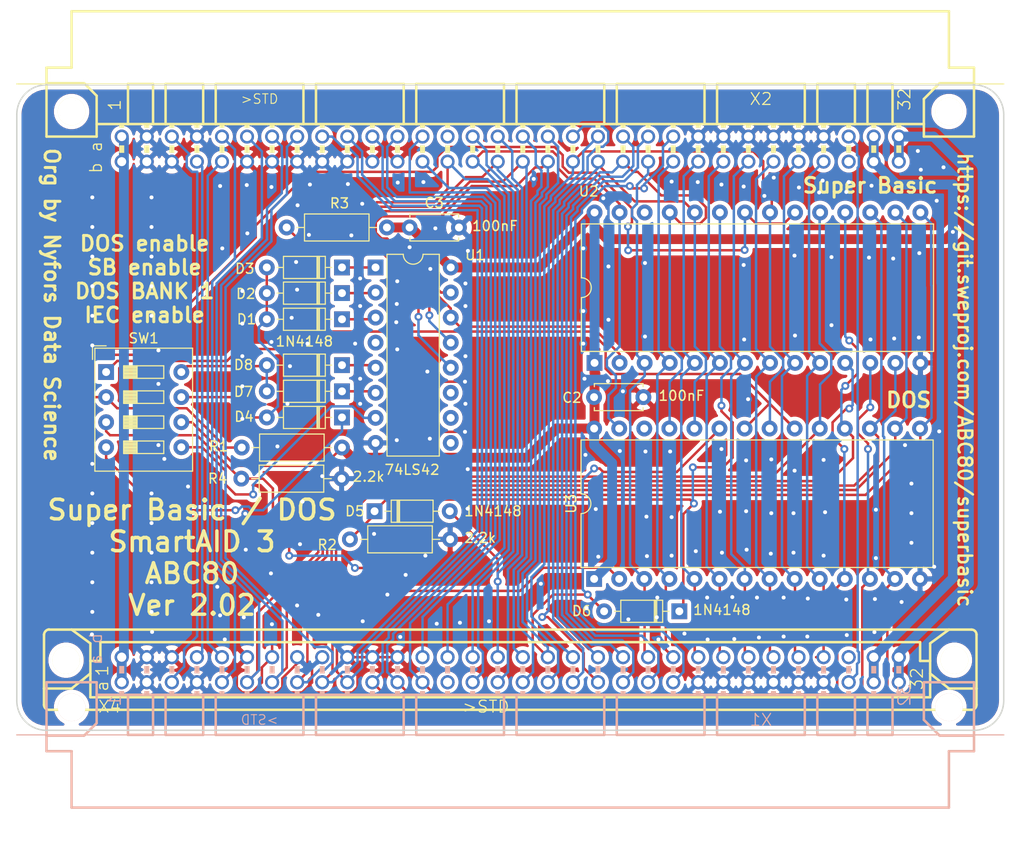
<source format=kicad_pcb>
(kicad_pcb (version 20171130) (host pcbnew 5.1.10-88a1d61d58~90~ubuntu20.04.1)

  (general
    (thickness 1.6)
    (drawings 14)
    (tracks 1059)
    (zones 0)
    (modules 21)
    (nets 57)
  )

  (page A4)
  (title_block
    (title SuperBasic/Smartaid)
    (date 2021-07-31)
    (rev 2.01)
    (company SweProj.com)
  )

  (layers
    (0 F.Cu signal)
    (31 B.Cu signal)
    (32 B.Adhes user)
    (33 F.Adhes user)
    (34 B.Paste user)
    (35 F.Paste user)
    (36 B.SilkS user)
    (37 F.SilkS user)
    (38 B.Mask user)
    (39 F.Mask user)
    (40 Dwgs.User user)
    (41 Cmts.User user)
    (42 Eco1.User user)
    (43 Eco2.User user)
    (44 Edge.Cuts user)
    (45 Margin user)
    (46 B.CrtYd user)
    (47 F.CrtYd user)
    (48 B.Fab user)
    (49 F.Fab user)
  )

  (setup
    (last_trace_width 0.25)
    (trace_clearance 0.2)
    (zone_clearance 0.4)
    (zone_45_only no)
    (trace_min 0.2)
    (via_size 0.8)
    (via_drill 0.4)
    (via_min_size 0.4)
    (via_min_drill 0.3)
    (uvia_size 0.3)
    (uvia_drill 0.1)
    (uvias_allowed no)
    (uvia_min_size 0.2)
    (uvia_min_drill 0.1)
    (edge_width 0.05)
    (segment_width 0.2)
    (pcb_text_width 0.3)
    (pcb_text_size 1.5 1.5)
    (mod_edge_width 0.12)
    (mod_text_size 1 1)
    (mod_text_width 0.15)
    (pad_size 1.524 1.524)
    (pad_drill 0.762)
    (pad_to_mask_clearance 0)
    (aux_axis_origin 0 0)
    (grid_origin 97.15 65.25)
    (visible_elements FFFFFF7F)
    (pcbplotparams
      (layerselection 0x010fc_ffffffff)
      (usegerberextensions false)
      (usegerberattributes true)
      (usegerberadvancedattributes true)
      (creategerberjobfile true)
      (excludeedgelayer true)
      (linewidth 0.100000)
      (plotframeref false)
      (viasonmask false)
      (mode 1)
      (useauxorigin false)
      (hpglpennumber 1)
      (hpglpenspeed 20)
      (hpglpendiameter 15.000000)
      (psnegative false)
      (psa4output false)
      (plotreference true)
      (plotvalue true)
      (plotinvisibletext false)
      (padsonsilk false)
      (subtractmaskfromsilk false)
      (outputformat 4)
      (mirror false)
      (drillshape 0)
      (scaleselection 1)
      (outputdirectory "pdf/"))
  )

  (net 0 "")
  (net 1 GND)
  (net 2 +5V)
  (net 3 /Q_2)
  (net 4 /Q_1)
  (net 5 /Q_0)
  (net 6 /A13)
  (net 7 /EA11)
  (net 8 /A11)
  (net 9 /A12)
  (net 10 /A15)
  (net 11 /A14)
  (net 12 /D2)
  (net 13 /D1)
  (net 14 /A8)
  (net 15 /D0)
  (net 16 /A9)
  (net 17 /A0)
  (net 18 /A1)
  (net 19 /A2)
  (net 20 /A10)
  (net 21 /A3)
  (net 22 /A4)
  (net 23 /D7)
  (net 24 /A5)
  (net 25 /D6)
  (net 26 /A6)
  (net 27 /D5)
  (net 28 /A7)
  (net 29 /D4)
  (net 30 /D3)
  (net 31 /Q_6)
  (net 32 /Q_5)
  (net 33 /Q_4)
  (net 34 /+12V)
  (net 35 /~INT)
  (net 36 /5)
  (net 37 /~XMEMFL)
  (net 38 /-12V)
  (net 39 /READY)
  (net 40 /~CS)
  (net 41 /~OUT)
  (net 42 /~C1)
  (net 43 /~C2)
  (net 44 /~C3)
  (net 45 /~C4)
  (net 46 /~INP)
  (net 47 /~STATUS)
  (net 48 /~RST)
  (net 49 /~XMEMW)
  (net 50 /~RESIN)
  (net 51 /~SB_CE)
  (net 52 /~DOS_CE)
  (net 53 /DOS_SEL)
  (net 54 /~SB_CE_SEL)
  (net 55 /~DOS_CE_SEL)
  (net 56 /~Q6_EN)

  (net_class Default "This is the default net class."
    (clearance 0.2)
    (trace_width 0.25)
    (via_dia 0.8)
    (via_drill 0.4)
    (uvia_dia 0.3)
    (uvia_drill 0.1)
    (add_net +5V)
    (add_net /+12V)
    (add_net /-12V)
    (add_net /5)
    (add_net /A0)
    (add_net /A1)
    (add_net /A10)
    (add_net /A11)
    (add_net /A12)
    (add_net /A13)
    (add_net /A14)
    (add_net /A15)
    (add_net /A2)
    (add_net /A3)
    (add_net /A4)
    (add_net /A5)
    (add_net /A6)
    (add_net /A7)
    (add_net /A8)
    (add_net /A9)
    (add_net /D0)
    (add_net /D1)
    (add_net /D2)
    (add_net /D3)
    (add_net /D4)
    (add_net /D5)
    (add_net /D6)
    (add_net /D7)
    (add_net /DOS_SEL)
    (add_net /EA11)
    (add_net /Q_0)
    (add_net /Q_1)
    (add_net /Q_2)
    (add_net /Q_4)
    (add_net /Q_5)
    (add_net /Q_6)
    (add_net /READY)
    (add_net /~C1)
    (add_net /~C2)
    (add_net /~C3)
    (add_net /~C4)
    (add_net /~CS)
    (add_net /~DOS_CE)
    (add_net /~DOS_CE_SEL)
    (add_net /~INP)
    (add_net /~INT)
    (add_net /~OUT)
    (add_net /~Q6_EN)
    (add_net /~RESIN)
    (add_net /~RST)
    (add_net /~SB_CE)
    (add_net /~SB_CE_SEL)
    (add_net /~STATUS)
    (add_net /~XMEMFL)
    (add_net /~XMEMW)
    (add_net GND)
  )

  (module superbasic:MAB64B-FAB64Q (layer F.Cu) (tedit 610A3B03) (tstamp 61076D51)
    (at 132 33.45 90)
    (descr "<b>DIN 41612 CONNECTOR</b>\n<p>\nMale, 64 pins, type B, rows ab, grid 2.54 mm<br />\nFemale, 64 bits, type Q, rows ab, grid 2.54 mm<br />\nB mates with Q, but pin numbers reversed\n</p>")
    (path /62924678)
    (fp_text reference X2 (at 1.27 25.4) (layer F.SilkS)
      (effects (font (size 1.2065 1.2065) (thickness 0.12065)))
    )
    (fp_text value ABC-Bus (at 1.27 5.1054) (layer F.Fab)
      (effects (font (size 1.2065 1.2065) (thickness 0.12065)))
    )
    (fp_text user >STD (at 1.27 -25.4) (layer F.SilkS)
      (effects (font (size 0.9652 0.9652) (thickness 0.1016)))
    )
    (fp_text user 32 (at 0 40.64 90) (layer F.SilkS)
      (effects (font (size 1.2065 1.2065) (thickness 0.127)) (justify left bottom))
    )
    (fp_text user b (at -6.35 -41.275 90) (layer F.SilkS)
      (effects (font (size 1.2065 1.2065) (thickness 0.127)) (justify left bottom))
    )
    (fp_text user 1 (at 0 -39.37 90) (layer F.SilkS)
      (effects (font (size 1.2065 1.2065) (thickness 0.127)) (justify left bottom))
    )
    (fp_text user a (at -4.191 -41.275 90) (layer F.SilkS)
      (effects (font (size 1.2065 1.2065) (thickness 0.127)) (justify left bottom))
    )
    (fp_line (start 4.445 46.99) (end 4.445 44.45) (layer F.SilkS) (width 0.254))
    (fp_line (start 4.445 44.45) (end 10.16 44.45) (layer F.SilkS) (width 0.254))
    (fp_line (start 10.16 44.45) (end 10.16 -44.45) (layer F.SilkS) (width 0.254))
    (fp_line (start 10.16 -44.45) (end 4.445 -44.45) (layer F.SilkS) (width 0.254))
    (fp_line (start 4.445 -44.45) (end 4.445 -46.99) (layer F.SilkS) (width 0.254))
    (fp_line (start -2.54 -46.99) (end -2.54 -41.91) (layer F.SilkS) (width 0.254))
    (fp_line (start -2.54 -41.91) (end -1.27 -41.91) (layer F.SilkS) (width 0.254))
    (fp_line (start -1.27 -41.91) (end 1.6002 -41.91) (layer F.SilkS) (width 0.254))
    (fp_line (start 4.445 -46.99) (end 2.8702 -46.99) (layer F.SilkS) (width 0.254))
    (fp_line (start 2.8702 -46.99) (end -2.54 -46.99) (layer F.SilkS) (width 0.254))
    (fp_line (start 1.6002 -41.91) (end 2.8702 -43.18) (layer F.SilkS) (width 0.254))
    (fp_line (start 2.8702 -43.18) (end 2.8702 -46.99) (layer F.SilkS) (width 0.254))
    (fp_line (start -2.54 46.99) (end 2.8702 46.99) (layer F.SilkS) (width 0.254))
    (fp_line (start 2.8702 46.99) (end 4.445 46.99) (layer F.SilkS) (width 0.254))
    (fp_line (start 2.8702 43.5102) (end 1.27 41.91) (layer F.SilkS) (width 0.254))
    (fp_line (start 2.8702 43.5102) (end 2.8702 46.99) (layer F.SilkS) (width 0.254))
    (fp_line (start -2.54 41.91) (end -2.54 46.99) (layer F.SilkS) (width 0.254))
    (fp_line (start -2.54 41.91) (end -1.27 41.91) (layer F.SilkS) (width 0.254))
    (fp_line (start -1.27 41.91) (end 1.27 41.91) (layer F.SilkS) (width 0.254))
    (fp_line (start -1.27 -41.91) (end -1.27 -38.735) (layer F.SilkS) (width 0.254))
    (fp_line (start 2.794 -38.735) (end 2.794 -36.195) (layer F.SilkS) (width 0.254))
    (fp_line (start 2.794 -38.735) (end -1.27 -38.735) (layer F.SilkS) (width 0.254))
    (fp_line (start -1.27 -38.735) (end -1.27 -36.195) (layer F.SilkS) (width 0.254))
    (fp_line (start 2.794 -36.195) (end -1.27 -36.195) (layer F.SilkS) (width 0.254))
    (fp_line (start -1.27 -36.195) (end -1.27 -34.925) (layer F.SilkS) (width 0.254))
    (fp_line (start 2.794 -34.925) (end -1.27 -34.925) (layer F.SilkS) (width 0.254))
    (fp_line (start 2.794 -34.925) (end 2.794 -31.115) (layer F.SilkS) (width 0.254))
    (fp_line (start -1.27 -34.925) (end -1.27 -31.115) (layer F.SilkS) (width 0.254))
    (fp_line (start 2.794 -31.115) (end -1.27 -31.115) (layer F.SilkS) (width 0.254))
    (fp_line (start -1.27 -31.115) (end -1.27 -29.845) (layer F.SilkS) (width 0.254))
    (fp_line (start 2.794 -29.845) (end -1.27 -29.845) (layer F.SilkS) (width 0.254))
    (fp_line (start 2.794 -29.845) (end 2.794 -20.955) (layer F.SilkS) (width 0.254))
    (fp_line (start -1.27 -29.845) (end -1.27 -20.955) (layer F.SilkS) (width 0.254))
    (fp_line (start 2.794 -20.955) (end -1.27 -20.955) (layer F.SilkS) (width 0.254))
    (fp_line (start -1.27 -20.955) (end -1.27 -19.685) (layer F.SilkS) (width 0.254))
    (fp_line (start 2.794 -19.685) (end -1.27 -19.685) (layer F.SilkS) (width 0.254))
    (fp_line (start 2.794 -19.685) (end 2.794 -10.795) (layer F.SilkS) (width 0.254))
    (fp_line (start -1.27 -19.685) (end -1.27 -10.795) (layer F.SilkS) (width 0.254))
    (fp_line (start 2.794 -10.795) (end -1.27 -10.795) (layer F.SilkS) (width 0.254))
    (fp_line (start -1.27 -10.795) (end -1.27 -9.525) (layer F.SilkS) (width 0.254))
    (fp_line (start 2.794 -9.525) (end -1.27 -9.525) (layer F.SilkS) (width 0.254))
    (fp_line (start 2.794 -9.525) (end 2.794 -0.635) (layer F.SilkS) (width 0.254))
    (fp_line (start -1.27 -9.525) (end -1.27 -0.635) (layer F.SilkS) (width 0.254))
    (fp_line (start 2.794 -0.635) (end -1.27 -0.635) (layer F.SilkS) (width 0.254))
    (fp_line (start -1.27 -0.635) (end -1.27 0.635) (layer F.SilkS) (width 0.254))
    (fp_line (start 2.794 0.635) (end -1.27 0.635) (layer F.SilkS) (width 0.254))
    (fp_line (start 2.794 0.635) (end 2.794 9.525) (layer F.SilkS) (width 0.254))
    (fp_line (start -1.27 0.635) (end -1.27 9.525) (layer F.SilkS) (width 0.254))
    (fp_line (start 2.794 9.525) (end -1.27 9.525) (layer F.SilkS) (width 0.254))
    (fp_line (start -1.27 9.525) (end -1.27 10.795) (layer F.SilkS) (width 0.254))
    (fp_line (start 2.794 10.795) (end -1.27 10.795) (layer F.SilkS) (width 0.254))
    (fp_line (start 2.794 10.795) (end 2.794 19.685) (layer F.SilkS) (width 0.254))
    (fp_line (start -1.27 10.795) (end -1.27 19.685) (layer F.SilkS) (width 0.254))
    (fp_line (start 2.794 19.685) (end -1.27 19.685) (layer F.SilkS) (width 0.254))
    (fp_line (start -1.27 19.685) (end -1.27 20.955) (layer F.SilkS) (width 0.254))
    (fp_line (start 2.794 20.955) (end -1.27 20.955) (layer F.SilkS) (width 0.254))
    (fp_line (start 2.794 20.955) (end 2.794 29.845) (layer F.SilkS) (width 0.254))
    (fp_line (start -1.27 20.955) (end -1.27 29.845) (layer F.SilkS) (width 0.254))
    (fp_line (start 2.794 29.845) (end -1.27 29.845) (layer F.SilkS) (width 0.254))
    (fp_line (start -1.27 29.845) (end -1.27 31.115) (layer F.SilkS) (width 0.254))
    (fp_line (start 2.794 31.115) (end -1.27 31.115) (layer F.SilkS) (width 0.254))
    (fp_line (start 2.794 31.115) (end 2.794 34.925) (layer F.SilkS) (width 0.254))
    (fp_line (start -1.27 31.115) (end -1.27 34.925) (layer F.SilkS) (width 0.254))
    (fp_line (start 2.794 34.925) (end -1.27 34.925) (layer F.SilkS) (width 0.254))
    (fp_line (start -1.27 34.925) (end -1.27 36.195) (layer F.SilkS) (width 0.254))
    (fp_line (start 2.794 36.195) (end -1.27 36.195) (layer F.SilkS) (width 0.254))
    (fp_line (start 2.794 36.195) (end 2.794 38.735) (layer F.SilkS) (width 0.254))
    (fp_line (start -1.27 36.195) (end -1.27 38.735) (layer F.SilkS) (width 0.254))
    (fp_line (start 2.794 38.735) (end -1.27 38.735) (layer F.SilkS) (width 0.254))
    (fp_line (start -1.27 38.735) (end -1.27 41.91) (layer F.SilkS) (width 0.254))
    (fp_line (start 2.794 50.0126) (end 2.794 -50.0126) (layer F.SilkS) (width 0.12))
    (fp_circle (center 0 -44.45) (end 1.27 -44.45) (layer F.SilkS) (width 0.254))
    (fp_circle (center 0 44.45) (end 1.27 44.45) (layer F.SilkS) (width 0.254))
    (fp_poly (pts (xy -1.651 -39.116) (xy -1.27 -39.116) (xy -1.27 -39.624) (xy -1.651 -39.624)) (layer F.SilkS) (width 0))
    (fp_poly (pts (xy -3.429 -39.116) (xy -1.651 -39.116) (xy -1.651 -39.624) (xy -3.429 -39.624)) (layer F.Fab) (width 0))
    (fp_poly (pts (xy -5.334 -39.116) (xy -4.191 -39.116) (xy -4.191 -39.624) (xy -5.334 -39.624)) (layer F.Fab) (width 0))
    (fp_poly (pts (xy -1.651 -36.576) (xy -1.27 -36.576) (xy -1.27 -37.084) (xy -1.651 -37.084)) (layer F.SilkS) (width 0))
    (fp_poly (pts (xy -3.429 -36.576) (xy -1.651 -36.576) (xy -1.651 -37.084) (xy -3.429 -37.084)) (layer F.Fab) (width 0))
    (fp_poly (pts (xy -5.334 -36.576) (xy -4.191 -36.576) (xy -4.191 -37.084) (xy -5.334 -37.084)) (layer F.Fab) (width 0))
    (fp_poly (pts (xy -5.334 -34.036) (xy -4.191 -34.036) (xy -4.191 -34.544) (xy -5.334 -34.544)) (layer F.Fab) (width 0))
    (fp_poly (pts (xy -1.651 -34.036) (xy -1.27 -34.036) (xy -1.27 -34.544) (xy -1.651 -34.544)) (layer F.SilkS) (width 0))
    (fp_poly (pts (xy -3.429 -34.036) (xy -1.651 -34.036) (xy -1.651 -34.544) (xy -3.429 -34.544)) (layer F.Fab) (width 0))
    (fp_poly (pts (xy -1.651 -31.496) (xy -1.27 -31.496) (xy -1.27 -32.004) (xy -1.651 -32.004)) (layer F.SilkS) (width 0))
    (fp_poly (pts (xy -3.429 -31.496) (xy -1.651 -31.496) (xy -1.651 -32.004) (xy -3.429 -32.004)) (layer F.Fab) (width 0))
    (fp_poly (pts (xy -5.334 -31.496) (xy -4.191 -31.496) (xy -4.191 -32.004) (xy -5.334 -32.004)) (layer F.Fab) (width 0))
    (fp_poly (pts (xy -1.651 -28.956) (xy -1.27 -28.956) (xy -1.27 -29.464) (xy -1.651 -29.464)) (layer F.SilkS) (width 0))
    (fp_poly (pts (xy -1.651 -26.416) (xy -1.27 -26.416) (xy -1.27 -26.924) (xy -1.651 -26.924)) (layer F.SilkS) (width 0))
    (fp_poly (pts (xy -3.429 -28.956) (xy -1.651 -28.956) (xy -1.651 -29.464) (xy -3.429 -29.464)) (layer F.Fab) (width 0))
    (fp_poly (pts (xy -3.429 -26.416) (xy -1.651 -26.416) (xy -1.651 -26.924) (xy -3.429 -26.924)) (layer F.Fab) (width 0))
    (fp_poly (pts (xy -5.334 -28.956) (xy -4.191 -28.956) (xy -4.191 -29.464) (xy -5.334 -29.464)) (layer F.Fab) (width 0))
    (fp_poly (pts (xy -5.334 -26.416) (xy -4.191 -26.416) (xy -4.191 -26.924) (xy -5.334 -26.924)) (layer F.Fab) (width 0))
    (fp_poly (pts (xy -5.334 -23.876) (xy -4.191 -23.876) (xy -4.191 -24.384) (xy -5.334 -24.384)) (layer F.Fab) (width 0))
    (fp_poly (pts (xy -1.651 -23.876) (xy -1.27 -23.876) (xy -1.27 -24.384) (xy -1.651 -24.384)) (layer F.SilkS) (width 0))
    (fp_poly (pts (xy -3.429 -23.876) (xy -1.651 -23.876) (xy -1.651 -24.384) (xy -3.429 -24.384)) (layer F.Fab) (width 0))
    (fp_poly (pts (xy -3.429 -21.336) (xy -1.651 -21.336) (xy -1.651 -21.844) (xy -3.429 -21.844)) (layer F.Fab) (width 0))
    (fp_poly (pts (xy -1.651 -21.336) (xy -1.27 -21.336) (xy -1.27 -21.844) (xy -1.651 -21.844)) (layer F.SilkS) (width 0))
    (fp_poly (pts (xy -5.334 -21.336) (xy -4.191 -21.336) (xy -4.191 -21.844) (xy -5.334 -21.844)) (layer F.Fab) (width 0))
    (fp_poly (pts (xy -3.429 -18.796) (xy -1.651 -18.796) (xy -1.651 -19.304) (xy -3.429 -19.304)) (layer F.Fab) (width 0))
    (fp_poly (pts (xy -1.651 -18.796) (xy -1.27 -18.796) (xy -1.27 -19.304) (xy -1.651 -19.304)) (layer F.SilkS) (width 0))
    (fp_poly (pts (xy -5.334 -18.796) (xy -4.191 -18.796) (xy -4.191 -19.304) (xy -5.334 -19.304)) (layer F.Fab) (width 0))
    (fp_poly (pts (xy -1.651 -16.256) (xy -1.27 -16.256) (xy -1.27 -16.764) (xy -1.651 -16.764)) (layer F.SilkS) (width 0))
    (fp_poly (pts (xy -3.429 -16.256) (xy -1.651 -16.256) (xy -1.651 -16.764) (xy -3.429 -16.764)) (layer F.Fab) (width 0))
    (fp_poly (pts (xy -5.334 -16.256) (xy -4.191 -16.256) (xy -4.191 -16.764) (xy -5.334 -16.764)) (layer F.Fab) (width 0))
    (fp_poly (pts (xy -5.334 -13.716) (xy -4.191 -13.716) (xy -4.191 -14.224) (xy -5.334 -14.224)) (layer F.Fab) (width 0))
    (fp_poly (pts (xy -3.429 -13.716) (xy -1.651 -13.716) (xy -1.651 -14.224) (xy -3.429 -14.224)) (layer F.Fab) (width 0))
    (fp_poly (pts (xy -1.651 -13.716) (xy -1.27 -13.716) (xy -1.27 -14.224) (xy -1.651 -14.224)) (layer F.SilkS) (width 0))
    (fp_poly (pts (xy -3.429 -11.176) (xy -1.651 -11.176) (xy -1.651 -11.684) (xy -3.429 -11.684)) (layer F.Fab) (width 0))
    (fp_poly (pts (xy -3.429 -8.636) (xy -1.651 -8.636) (xy -1.651 -9.144) (xy -3.429 -9.144)) (layer F.Fab) (width 0))
    (fp_poly (pts (xy -1.651 -11.176) (xy -1.27 -11.176) (xy -1.27 -11.684) (xy -1.651 -11.684)) (layer F.SilkS) (width 0))
    (fp_poly (pts (xy -1.651 -8.636) (xy -1.27 -8.636) (xy -1.27 -9.144) (xy -1.651 -9.144)) (layer F.SilkS) (width 0))
    (fp_poly (pts (xy -5.334 -11.176) (xy -4.191 -11.176) (xy -4.191 -11.684) (xy -5.334 -11.684)) (layer F.Fab) (width 0))
    (fp_poly (pts (xy -5.334 -8.636) (xy -4.191 -8.636) (xy -4.191 -9.144) (xy -5.334 -9.144)) (layer F.Fab) (width 0))
    (fp_poly (pts (xy -5.334 -6.096) (xy -4.191 -6.096) (xy -4.191 -6.604) (xy -5.334 -6.604)) (layer F.Fab) (width 0))
    (fp_poly (pts (xy -3.429 -6.096) (xy -1.651 -6.096) (xy -1.651 -6.604) (xy -3.429 -6.604)) (layer F.Fab) (width 0))
    (fp_poly (pts (xy -3.429 -3.556) (xy -1.651 -3.556) (xy -1.651 -4.064) (xy -3.429 -4.064)) (layer F.Fab) (width 0))
    (fp_poly (pts (xy -1.651 -6.096) (xy -1.27 -6.096) (xy -1.27 -6.604) (xy -1.651 -6.604)) (layer F.SilkS) (width 0))
    (fp_poly (pts (xy -1.651 -3.556) (xy -1.27 -3.556) (xy -1.27 -4.064) (xy -1.651 -4.064)) (layer F.SilkS) (width 0))
    (fp_poly (pts (xy -5.334 -3.556) (xy -4.191 -3.556) (xy -4.191 -4.064) (xy -5.334 -4.064)) (layer F.Fab) (width 0))
    (fp_poly (pts (xy -5.334 -1.016) (xy -4.191 -1.016) (xy -4.191 -1.524) (xy -5.334 -1.524)) (layer F.Fab) (width 0))
    (fp_poly (pts (xy -3.429 -1.016) (xy -1.651 -1.016) (xy -1.651 -1.524) (xy -3.429 -1.524)) (layer F.Fab) (width 0))
    (fp_poly (pts (xy -1.651 -1.016) (xy -1.27 -1.016) (xy -1.27 -1.524) (xy -1.651 -1.524)) (layer F.SilkS) (width 0))
    (fp_poly (pts (xy -1.651 1.524) (xy -1.27 1.524) (xy -1.27 1.016) (xy -1.651 1.016)) (layer F.SilkS) (width 0))
    (fp_poly (pts (xy -3.429 1.524) (xy -1.651 1.524) (xy -1.651 1.016) (xy -3.429 1.016)) (layer F.Fab) (width 0))
    (fp_poly (pts (xy -5.334 1.524) (xy -4.191 1.524) (xy -4.191 1.016) (xy -5.334 1.016)) (layer F.Fab) (width 0))
    (fp_poly (pts (xy -1.651 4.064) (xy -1.27 4.064) (xy -1.27 3.556) (xy -1.651 3.556)) (layer F.SilkS) (width 0))
    (fp_poly (pts (xy -3.429 4.064) (xy -1.651 4.064) (xy -1.651 3.556) (xy -3.429 3.556)) (layer F.Fab) (width 0))
    (fp_poly (pts (xy -5.334 4.064) (xy -4.191 4.064) (xy -4.191 3.556) (xy -5.334 3.556)) (layer F.Fab) (width 0))
    (fp_poly (pts (xy -3.429 6.604) (xy -1.651 6.604) (xy -1.651 6.096) (xy -3.429 6.096)) (layer F.Fab) (width 0))
    (fp_poly (pts (xy -1.651 6.604) (xy -1.27 6.604) (xy -1.27 6.096) (xy -1.651 6.096)) (layer F.SilkS) (width 0))
    (fp_poly (pts (xy -5.334 6.604) (xy -4.191 6.604) (xy -4.191 6.096) (xy -5.334 6.096)) (layer F.Fab) (width 0))
    (fp_poly (pts (xy -5.334 9.144) (xy -4.191 9.144) (xy -4.191 8.636) (xy -5.334 8.636)) (layer F.Fab) (width 0))
    (fp_poly (pts (xy -3.429 9.144) (xy -1.651 9.144) (xy -1.651 8.636) (xy -3.429 8.636)) (layer F.Fab) (width 0))
    (fp_poly (pts (xy -1.651 9.144) (xy -1.27 9.144) (xy -1.27 8.636) (xy -1.651 8.636)) (layer F.SilkS) (width 0))
    (fp_poly (pts (xy -1.651 11.684) (xy -1.27 11.684) (xy -1.27 11.176) (xy -1.651 11.176)) (layer F.SilkS) (width 0))
    (fp_poly (pts (xy -1.651 14.224) (xy -1.27 14.224) (xy -1.27 13.716) (xy -1.651 13.716)) (layer F.SilkS) (width 0))
    (fp_poly (pts (xy -3.429 11.684) (xy -1.651 11.684) (xy -1.651 11.176) (xy -3.429 11.176)) (layer F.Fab) (width 0))
    (fp_poly (pts (xy -5.334 11.684) (xy -4.191 11.684) (xy -4.191 11.176) (xy -5.334 11.176)) (layer F.Fab) (width 0))
    (fp_poly (pts (xy -3.429 16.764) (xy -1.651 16.764) (xy -1.651 16.256) (xy -3.429 16.256)) (layer F.Fab) (width 0))
    (fp_poly (pts (xy -1.651 16.764) (xy -1.27 16.764) (xy -1.27 16.256) (xy -1.651 16.256)) (layer F.SilkS) (width 0))
    (fp_poly (pts (xy -5.334 16.764) (xy -4.191 16.764) (xy -4.191 16.256) (xy -5.334 16.256)) (layer F.Fab) (width 0))
    (fp_poly (pts (xy -3.429 14.224) (xy -1.651 14.224) (xy -1.651 13.716) (xy -3.429 13.716)) (layer F.Fab) (width 0))
    (fp_poly (pts (xy -5.334 14.224) (xy -4.191 14.224) (xy -4.191 13.716) (xy -5.334 13.716)) (layer F.Fab) (width 0))
    (fp_poly (pts (xy -3.429 19.304) (xy -1.651 19.304) (xy -1.651 18.796) (xy -3.429 18.796)) (layer F.Fab) (width 0))
    (fp_poly (pts (xy -1.651 19.304) (xy -1.27 19.304) (xy -1.27 18.796) (xy -1.651 18.796)) (layer F.SilkS) (width 0))
    (fp_poly (pts (xy -5.334 19.304) (xy -4.191 19.304) (xy -4.191 18.796) (xy -5.334 18.796)) (layer F.Fab) (width 0))
    (fp_poly (pts (xy -5.334 21.844) (xy -4.191 21.844) (xy -4.191 21.336) (xy -5.334 21.336)) (layer F.Fab) (width 0))
    (fp_poly (pts (xy -3.429 21.844) (xy -1.651 21.844) (xy -1.651 21.336) (xy -3.429 21.336)) (layer F.Fab) (width 0))
    (fp_poly (pts (xy -1.651 21.844) (xy -1.27 21.844) (xy -1.27 21.336) (xy -1.651 21.336)) (layer F.SilkS) (width 0))
    (fp_poly (pts (xy -3.429 24.384) (xy -1.651 24.384) (xy -1.651 23.876) (xy -3.429 23.876)) (layer F.Fab) (width 0))
    (fp_poly (pts (xy -1.651 24.384) (xy -1.27 24.384) (xy -1.27 23.876) (xy -1.651 23.876)) (layer F.SilkS) (width 0))
    (fp_poly (pts (xy -5.334 24.384) (xy -4.191 24.384) (xy -4.191 23.876) (xy -5.334 23.876)) (layer F.Fab) (width 0))
    (fp_poly (pts (xy -3.429 26.924) (xy -1.651 26.924) (xy -1.651 26.416) (xy -3.429 26.416)) (layer F.Fab) (width 0))
    (fp_poly (pts (xy -1.651 26.924) (xy -1.27 26.924) (xy -1.27 26.416) (xy -1.651 26.416)) (layer F.SilkS) (width 0))
    (fp_poly (pts (xy -5.334 26.924) (xy -4.191 26.924) (xy -4.191 26.416) (xy -5.334 26.416)) (layer F.Fab) (width 0))
    (fp_poly (pts (xy -3.429 29.464) (xy -1.651 29.464) (xy -1.651 28.956) (xy -3.429 28.956)) (layer F.Fab) (width 0))
    (fp_poly (pts (xy -1.651 29.464) (xy -1.27 29.464) (xy -1.27 28.956) (xy -1.651 28.956)) (layer F.SilkS) (width 0))
    (fp_poly (pts (xy -5.334 29.464) (xy -4.191 29.464) (xy -4.191 28.956) (xy -5.334 28.956)) (layer F.Fab) (width 0))
    (fp_poly (pts (xy -5.334 32.004) (xy -4.191 32.004) (xy -4.191 31.496) (xy -5.334 31.496)) (layer F.Fab) (width 0))
    (fp_poly (pts (xy -3.429 32.004) (xy -1.651 32.004) (xy -1.651 31.496) (xy -3.429 31.496)) (layer F.Fab) (width 0))
    (fp_poly (pts (xy -1.651 32.004) (xy -1.27 32.004) (xy -1.27 31.496) (xy -1.651 31.496)) (layer F.SilkS) (width 0))
    (fp_poly (pts (xy -1.651 34.544) (xy -1.27 34.544) (xy -1.27 34.036) (xy -1.651 34.036)) (layer F.SilkS) (width 0))
    (fp_poly (pts (xy -3.429 34.544) (xy -1.651 34.544) (xy -1.651 34.036) (xy -3.429 34.036)) (layer F.Fab) (width 0))
    (fp_poly (pts (xy -5.334 34.544) (xy -4.191 34.544) (xy -4.191 34.036) (xy -5.334 34.036)) (layer F.Fab) (width 0))
    (fp_poly (pts (xy -5.334 37.084) (xy -4.191 37.084) (xy -4.191 36.576) (xy -5.334 36.576)) (layer F.Fab) (width 0))
    (fp_poly (pts (xy -3.429 37.084) (xy -1.651 37.084) (xy -1.651 36.576) (xy -3.429 36.576)) (layer F.Fab) (width 0))
    (fp_poly (pts (xy -1.651 37.084) (xy -1.27 37.084) (xy -1.27 36.576) (xy -1.651 36.576)) (layer F.SilkS) (width 0))
    (fp_poly (pts (xy -3.429 39.624) (xy -1.651 39.624) (xy -1.651 39.116) (xy -3.429 39.116)) (layer F.Fab) (width 0))
    (fp_poly (pts (xy -1.651 39.624) (xy -1.27 39.624) (xy -1.27 39.116) (xy -1.651 39.116)) (layer F.SilkS) (width 0))
    (fp_poly (pts (xy -5.334 39.624) (xy -4.191 39.624) (xy -4.191 39.116) (xy -5.334 39.116)) (layer F.Fab) (width 0))
    (fp_poly (pts (xy -4.191 -39.116) (xy -3.429 -39.116) (xy -3.429 -39.624) (xy -4.191 -39.624)) (layer F.SilkS) (width 0))
    (fp_poly (pts (xy -4.191 -36.576) (xy -3.429 -36.576) (xy -3.429 -37.084) (xy -4.191 -37.084)) (layer F.SilkS) (width 0))
    (fp_poly (pts (xy -4.191 -34.036) (xy -3.429 -34.036) (xy -3.429 -34.544) (xy -4.191 -34.544)) (layer F.SilkS) (width 0))
    (fp_poly (pts (xy -4.191 -31.496) (xy -3.429 -31.496) (xy -3.429 -32.004) (xy -4.191 -32.004)) (layer F.SilkS) (width 0))
    (fp_poly (pts (xy -4.191 -28.956) (xy -3.429 -28.956) (xy -3.429 -29.464) (xy -4.191 -29.464)) (layer F.SilkS) (width 0))
    (fp_poly (pts (xy -4.191 -26.416) (xy -3.429 -26.416) (xy -3.429 -26.924) (xy -4.191 -26.924)) (layer F.SilkS) (width 0))
    (fp_poly (pts (xy -4.191 -23.876) (xy -3.429 -23.876) (xy -3.429 -24.384) (xy -4.191 -24.384)) (layer F.SilkS) (width 0))
    (fp_poly (pts (xy -4.191 -21.336) (xy -3.429 -21.336) (xy -3.429 -21.844) (xy -4.191 -21.844)) (layer F.SilkS) (width 0))
    (fp_poly (pts (xy -4.191 -18.796) (xy -3.429 -18.796) (xy -3.429 -19.304) (xy -4.191 -19.304)) (layer F.SilkS) (width 0))
    (fp_poly (pts (xy -4.191 -16.256) (xy -3.429 -16.256) (xy -3.429 -16.764) (xy -4.191 -16.764)) (layer F.SilkS) (width 0))
    (fp_poly (pts (xy -4.191 -13.716) (xy -3.429 -13.716) (xy -3.429 -14.224) (xy -4.191 -14.224)) (layer F.SilkS) (width 0))
    (fp_poly (pts (xy -4.191 -11.176) (xy -3.429 -11.176) (xy -3.429 -11.684) (xy -4.191 -11.684)) (layer F.SilkS) (width 0))
    (fp_poly (pts (xy -4.191 -8.636) (xy -3.429 -8.636) (xy -3.429 -9.144) (xy -4.191 -9.144)) (layer F.SilkS) (width 0))
    (fp_poly (pts (xy -4.191 -6.096) (xy -3.429 -6.096) (xy -3.429 -6.604) (xy -4.191 -6.604)) (layer F.SilkS) (width 0))
    (fp_poly (pts (xy -4.191 -3.556) (xy -3.429 -3.556) (xy -3.429 -4.064) (xy -4.191 -4.064)) (layer F.SilkS) (width 0))
    (fp_poly (pts (xy -4.191 -1.016) (xy -3.429 -1.016) (xy -3.429 -1.524) (xy -4.191 -1.524)) (layer F.SilkS) (width 0))
    (fp_poly (pts (xy -4.191 1.524) (xy -3.429 1.524) (xy -3.429 1.016) (xy -4.191 1.016)) (layer F.SilkS) (width 0))
    (fp_poly (pts (xy -4.191 4.064) (xy -3.429 4.064) (xy -3.429 3.556) (xy -4.191 3.556)) (layer F.SilkS) (width 0))
    (fp_poly (pts (xy -4.191 6.604) (xy -3.429 6.604) (xy -3.429 6.096) (xy -4.191 6.096)) (layer F.SilkS) (width 0))
    (fp_poly (pts (xy -4.191 9.144) (xy -3.429 9.144) (xy -3.429 8.636) (xy -4.191 8.636)) (layer F.SilkS) (width 0))
    (fp_poly (pts (xy -4.191 11.684) (xy -3.429 11.684) (xy -3.429 11.176) (xy -4.191 11.176)) (layer F.SilkS) (width 0))
    (fp_poly (pts (xy -4.191 14.224) (xy -3.429 14.224) (xy -3.429 13.716) (xy -4.191 13.716)) (layer F.SilkS) (width 0))
    (fp_poly (pts (xy -4.191 16.764) (xy -3.429 16.764) (xy -3.429 16.256) (xy -4.191 16.256)) (layer F.SilkS) (width 0))
    (fp_poly (pts (xy -4.191 19.304) (xy -3.429 19.304) (xy -3.429 18.796) (xy -4.191 18.796)) (layer F.SilkS) (width 0))
    (fp_poly (pts (xy -4.191 21.844) (xy -3.429 21.844) (xy -3.429 21.336) (xy -4.191 21.336)) (layer F.SilkS) (width 0))
    (fp_poly (pts (xy -4.191 24.384) (xy -3.429 24.384) (xy -3.429 23.876) (xy -4.191 23.876)) (layer F.SilkS) (width 0))
    (fp_poly (pts (xy -4.191 26.924) (xy -3.429 26.924) (xy -3.429 26.416) (xy -4.191 26.416)) (layer F.SilkS) (width 0))
    (fp_poly (pts (xy -4.191 29.464) (xy -3.429 29.464) (xy -3.429 28.956) (xy -4.191 28.956)) (layer F.SilkS) (width 0))
    (fp_poly (pts (xy -4.191 32.004) (xy -3.429 32.004) (xy -3.429 31.496) (xy -4.191 31.496)) (layer F.SilkS) (width 0))
    (fp_poly (pts (xy -4.191 34.544) (xy -3.429 34.544) (xy -3.429 34.036) (xy -4.191 34.036)) (layer F.SilkS) (width 0))
    (fp_poly (pts (xy -4.191 37.084) (xy -3.429 37.084) (xy -3.429 36.576) (xy -4.191 36.576)) (layer F.SilkS) (width 0))
    (fp_poly (pts (xy -4.191 39.624) (xy -3.429 39.624) (xy -3.429 39.116) (xy -4.191 39.116)) (layer F.SilkS) (width 0))
    (pad "" np_thru_hole circle (at 0 44.45 90) (size 2.794 2.794) (drill 2.794) (layers *.Cu *.Mask))
    (pad "" np_thru_hole circle (at 0 -44.45 90) (size 2.794 2.794) (drill 2.794) (layers *.Cu *.Mask))
    (pad B32 thru_hole circle (at -5.08 39.37 90) (size 1.4224 1.4224) (drill 0.9144) (layers *.Cu *.Mask)
      (net 34 /+12V) (solder_mask_margin 0.1016))
    (pad B31 thru_hole circle (at -5.08 36.83 90) (size 1.4224 1.4224) (drill 0.9144) (layers *.Cu *.Mask)
      (net 2 +5V) (solder_mask_margin 0.1016))
    (pad B30 thru_hole circle (at -5.08 34.29 90) (size 1.4224 1.4224) (drill 0.9144) (layers *.Cu *.Mask)
      (solder_mask_margin 0.1016))
    (pad B29 thru_hole circle (at -5.08 31.75 90) (size 1.4224 1.4224) (drill 0.9144) (layers *.Cu *.Mask)
      (net 17 /A0) (solder_mask_margin 0.1016))
    (pad B28 thru_hole circle (at -5.08 29.21 90) (size 1.4224 1.4224) (drill 0.9144) (layers *.Cu *.Mask)
      (net 18 /A1) (solder_mask_margin 0.1016))
    (pad B27 thru_hole circle (at -5.08 26.67 90) (size 1.4224 1.4224) (drill 0.9144) (layers *.Cu *.Mask)
      (net 19 /A2) (solder_mask_margin 0.1016))
    (pad B26 thru_hole circle (at -5.08 24.13 90) (size 1.4224 1.4224) (drill 0.9144) (layers *.Cu *.Mask)
      (net 21 /A3) (solder_mask_margin 0.1016))
    (pad B25 thru_hole circle (at -5.08 21.59 90) (size 1.4224 1.4224) (drill 0.9144) (layers *.Cu *.Mask)
      (net 22 /A4) (solder_mask_margin 0.1016))
    (pad B24 thru_hole circle (at -5.08 19.05 90) (size 1.4224 1.4224) (drill 0.9144) (layers *.Cu *.Mask)
      (net 24 /A5) (solder_mask_margin 0.1016))
    (pad B23 thru_hole circle (at -5.08 16.51 90) (size 1.4224 1.4224) (drill 0.9144) (layers *.Cu *.Mask)
      (net 26 /A6) (solder_mask_margin 0.1016))
    (pad B22 thru_hole circle (at -5.08 13.97 90) (size 1.4224 1.4224) (drill 0.9144) (layers *.Cu *.Mask)
      (net 28 /A7) (solder_mask_margin 0.1016))
    (pad B21 thru_hole circle (at -5.08 11.43 90) (size 1.4224 1.4224) (drill 0.9144) (layers *.Cu *.Mask)
      (net 14 /A8) (solder_mask_margin 0.1016))
    (pad B20 thru_hole circle (at -5.08 8.89 90) (size 1.4224 1.4224) (drill 0.9144) (layers *.Cu *.Mask)
      (net 16 /A9) (solder_mask_margin 0.1016))
    (pad B19 thru_hole circle (at -5.08 6.35 90) (size 1.4224 1.4224) (drill 0.9144) (layers *.Cu *.Mask)
      (net 20 /A10) (solder_mask_margin 0.1016))
    (pad B18 thru_hole circle (at -5.08 3.81 90) (size 1.4224 1.4224) (drill 0.9144) (layers *.Cu *.Mask)
      (net 8 /A11) (solder_mask_margin 0.1016))
    (pad B17 thru_hole circle (at -5.08 1.27 90) (size 1.4224 1.4224) (drill 0.9144) (layers *.Cu *.Mask)
      (net 9 /A12) (solder_mask_margin 0.1016))
    (pad B16 thru_hole circle (at -5.08 -1.27 90) (size 1.4224 1.4224) (drill 0.9144) (layers *.Cu *.Mask)
      (net 6 /A13) (solder_mask_margin 0.1016))
    (pad B15 thru_hole circle (at -5.08 -3.81 90) (size 1.4224 1.4224) (drill 0.9144) (layers *.Cu *.Mask)
      (net 11 /A14) (solder_mask_margin 0.1016))
    (pad B14 thru_hole circle (at -5.08 -6.35 90) (size 1.4224 1.4224) (drill 0.9144) (layers *.Cu *.Mask)
      (net 10 /A15) (solder_mask_margin 0.1016))
    (pad B13 thru_hole circle (at -5.08 -8.89 90) (size 1.4224 1.4224) (drill 0.9144) (layers *.Cu *.Mask)
      (net 35 /~INT) (solder_mask_margin 0.1016))
    (pad B12 thru_hole circle (at -5.08 -11.43 90) (size 1.4224 1.4224) (drill 0.9144) (layers *.Cu *.Mask)
      (net 1 GND) (solder_mask_margin 0.1016))
    (pad B11 thru_hole circle (at -5.08 -13.97 90) (size 1.4224 1.4224) (drill 0.9144) (layers *.Cu *.Mask)
      (net 1 GND) (solder_mask_margin 0.1016))
    (pad B10 thru_hole circle (at -5.08 -16.51 90) (size 1.4224 1.4224) (drill 0.9144) (layers *.Cu *.Mask)
      (net 1 GND) (solder_mask_margin 0.1016))
    (pad B9 thru_hole circle (at -5.08 -19.05 90) (size 1.4224 1.4224) (drill 0.9144) (layers *.Cu *.Mask)
      (net 1 GND) (solder_mask_margin 0.1016))
    (pad B8 thru_hole circle (at -5.08 -21.59 90) (size 1.4224 1.4224) (drill 0.9144) (layers *.Cu *.Mask)
      (net 1 GND) (solder_mask_margin 0.1016))
    (pad B7 thru_hole circle (at -5.08 -24.13 90) (size 1.4224 1.4224) (drill 0.9144) (layers *.Cu *.Mask)
      (net 1 GND) (solder_mask_margin 0.1016))
    (pad B6 thru_hole circle (at -5.08 -26.67 90) (size 1.4224 1.4224) (drill 0.9144) (layers *.Cu *.Mask)
      (net 1 GND) (solder_mask_margin 0.1016))
    (pad B5 thru_hole circle (at -5.08 -29.21 90) (size 1.4224 1.4224) (drill 0.9144) (layers *.Cu *.Mask)
      (net 36 /5) (solder_mask_margin 0.1016))
    (pad B4 thru_hole circle (at -5.08 -31.75 90) (size 1.4224 1.4224) (drill 0.9144) (layers *.Cu *.Mask)
      (net 37 /~XMEMFL) (solder_mask_margin 0.1016))
    (pad B3 thru_hole circle (at -5.08 -34.29 90) (size 1.4224 1.4224) (drill 0.9144) (layers *.Cu *.Mask)
      (net 1 GND) (solder_mask_margin 0.1016))
    (pad B2 thru_hole circle (at -5.08 -36.83 90) (size 1.4224 1.4224) (drill 0.9144) (layers *.Cu *.Mask)
      (net 1 GND) (solder_mask_margin 0.1016))
    (pad B1 thru_hole circle (at -5.08 -39.37 90) (size 1.4224 1.4224) (drill 0.9144) (layers *.Cu *.Mask)
      (net 38 /-12V) (solder_mask_margin 0.1016))
    (pad A32 thru_hole circle (at -2.54 39.37 90) (size 1.4224 1.4224) (drill 0.9144) (layers *.Cu *.Mask)
      (net 34 /+12V) (solder_mask_margin 0.1016))
    (pad A31 thru_hole circle (at -2.54 36.83 90) (size 1.4224 1.4224) (drill 0.9144) (layers *.Cu *.Mask)
      (net 2 +5V) (solder_mask_margin 0.1016))
    (pad A30 thru_hole circle (at -2.54 34.29 90) (size 1.4224 1.4224) (drill 0.9144) (layers *.Cu *.Mask)
      (net 39 /READY) (solder_mask_margin 0.1016))
    (pad A29 thru_hole circle (at -2.54 31.75 90) (size 1.4224 1.4224) (drill 0.9144) (layers *.Cu *.Mask)
      (net 1 GND) (solder_mask_margin 0.1016))
    (pad A28 thru_hole circle (at -2.54 29.21 90) (size 1.4224 1.4224) (drill 0.9144) (layers *.Cu *.Mask)
      (net 1 GND) (solder_mask_margin 0.1016))
    (pad A27 thru_hole circle (at -2.54 26.67 90) (size 1.4224 1.4224) (drill 0.9144) (layers *.Cu *.Mask)
      (net 1 GND) (solder_mask_margin 0.1016))
    (pad A26 thru_hole circle (at -2.54 24.13 90) (size 1.4224 1.4224) (drill 0.9144) (layers *.Cu *.Mask)
      (net 1 GND) (solder_mask_margin 0.1016))
    (pad A25 thru_hole circle (at -2.54 21.59 90) (size 1.4224 1.4224) (drill 0.9144) (layers *.Cu *.Mask)
      (net 1 GND) (solder_mask_margin 0.1016))
    (pad A24 thru_hole circle (at -2.54 19.05 90) (size 1.4224 1.4224) (drill 0.9144) (layers *.Cu *.Mask)
      (net 1 GND) (solder_mask_margin 0.1016))
    (pad A23 thru_hole circle (at -2.54 16.51 90) (size 1.4224 1.4224) (drill 0.9144) (layers *.Cu *.Mask)
      (net 40 /~CS) (solder_mask_margin 0.1016))
    (pad A22 thru_hole circle (at -2.54 13.97 90) (size 1.4224 1.4224) (drill 0.9144) (layers *.Cu *.Mask)
      (net 41 /~OUT) (solder_mask_margin 0.1016))
    (pad A21 thru_hole circle (at -2.54 11.43 90) (size 1.4224 1.4224) (drill 0.9144) (layers *.Cu *.Mask)
      (net 42 /~C1) (solder_mask_margin 0.1016))
    (pad A20 thru_hole circle (at -2.54 8.89 90) (size 1.4224 1.4224) (drill 0.9144) (layers *.Cu *.Mask)
      (net 43 /~C2) (solder_mask_margin 0.1016))
    (pad A19 thru_hole circle (at -2.54 6.35 90) (size 1.4224 1.4224) (drill 0.9144) (layers *.Cu *.Mask)
      (net 44 /~C3) (solder_mask_margin 0.1016))
    (pad A18 thru_hole circle (at -2.54 3.81 90) (size 1.4224 1.4224) (drill 0.9144) (layers *.Cu *.Mask)
      (net 45 /~C4) (solder_mask_margin 0.1016))
    (pad A17 thru_hole circle (at -2.54 1.27 90) (size 1.4224 1.4224) (drill 0.9144) (layers *.Cu *.Mask)
      (net 46 /~INP) (solder_mask_margin 0.1016))
    (pad A16 thru_hole circle (at -2.54 -1.27 90) (size 1.4224 1.4224) (drill 0.9144) (layers *.Cu *.Mask)
      (net 47 /~STATUS) (solder_mask_margin 0.1016))
    (pad A15 thru_hole circle (at -2.54 -3.81 90) (size 1.4224 1.4224) (drill 0.9144) (layers *.Cu *.Mask)
      (net 48 /~RST) (solder_mask_margin 0.1016))
    (pad A14 thru_hole circle (at -2.54 -6.35 90) (size 1.4224 1.4224) (drill 0.9144) (layers *.Cu *.Mask)
      (solder_mask_margin 0.1016))
    (pad A13 thru_hole circle (at -2.54 -8.89 90) (size 1.4224 1.4224) (drill 0.9144) (layers *.Cu *.Mask)
      (net 15 /D0) (solder_mask_margin 0.1016))
    (pad A12 thru_hole circle (at -2.54 -11.43 90) (size 1.4224 1.4224) (drill 0.9144) (layers *.Cu *.Mask)
      (net 13 /D1) (solder_mask_margin 0.1016))
    (pad A11 thru_hole circle (at -2.54 -13.97 90) (size 1.4224 1.4224) (drill 0.9144) (layers *.Cu *.Mask)
      (net 12 /D2) (solder_mask_margin 0.1016))
    (pad A10 thru_hole circle (at -2.54 -16.51 90) (size 1.4224 1.4224) (drill 0.9144) (layers *.Cu *.Mask)
      (net 30 /D3) (solder_mask_margin 0.1016))
    (pad A9 thru_hole circle (at -2.54 -19.05 90) (size 1.4224 1.4224) (drill 0.9144) (layers *.Cu *.Mask)
      (net 29 /D4) (solder_mask_margin 0.1016))
    (pad A8 thru_hole circle (at -2.54 -21.59 90) (size 1.4224 1.4224) (drill 0.9144) (layers *.Cu *.Mask)
      (net 27 /D5) (solder_mask_margin 0.1016))
    (pad A7 thru_hole circle (at -2.54 -24.13 90) (size 1.4224 1.4224) (drill 0.9144) (layers *.Cu *.Mask)
      (net 25 /D6) (solder_mask_margin 0.1016))
    (pad A6 thru_hole circle (at -2.54 -26.67 90) (size 1.4224 1.4224) (drill 0.9144) (layers *.Cu *.Mask)
      (net 23 /D7) (solder_mask_margin 0.1016))
    (pad A5 thru_hole circle (at -2.54 -29.21 90) (size 1.4224 1.4224) (drill 0.9144) (layers *.Cu *.Mask)
      (net 49 /~XMEMW) (solder_mask_margin 0.1016))
    (pad A4 thru_hole circle (at -2.54 -31.75 90) (size 1.4224 1.4224) (drill 0.9144) (layers *.Cu *.Mask)
      (net 1 GND) (solder_mask_margin 0.1016))
    (pad A3 thru_hole circle (at -2.54 -34.29 90) (size 1.4224 1.4224) (drill 0.9144) (layers *.Cu *.Mask)
      (net 50 /~RESIN) (solder_mask_margin 0.1016))
    (pad A2 thru_hole circle (at -2.54 -36.83 90) (size 1.4224 1.4224) (drill 0.9144) (layers *.Cu *.Mask)
      (net 1 GND) (solder_mask_margin 0.1016))
    (pad A1 thru_hole circle (at -2.54 -39.37 90) (size 1.4224 1.4224) (drill 0.9144) (layers *.Cu *.Mask)
      (net 38 /-12V) (solder_mask_margin 0.1016))
    (model "3d_models/User Library-DIN41612-C-96-M-RA-1.STEP"
      (offset (xyz 2.5 44 -2.5))
      (scale (xyz 1 1 1))
      (rotate (xyz 90 180 180))
    )
  )

  (module Button_Switch_THT:SW_DIP_SPSTx04_Slide_9.78x12.34mm_W7.62mm_P2.54mm (layer F.Cu) (tedit 5A4E1404) (tstamp 61086E02)
    (at 91.05 59.85)
    (descr "4x-dip-switch SPST , Slide, row spacing 7.62 mm (300 mils), body size 9.78x12.34mm (see e.g. https://www.ctscorp.com/wp-content/uploads/206-208.pdf)")
    (tags "DIP Switch SPST Slide 7.62mm 300mil")
    (path /6112F7AF)
    (fp_text reference SW1 (at 3.81 -3.42) (layer F.SilkS)
      (effects (font (size 1 1) (thickness 0.15)))
    )
    (fp_text value SW_DIP_x04 (at 3.81 11.04) (layer F.Fab)
      (effects (font (size 1 1) (thickness 0.15)))
    )
    (fp_line (start 8.95 -2.7) (end -1.35 -2.7) (layer F.CrtYd) (width 0.05))
    (fp_line (start 8.95 10.3) (end 8.95 -2.7) (layer F.CrtYd) (width 0.05))
    (fp_line (start -1.35 10.3) (end 8.95 10.3) (layer F.CrtYd) (width 0.05))
    (fp_line (start -1.35 -2.7) (end -1.35 10.3) (layer F.CrtYd) (width 0.05))
    (fp_line (start 3.133333 6.985) (end 3.133333 8.255) (layer F.SilkS) (width 0.12))
    (fp_line (start 1.78 8.185) (end 3.133333 8.185) (layer F.SilkS) (width 0.12))
    (fp_line (start 1.78 8.065) (end 3.133333 8.065) (layer F.SilkS) (width 0.12))
    (fp_line (start 1.78 7.945) (end 3.133333 7.945) (layer F.SilkS) (width 0.12))
    (fp_line (start 1.78 7.825) (end 3.133333 7.825) (layer F.SilkS) (width 0.12))
    (fp_line (start 1.78 7.705) (end 3.133333 7.705) (layer F.SilkS) (width 0.12))
    (fp_line (start 1.78 7.585) (end 3.133333 7.585) (layer F.SilkS) (width 0.12))
    (fp_line (start 1.78 7.465) (end 3.133333 7.465) (layer F.SilkS) (width 0.12))
    (fp_line (start 1.78 7.345) (end 3.133333 7.345) (layer F.SilkS) (width 0.12))
    (fp_line (start 1.78 7.225) (end 3.133333 7.225) (layer F.SilkS) (width 0.12))
    (fp_line (start 1.78 7.105) (end 3.133333 7.105) (layer F.SilkS) (width 0.12))
    (fp_line (start 5.84 6.985) (end 1.78 6.985) (layer F.SilkS) (width 0.12))
    (fp_line (start 5.84 8.255) (end 5.84 6.985) (layer F.SilkS) (width 0.12))
    (fp_line (start 1.78 8.255) (end 5.84 8.255) (layer F.SilkS) (width 0.12))
    (fp_line (start 1.78 6.985) (end 1.78 8.255) (layer F.SilkS) (width 0.12))
    (fp_line (start 3.133333 4.445) (end 3.133333 5.715) (layer F.SilkS) (width 0.12))
    (fp_line (start 1.78 5.645) (end 3.133333 5.645) (layer F.SilkS) (width 0.12))
    (fp_line (start 1.78 5.525) (end 3.133333 5.525) (layer F.SilkS) (width 0.12))
    (fp_line (start 1.78 5.405) (end 3.133333 5.405) (layer F.SilkS) (width 0.12))
    (fp_line (start 1.78 5.285) (end 3.133333 5.285) (layer F.SilkS) (width 0.12))
    (fp_line (start 1.78 5.165) (end 3.133333 5.165) (layer F.SilkS) (width 0.12))
    (fp_line (start 1.78 5.045) (end 3.133333 5.045) (layer F.SilkS) (width 0.12))
    (fp_line (start 1.78 4.925) (end 3.133333 4.925) (layer F.SilkS) (width 0.12))
    (fp_line (start 1.78 4.805) (end 3.133333 4.805) (layer F.SilkS) (width 0.12))
    (fp_line (start 1.78 4.685) (end 3.133333 4.685) (layer F.SilkS) (width 0.12))
    (fp_line (start 1.78 4.565) (end 3.133333 4.565) (layer F.SilkS) (width 0.12))
    (fp_line (start 5.84 4.445) (end 1.78 4.445) (layer F.SilkS) (width 0.12))
    (fp_line (start 5.84 5.715) (end 5.84 4.445) (layer F.SilkS) (width 0.12))
    (fp_line (start 1.78 5.715) (end 5.84 5.715) (layer F.SilkS) (width 0.12))
    (fp_line (start 1.78 4.445) (end 1.78 5.715) (layer F.SilkS) (width 0.12))
    (fp_line (start 3.133333 1.905) (end 3.133333 3.175) (layer F.SilkS) (width 0.12))
    (fp_line (start 1.78 3.105) (end 3.133333 3.105) (layer F.SilkS) (width 0.12))
    (fp_line (start 1.78 2.985) (end 3.133333 2.985) (layer F.SilkS) (width 0.12))
    (fp_line (start 1.78 2.865) (end 3.133333 2.865) (layer F.SilkS) (width 0.12))
    (fp_line (start 1.78 2.745) (end 3.133333 2.745) (layer F.SilkS) (width 0.12))
    (fp_line (start 1.78 2.625) (end 3.133333 2.625) (layer F.SilkS) (width 0.12))
    (fp_line (start 1.78 2.505) (end 3.133333 2.505) (layer F.SilkS) (width 0.12))
    (fp_line (start 1.78 2.385) (end 3.133333 2.385) (layer F.SilkS) (width 0.12))
    (fp_line (start 1.78 2.265) (end 3.133333 2.265) (layer F.SilkS) (width 0.12))
    (fp_line (start 1.78 2.145) (end 3.133333 2.145) (layer F.SilkS) (width 0.12))
    (fp_line (start 1.78 2.025) (end 3.133333 2.025) (layer F.SilkS) (width 0.12))
    (fp_line (start 5.84 1.905) (end 1.78 1.905) (layer F.SilkS) (width 0.12))
    (fp_line (start 5.84 3.175) (end 5.84 1.905) (layer F.SilkS) (width 0.12))
    (fp_line (start 1.78 3.175) (end 5.84 3.175) (layer F.SilkS) (width 0.12))
    (fp_line (start 1.78 1.905) (end 1.78 3.175) (layer F.SilkS) (width 0.12))
    (fp_line (start 3.133333 -0.635) (end 3.133333 0.635) (layer F.SilkS) (width 0.12))
    (fp_line (start 1.78 0.565) (end 3.133333 0.565) (layer F.SilkS) (width 0.12))
    (fp_line (start 1.78 0.445) (end 3.133333 0.445) (layer F.SilkS) (width 0.12))
    (fp_line (start 1.78 0.325) (end 3.133333 0.325) (layer F.SilkS) (width 0.12))
    (fp_line (start 1.78 0.205) (end 3.133333 0.205) (layer F.SilkS) (width 0.12))
    (fp_line (start 1.78 0.085) (end 3.133333 0.085) (layer F.SilkS) (width 0.12))
    (fp_line (start 1.78 -0.035) (end 3.133333 -0.035) (layer F.SilkS) (width 0.12))
    (fp_line (start 1.78 -0.155) (end 3.133333 -0.155) (layer F.SilkS) (width 0.12))
    (fp_line (start 1.78 -0.275) (end 3.133333 -0.275) (layer F.SilkS) (width 0.12))
    (fp_line (start 1.78 -0.395) (end 3.133333 -0.395) (layer F.SilkS) (width 0.12))
    (fp_line (start 1.78 -0.515) (end 3.133333 -0.515) (layer F.SilkS) (width 0.12))
    (fp_line (start 5.84 -0.635) (end 1.78 -0.635) (layer F.SilkS) (width 0.12))
    (fp_line (start 5.84 0.635) (end 5.84 -0.635) (layer F.SilkS) (width 0.12))
    (fp_line (start 1.78 0.635) (end 5.84 0.635) (layer F.SilkS) (width 0.12))
    (fp_line (start 1.78 -0.635) (end 1.78 0.635) (layer F.SilkS) (width 0.12))
    (fp_line (start -1.38 -2.66) (end -1.38 -1.277) (layer F.SilkS) (width 0.12))
    (fp_line (start -1.38 -2.66) (end 0.004 -2.66) (layer F.SilkS) (width 0.12))
    (fp_line (start 8.76 -2.42) (end 8.76 10.04) (layer F.SilkS) (width 0.12))
    (fp_line (start -1.14 -2.42) (end -1.14 10.04) (layer F.SilkS) (width 0.12))
    (fp_line (start -1.14 10.04) (end 8.76 10.04) (layer F.SilkS) (width 0.12))
    (fp_line (start -1.14 -2.42) (end 8.76 -2.42) (layer F.SilkS) (width 0.12))
    (fp_line (start 3.133333 6.985) (end 3.133333 8.255) (layer F.Fab) (width 0.1))
    (fp_line (start 1.78 8.185) (end 3.133333 8.185) (layer F.Fab) (width 0.1))
    (fp_line (start 1.78 8.085) (end 3.133333 8.085) (layer F.Fab) (width 0.1))
    (fp_line (start 1.78 7.985) (end 3.133333 7.985) (layer F.Fab) (width 0.1))
    (fp_line (start 1.78 7.885) (end 3.133333 7.885) (layer F.Fab) (width 0.1))
    (fp_line (start 1.78 7.785) (end 3.133333 7.785) (layer F.Fab) (width 0.1))
    (fp_line (start 1.78 7.685) (end 3.133333 7.685) (layer F.Fab) (width 0.1))
    (fp_line (start 1.78 7.585) (end 3.133333 7.585) (layer F.Fab) (width 0.1))
    (fp_line (start 1.78 7.485) (end 3.133333 7.485) (layer F.Fab) (width 0.1))
    (fp_line (start 1.78 7.385) (end 3.133333 7.385) (layer F.Fab) (width 0.1))
    (fp_line (start 1.78 7.285) (end 3.133333 7.285) (layer F.Fab) (width 0.1))
    (fp_line (start 1.78 7.185) (end 3.133333 7.185) (layer F.Fab) (width 0.1))
    (fp_line (start 1.78 7.085) (end 3.133333 7.085) (layer F.Fab) (width 0.1))
    (fp_line (start 5.84 6.985) (end 1.78 6.985) (layer F.Fab) (width 0.1))
    (fp_line (start 5.84 8.255) (end 5.84 6.985) (layer F.Fab) (width 0.1))
    (fp_line (start 1.78 8.255) (end 5.84 8.255) (layer F.Fab) (width 0.1))
    (fp_line (start 1.78 6.985) (end 1.78 8.255) (layer F.Fab) (width 0.1))
    (fp_line (start 3.133333 4.445) (end 3.133333 5.715) (layer F.Fab) (width 0.1))
    (fp_line (start 1.78 5.645) (end 3.133333 5.645) (layer F.Fab) (width 0.1))
    (fp_line (start 1.78 5.545) (end 3.133333 5.545) (layer F.Fab) (width 0.1))
    (fp_line (start 1.78 5.445) (end 3.133333 5.445) (layer F.Fab) (width 0.1))
    (fp_line (start 1.78 5.345) (end 3.133333 5.345) (layer F.Fab) (width 0.1))
    (fp_line (start 1.78 5.245) (end 3.133333 5.245) (layer F.Fab) (width 0.1))
    (fp_line (start 1.78 5.145) (end 3.133333 5.145) (layer F.Fab) (width 0.1))
    (fp_line (start 1.78 5.045) (end 3.133333 5.045) (layer F.Fab) (width 0.1))
    (fp_line (start 1.78 4.945) (end 3.133333 4.945) (layer F.Fab) (width 0.1))
    (fp_line (start 1.78 4.845) (end 3.133333 4.845) (layer F.Fab) (width 0.1))
    (fp_line (start 1.78 4.745) (end 3.133333 4.745) (layer F.Fab) (width 0.1))
    (fp_line (start 1.78 4.645) (end 3.133333 4.645) (layer F.Fab) (width 0.1))
    (fp_line (start 1.78 4.545) (end 3.133333 4.545) (layer F.Fab) (width 0.1))
    (fp_line (start 5.84 4.445) (end 1.78 4.445) (layer F.Fab) (width 0.1))
    (fp_line (start 5.84 5.715) (end 5.84 4.445) (layer F.Fab) (width 0.1))
    (fp_line (start 1.78 5.715) (end 5.84 5.715) (layer F.Fab) (width 0.1))
    (fp_line (start 1.78 4.445) (end 1.78 5.715) (layer F.Fab) (width 0.1))
    (fp_line (start 3.133333 1.905) (end 3.133333 3.175) (layer F.Fab) (width 0.1))
    (fp_line (start 1.78 3.105) (end 3.133333 3.105) (layer F.Fab) (width 0.1))
    (fp_line (start 1.78 3.005) (end 3.133333 3.005) (layer F.Fab) (width 0.1))
    (fp_line (start 1.78 2.905) (end 3.133333 2.905) (layer F.Fab) (width 0.1))
    (fp_line (start 1.78 2.805) (end 3.133333 2.805) (layer F.Fab) (width 0.1))
    (fp_line (start 1.78 2.705) (end 3.133333 2.705) (layer F.Fab) (width 0.1))
    (fp_line (start 1.78 2.605) (end 3.133333 2.605) (layer F.Fab) (width 0.1))
    (fp_line (start 1.78 2.505) (end 3.133333 2.505) (layer F.Fab) (width 0.1))
    (fp_line (start 1.78 2.405) (end 3.133333 2.405) (layer F.Fab) (width 0.1))
    (fp_line (start 1.78 2.305) (end 3.133333 2.305) (layer F.Fab) (width 0.1))
    (fp_line (start 1.78 2.205) (end 3.133333 2.205) (layer F.Fab) (width 0.1))
    (fp_line (start 1.78 2.105) (end 3.133333 2.105) (layer F.Fab) (width 0.1))
    (fp_line (start 1.78 2.005) (end 3.133333 2.005) (layer F.Fab) (width 0.1))
    (fp_line (start 5.84 1.905) (end 1.78 1.905) (layer F.Fab) (width 0.1))
    (fp_line (start 5.84 3.175) (end 5.84 1.905) (layer F.Fab) (width 0.1))
    (fp_line (start 1.78 3.175) (end 5.84 3.175) (layer F.Fab) (width 0.1))
    (fp_line (start 1.78 1.905) (end 1.78 3.175) (layer F.Fab) (width 0.1))
    (fp_line (start 3.133333 -0.635) (end 3.133333 0.635) (layer F.Fab) (width 0.1))
    (fp_line (start 1.78 0.565) (end 3.133333 0.565) (layer F.Fab) (width 0.1))
    (fp_line (start 1.78 0.465) (end 3.133333 0.465) (layer F.Fab) (width 0.1))
    (fp_line (start 1.78 0.365) (end 3.133333 0.365) (layer F.Fab) (width 0.1))
    (fp_line (start 1.78 0.265) (end 3.133333 0.265) (layer F.Fab) (width 0.1))
    (fp_line (start 1.78 0.165) (end 3.133333 0.165) (layer F.Fab) (width 0.1))
    (fp_line (start 1.78 0.065) (end 3.133333 0.065) (layer F.Fab) (width 0.1))
    (fp_line (start 1.78 -0.035) (end 3.133333 -0.035) (layer F.Fab) (width 0.1))
    (fp_line (start 1.78 -0.135) (end 3.133333 -0.135) (layer F.Fab) (width 0.1))
    (fp_line (start 1.78 -0.235) (end 3.133333 -0.235) (layer F.Fab) (width 0.1))
    (fp_line (start 1.78 -0.335) (end 3.133333 -0.335) (layer F.Fab) (width 0.1))
    (fp_line (start 1.78 -0.435) (end 3.133333 -0.435) (layer F.Fab) (width 0.1))
    (fp_line (start 1.78 -0.535) (end 3.133333 -0.535) (layer F.Fab) (width 0.1))
    (fp_line (start 5.84 -0.635) (end 1.78 -0.635) (layer F.Fab) (width 0.1))
    (fp_line (start 5.84 0.635) (end 5.84 -0.635) (layer F.Fab) (width 0.1))
    (fp_line (start 1.78 0.635) (end 5.84 0.635) (layer F.Fab) (width 0.1))
    (fp_line (start 1.78 -0.635) (end 1.78 0.635) (layer F.Fab) (width 0.1))
    (fp_line (start -1.08 -1.36) (end -0.08 -2.36) (layer F.Fab) (width 0.1))
    (fp_line (start -1.08 9.98) (end -1.08 -1.36) (layer F.Fab) (width 0.1))
    (fp_line (start 8.7 9.98) (end -1.08 9.98) (layer F.Fab) (width 0.1))
    (fp_line (start 8.7 -2.36) (end 8.7 9.98) (layer F.Fab) (width 0.1))
    (fp_line (start -0.08 -2.36) (end 8.7 -2.36) (layer F.Fab) (width 0.1))
    (fp_text user on (at 5.365 -1.4975) (layer F.Fab)
      (effects (font (size 0.8 0.8) (thickness 0.12)))
    )
    (fp_text user %R (at 7.27 3.81 90) (layer F.Fab)
      (effects (font (size 0.8 0.8) (thickness 0.12)))
    )
    (pad 8 thru_hole oval (at 7.62 0) (size 1.6 1.6) (drill 0.8) (layers *.Cu *.Mask)
      (net 55 /~DOS_CE_SEL))
    (pad 4 thru_hole oval (at 0 7.62) (size 1.6 1.6) (drill 0.8) (layers *.Cu *.Mask)
      (net 56 /~Q6_EN))
    (pad 7 thru_hole oval (at 7.62 2.54) (size 1.6 1.6) (drill 0.8) (layers *.Cu *.Mask)
      (net 54 /~SB_CE_SEL))
    (pad 3 thru_hole oval (at 0 5.08) (size 1.6 1.6) (drill 0.8) (layers *.Cu *.Mask)
      (net 53 /DOS_SEL))
    (pad 6 thru_hole oval (at 7.62 5.08) (size 1.6 1.6) (drill 0.8) (layers *.Cu *.Mask)
      (net 2 +5V))
    (pad 2 thru_hole oval (at 0 2.54) (size 1.6 1.6) (drill 0.8) (layers *.Cu *.Mask)
      (net 51 /~SB_CE))
    (pad 5 thru_hole oval (at 7.62 7.62) (size 1.6 1.6) (drill 0.8) (layers *.Cu *.Mask)
      (net 31 /Q_6))
    (pad 1 thru_hole rect (at 0 0) (size 1.6 1.6) (drill 0.8) (layers *.Cu *.Mask)
      (net 52 /~DOS_CE))
    (model ${KISYS3DMOD}/Button_Switch_THT.3dshapes/SW_DIP_SPSTx04_Slide_9.78x12.34mm_W7.62mm_P2.54mm.wrl
      (at (xyz 0 0 0))
      (scale (xyz 1 1 1))
      (rotate (xyz 0 0 90))
    )
  )

  (module Resistor_THT:R_Axial_DIN0207_L6.3mm_D2.5mm_P10.16mm_Horizontal (layer F.Cu) (tedit 5AE5139B) (tstamp 61086D87)
    (at 104.75 70.65)
    (descr "Resistor, Axial_DIN0207 series, Axial, Horizontal, pin pitch=10.16mm, 0.25W = 1/4W, length*diameter=6.3*2.5mm^2, http://cdn-reichelt.de/documents/datenblatt/B400/1_4W%23YAG.pdf")
    (tags "Resistor Axial_DIN0207 series Axial Horizontal pin pitch 10.16mm 0.25W = 1/4W length 6.3mm diameter 2.5mm")
    (path /610C9C0A)
    (fp_text reference R4 (at -2.4 0) (layer F.SilkS)
      (effects (font (size 1 1) (thickness 0.15)))
    )
    (fp_text value 2.2k (at 12.9 -0.2) (layer F.SilkS)
      (effects (font (size 1 1) (thickness 0.15)))
    )
    (fp_line (start 1.93 -1.25) (end 1.93 1.25) (layer F.Fab) (width 0.1))
    (fp_line (start 1.93 1.25) (end 8.23 1.25) (layer F.Fab) (width 0.1))
    (fp_line (start 8.23 1.25) (end 8.23 -1.25) (layer F.Fab) (width 0.1))
    (fp_line (start 8.23 -1.25) (end 1.93 -1.25) (layer F.Fab) (width 0.1))
    (fp_line (start 0 0) (end 1.93 0) (layer F.Fab) (width 0.1))
    (fp_line (start 10.16 0) (end 8.23 0) (layer F.Fab) (width 0.1))
    (fp_line (start 1.81 -1.37) (end 1.81 1.37) (layer F.SilkS) (width 0.12))
    (fp_line (start 1.81 1.37) (end 8.35 1.37) (layer F.SilkS) (width 0.12))
    (fp_line (start 8.35 1.37) (end 8.35 -1.37) (layer F.SilkS) (width 0.12))
    (fp_line (start 8.35 -1.37) (end 1.81 -1.37) (layer F.SilkS) (width 0.12))
    (fp_line (start 1.04 0) (end 1.81 0) (layer F.SilkS) (width 0.12))
    (fp_line (start 9.12 0) (end 8.35 0) (layer F.SilkS) (width 0.12))
    (fp_line (start -1.05 -1.5) (end -1.05 1.5) (layer F.CrtYd) (width 0.05))
    (fp_line (start -1.05 1.5) (end 11.21 1.5) (layer F.CrtYd) (width 0.05))
    (fp_line (start 11.21 1.5) (end 11.21 -1.5) (layer F.CrtYd) (width 0.05))
    (fp_line (start 11.21 -1.5) (end -1.05 -1.5) (layer F.CrtYd) (width 0.05))
    (fp_text user %R (at 5.08 0) (layer F.Fab)
      (effects (font (size 1 1) (thickness 0.15)))
    )
    (pad 2 thru_hole oval (at 10.16 0) (size 1.6 1.6) (drill 0.8) (layers *.Cu *.Mask)
      (net 1 GND))
    (pad 1 thru_hole circle (at 0 0) (size 1.6 1.6) (drill 0.8) (layers *.Cu *.Mask)
      (net 53 /DOS_SEL))
    (model ${KISYS3DMOD}/Resistor_THT.3dshapes/R_Axial_DIN0207_L6.3mm_D2.5mm_P10.16mm_Horizontal.wrl
      (at (xyz 0 0 0))
      (scale (xyz 1 1 1))
      (rotate (xyz 0 0 0))
    )
  )

  (module Package_DIP:DIP-28_W15.24mm (layer F.Cu) (tedit 5A02E8C5) (tstamp 61054825)
    (at 140.54 58.92 90)
    (descr "28-lead though-hole mounted DIP package, row spacing 15.24 mm (600 mils)")
    (tags "THT DIP DIL PDIP 2.54mm 15.24mm 600mil")
    (path /6104EE26)
    (fp_text reference U2 (at 17.37 -0.59 180) (layer F.SilkS)
      (effects (font (size 1 1) (thickness 0.15)))
    )
    (fp_text value 27C64 (at 7.62 35.35 90) (layer F.Fab)
      (effects (font (size 1 1) (thickness 0.15)))
    )
    (fp_line (start 1.255 -1.27) (end 14.985 -1.27) (layer F.Fab) (width 0.1))
    (fp_line (start 14.985 -1.27) (end 14.985 34.29) (layer F.Fab) (width 0.1))
    (fp_line (start 14.985 34.29) (end 0.255 34.29) (layer F.Fab) (width 0.1))
    (fp_line (start 0.255 34.29) (end 0.255 -0.27) (layer F.Fab) (width 0.1))
    (fp_line (start 0.255 -0.27) (end 1.255 -1.27) (layer F.Fab) (width 0.1))
    (fp_line (start 6.62 -1.33) (end 1.16 -1.33) (layer F.SilkS) (width 0.12))
    (fp_line (start 1.16 -1.33) (end 1.16 34.35) (layer F.SilkS) (width 0.12))
    (fp_line (start 1.16 34.35) (end 14.08 34.35) (layer F.SilkS) (width 0.12))
    (fp_line (start 14.08 34.35) (end 14.08 -1.33) (layer F.SilkS) (width 0.12))
    (fp_line (start 14.08 -1.33) (end 8.62 -1.33) (layer F.SilkS) (width 0.12))
    (fp_line (start -1.05 -1.55) (end -1.05 34.55) (layer F.CrtYd) (width 0.05))
    (fp_line (start -1.05 34.55) (end 16.3 34.55) (layer F.CrtYd) (width 0.05))
    (fp_line (start 16.3 34.55) (end 16.3 -1.55) (layer F.CrtYd) (width 0.05))
    (fp_line (start 16.3 -1.55) (end -1.05 -1.55) (layer F.CrtYd) (width 0.05))
    (fp_text user %R (at 7.62 16.51 90) (layer F.Fab)
      (effects (font (size 1 1) (thickness 0.15)))
    )
    (fp_arc (start 7.62 -1.33) (end 6.62 -1.33) (angle -180) (layer F.SilkS) (width 0.12))
    (pad 28 thru_hole oval (at 15.24 0 90) (size 1.6 1.6) (drill 0.8) (layers *.Cu *.Mask)
      (net 2 +5V))
    (pad 14 thru_hole oval (at 0 33.02 90) (size 1.6 1.6) (drill 0.8) (layers *.Cu *.Mask)
      (net 1 GND))
    (pad 27 thru_hole oval (at 15.24 2.54 90) (size 1.6 1.6) (drill 0.8) (layers *.Cu *.Mask)
      (net 11 /A14))
    (pad 13 thru_hole oval (at 0 30.48 90) (size 1.6 1.6) (drill 0.8) (layers *.Cu *.Mask)
      (net 12 /D2))
    (pad 26 thru_hole oval (at 15.24 5.08 90) (size 1.6 1.6) (drill 0.8) (layers *.Cu *.Mask))
    (pad 12 thru_hole oval (at 0 27.94 90) (size 1.6 1.6) (drill 0.8) (layers *.Cu *.Mask)
      (net 13 /D1))
    (pad 25 thru_hole oval (at 15.24 7.62 90) (size 1.6 1.6) (drill 0.8) (layers *.Cu *.Mask)
      (net 14 /A8))
    (pad 11 thru_hole oval (at 0 25.4 90) (size 1.6 1.6) (drill 0.8) (layers *.Cu *.Mask)
      (net 15 /D0))
    (pad 24 thru_hole oval (at 15.24 10.16 90) (size 1.6 1.6) (drill 0.8) (layers *.Cu *.Mask)
      (net 16 /A9))
    (pad 10 thru_hole oval (at 0 22.86 90) (size 1.6 1.6) (drill 0.8) (layers *.Cu *.Mask)
      (net 17 /A0))
    (pad 23 thru_hole oval (at 15.24 12.7 90) (size 1.6 1.6) (drill 0.8) (layers *.Cu *.Mask)
      (net 7 /EA11))
    (pad 9 thru_hole oval (at 0 20.32 90) (size 1.6 1.6) (drill 0.8) (layers *.Cu *.Mask)
      (net 18 /A1))
    (pad 22 thru_hole oval (at 15.24 15.24 90) (size 1.6 1.6) (drill 0.8) (layers *.Cu *.Mask)
      (net 51 /~SB_CE))
    (pad 8 thru_hole oval (at 0 17.78 90) (size 1.6 1.6) (drill 0.8) (layers *.Cu *.Mask)
      (net 19 /A2))
    (pad 21 thru_hole oval (at 15.24 17.78 90) (size 1.6 1.6) (drill 0.8) (layers *.Cu *.Mask)
      (net 20 /A10))
    (pad 7 thru_hole oval (at 0 15.24 90) (size 1.6 1.6) (drill 0.8) (layers *.Cu *.Mask)
      (net 21 /A3))
    (pad 20 thru_hole oval (at 15.24 20.32 90) (size 1.6 1.6) (drill 0.8) (layers *.Cu *.Mask)
      (net 51 /~SB_CE))
    (pad 6 thru_hole oval (at 0 12.7 90) (size 1.6 1.6) (drill 0.8) (layers *.Cu *.Mask)
      (net 22 /A4))
    (pad 19 thru_hole oval (at 15.24 22.86 90) (size 1.6 1.6) (drill 0.8) (layers *.Cu *.Mask)
      (net 23 /D7))
    (pad 5 thru_hole oval (at 0 10.16 90) (size 1.6 1.6) (drill 0.8) (layers *.Cu *.Mask)
      (net 24 /A5))
    (pad 18 thru_hole oval (at 15.24 25.4 90) (size 1.6 1.6) (drill 0.8) (layers *.Cu *.Mask)
      (net 25 /D6))
    (pad 4 thru_hole oval (at 0 7.62 90) (size 1.6 1.6) (drill 0.8) (layers *.Cu *.Mask)
      (net 26 /A6))
    (pad 17 thru_hole oval (at 15.24 27.94 90) (size 1.6 1.6) (drill 0.8) (layers *.Cu *.Mask)
      (net 27 /D5))
    (pad 3 thru_hole oval (at 0 5.08 90) (size 1.6 1.6) (drill 0.8) (layers *.Cu *.Mask)
      (net 28 /A7))
    (pad 16 thru_hole oval (at 15.24 30.48 90) (size 1.6 1.6) (drill 0.8) (layers *.Cu *.Mask)
      (net 29 /D4))
    (pad 2 thru_hole oval (at 0 2.54 90) (size 1.6 1.6) (drill 0.8) (layers *.Cu *.Mask)
      (net 9 /A12))
    (pad 15 thru_hole oval (at 15.24 33.02 90) (size 1.6 1.6) (drill 0.8) (layers *.Cu *.Mask)
      (net 30 /D3))
    (pad 1 thru_hole rect (at 0 0 90) (size 1.6 1.6) (drill 0.8) (layers *.Cu *.Mask)
      (net 2 +5V))
    (model ${KISYS3DMOD}/Package_DIP.3dshapes/DIP-28_W15.24mm.wrl
      (at (xyz 0 0 0))
      (scale (xyz 1 1 1))
      (rotate (xyz 0 0 0))
    )
  )

  (module Package_DIP:DIP-28_W15.24mm (layer F.Cu) (tedit 5A02E8C5) (tstamp 6105ADF4)
    (at 140.5 80.81 90)
    (descr "28-lead though-hole mounted DIP package, row spacing 15.24 mm (600 mils)")
    (tags "THT DIP DIL PDIP 2.54mm 15.24mm 600mil")
    (path /6108B15A)
    (fp_text reference U3 (at 7.62 -2.33 90) (layer F.SilkS)
      (effects (font (size 1 1) (thickness 0.15)))
    )
    (fp_text value 27C64 (at 7.62 35.35 90) (layer F.Fab)
      (effects (font (size 1 1) (thickness 0.15)))
    )
    (fp_line (start 16.3 -1.55) (end -1.05 -1.55) (layer F.CrtYd) (width 0.05))
    (fp_line (start 16.3 34.55) (end 16.3 -1.55) (layer F.CrtYd) (width 0.05))
    (fp_line (start -1.05 34.55) (end 16.3 34.55) (layer F.CrtYd) (width 0.05))
    (fp_line (start -1.05 -1.55) (end -1.05 34.55) (layer F.CrtYd) (width 0.05))
    (fp_line (start 14.08 -1.33) (end 8.62 -1.33) (layer F.SilkS) (width 0.12))
    (fp_line (start 14.08 34.35) (end 14.08 -1.33) (layer F.SilkS) (width 0.12))
    (fp_line (start 1.16 34.35) (end 14.08 34.35) (layer F.SilkS) (width 0.12))
    (fp_line (start 1.16 -1.33) (end 1.16 34.35) (layer F.SilkS) (width 0.12))
    (fp_line (start 6.62 -1.33) (end 1.16 -1.33) (layer F.SilkS) (width 0.12))
    (fp_line (start 0.255 -0.27) (end 1.255 -1.27) (layer F.Fab) (width 0.1))
    (fp_line (start 0.255 34.29) (end 0.255 -0.27) (layer F.Fab) (width 0.1))
    (fp_line (start 14.985 34.29) (end 0.255 34.29) (layer F.Fab) (width 0.1))
    (fp_line (start 14.985 -1.27) (end 14.985 34.29) (layer F.Fab) (width 0.1))
    (fp_line (start 1.255 -1.27) (end 14.985 -1.27) (layer F.Fab) (width 0.1))
    (fp_text user %R (at 7.62 16.51 90) (layer F.Fab)
      (effects (font (size 1 1) (thickness 0.15)))
    )
    (fp_arc (start 7.62 -1.33) (end 6.62 -1.33) (angle -180) (layer F.SilkS) (width 0.12))
    (pad 28 thru_hole oval (at 15.24 0 90) (size 1.6 1.6) (drill 0.8) (layers *.Cu *.Mask)
      (net 2 +5V))
    (pad 14 thru_hole oval (at 0 33.02 90) (size 1.6 1.6) (drill 0.8) (layers *.Cu *.Mask)
      (net 1 GND))
    (pad 27 thru_hole oval (at 15.24 2.54 90) (size 1.6 1.6) (drill 0.8) (layers *.Cu *.Mask)
      (net 11 /A14))
    (pad 13 thru_hole oval (at 0 30.48 90) (size 1.6 1.6) (drill 0.8) (layers *.Cu *.Mask)
      (net 12 /D2))
    (pad 26 thru_hole oval (at 15.24 5.08 90) (size 1.6 1.6) (drill 0.8) (layers *.Cu *.Mask))
    (pad 12 thru_hole oval (at 0 27.94 90) (size 1.6 1.6) (drill 0.8) (layers *.Cu *.Mask)
      (net 13 /D1))
    (pad 25 thru_hole oval (at 15.24 7.62 90) (size 1.6 1.6) (drill 0.8) (layers *.Cu *.Mask)
      (net 14 /A8))
    (pad 11 thru_hole oval (at 0 25.4 90) (size 1.6 1.6) (drill 0.8) (layers *.Cu *.Mask)
      (net 15 /D0))
    (pad 24 thru_hole oval (at 15.24 10.16 90) (size 1.6 1.6) (drill 0.8) (layers *.Cu *.Mask)
      (net 16 /A9))
    (pad 10 thru_hole oval (at 0 22.86 90) (size 1.6 1.6) (drill 0.8) (layers *.Cu *.Mask)
      (net 17 /A0))
    (pad 23 thru_hole oval (at 15.24 12.7 90) (size 1.6 1.6) (drill 0.8) (layers *.Cu *.Mask)
      (net 8 /A11))
    (pad 9 thru_hole oval (at 0 20.32 90) (size 1.6 1.6) (drill 0.8) (layers *.Cu *.Mask)
      (net 18 /A1))
    (pad 22 thru_hole oval (at 15.24 15.24 90) (size 1.6 1.6) (drill 0.8) (layers *.Cu *.Mask)
      (net 52 /~DOS_CE))
    (pad 8 thru_hole oval (at 0 17.78 90) (size 1.6 1.6) (drill 0.8) (layers *.Cu *.Mask)
      (net 19 /A2))
    (pad 21 thru_hole oval (at 15.24 17.78 90) (size 1.6 1.6) (drill 0.8) (layers *.Cu *.Mask)
      (net 20 /A10))
    (pad 7 thru_hole oval (at 0 15.24 90) (size 1.6 1.6) (drill 0.8) (layers *.Cu *.Mask)
      (net 21 /A3))
    (pad 20 thru_hole oval (at 15.24 20.32 90) (size 1.6 1.6) (drill 0.8) (layers *.Cu *.Mask)
      (net 52 /~DOS_CE))
    (pad 6 thru_hole oval (at 0 12.7 90) (size 1.6 1.6) (drill 0.8) (layers *.Cu *.Mask)
      (net 22 /A4))
    (pad 19 thru_hole oval (at 15.24 22.86 90) (size 1.6 1.6) (drill 0.8) (layers *.Cu *.Mask)
      (net 23 /D7))
    (pad 5 thru_hole oval (at 0 10.16 90) (size 1.6 1.6) (drill 0.8) (layers *.Cu *.Mask)
      (net 24 /A5))
    (pad 18 thru_hole oval (at 15.24 25.4 90) (size 1.6 1.6) (drill 0.8) (layers *.Cu *.Mask)
      (net 25 /D6))
    (pad 4 thru_hole oval (at 0 7.62 90) (size 1.6 1.6) (drill 0.8) (layers *.Cu *.Mask)
      (net 26 /A6))
    (pad 17 thru_hole oval (at 15.24 27.94 90) (size 1.6 1.6) (drill 0.8) (layers *.Cu *.Mask)
      (net 27 /D5))
    (pad 3 thru_hole oval (at 0 5.08 90) (size 1.6 1.6) (drill 0.8) (layers *.Cu *.Mask)
      (net 28 /A7))
    (pad 16 thru_hole oval (at 15.24 30.48 90) (size 1.6 1.6) (drill 0.8) (layers *.Cu *.Mask)
      (net 29 /D4))
    (pad 2 thru_hole oval (at 0 2.54 90) (size 1.6 1.6) (drill 0.8) (layers *.Cu *.Mask)
      (net 53 /DOS_SEL))
    (pad 15 thru_hole oval (at 15.24 33.02 90) (size 1.6 1.6) (drill 0.8) (layers *.Cu *.Mask)
      (net 30 /D3))
    (pad 1 thru_hole rect (at 0 0 90) (size 1.6 1.6) (drill 0.8) (layers *.Cu *.Mask)
      (net 2 +5V))
    (model ${KISYS3DMOD}/Package_DIP.3dshapes/DIP-28_W15.24mm.wrl
      (at (xyz 0 0 0))
      (scale (xyz 1 1 1))
      (rotate (xyz 0 0 0))
    )
  )

  (module superbasic:FAB64B (layer F.Cu) (tedit 0) (tstamp 61067223)
    (at 132 90.01 90)
    (descr "<b>DIN 41612 CONNECTOR</b>\n<p>\nFemale, 64 pins, type B, rows AB, grid 2.54 mm.<br />\nB mates with Q, but pin numbers reversed.\n</p>")
    (path /62580A7B)
    (fp_text reference X4 (at -4.445 -39.37 180) (layer F.SilkS)
      (effects (font (size 1.2065 1.2065) (thickness 0.12065)) (justify right bottom))
    )
    (fp_text value ABC-Bus (at -4.445 34.29 180) (layer F.Fab)
      (effects (font (size 1.2065 1.2065) (thickness 0.12065)) (justify right bottom))
    )
    (fp_poly (pts (xy 0.889 -38.735) (xy 1.651 -38.735) (xy 1.651 -40.005) (xy 0.889 -40.005)) (layer F.Fab) (width 0))
    (fp_poly (pts (xy 0.889 -36.195) (xy 1.651 -36.195) (xy 1.651 -37.465) (xy 0.889 -37.465)) (layer F.Fab) (width 0))
    (fp_poly (pts (xy 0.889 -33.655) (xy 1.651 -33.655) (xy 1.651 -34.925) (xy 0.889 -34.925)) (layer F.Fab) (width 0))
    (fp_poly (pts (xy 0.889 -31.115) (xy 1.651 -31.115) (xy 1.651 -32.385) (xy 0.889 -32.385)) (layer F.Fab) (width 0))
    (fp_poly (pts (xy 0.889 -28.575) (xy 1.651 -28.575) (xy 1.651 -29.845) (xy 0.889 -29.845)) (layer F.Fab) (width 0))
    (fp_poly (pts (xy 0.889 -26.035) (xy 1.651 -26.035) (xy 1.651 -27.305) (xy 0.889 -27.305)) (layer F.Fab) (width 0))
    (fp_poly (pts (xy -1.651 -38.735) (xy -0.889 -38.735) (xy -0.889 -40.005) (xy -1.651 -40.005)) (layer F.Fab) (width 0))
    (fp_poly (pts (xy -1.651 -36.195) (xy -0.889 -36.195) (xy -0.889 -37.465) (xy -1.651 -37.465)) (layer F.Fab) (width 0))
    (fp_poly (pts (xy -1.651 -33.655) (xy -0.889 -33.655) (xy -0.889 -34.925) (xy -1.651 -34.925)) (layer F.Fab) (width 0))
    (fp_poly (pts (xy -1.651 -31.115) (xy -0.889 -31.115) (xy -0.889 -32.385) (xy -1.651 -32.385)) (layer F.Fab) (width 0))
    (fp_poly (pts (xy -1.651 -28.575) (xy -0.889 -28.575) (xy -0.889 -29.845) (xy -1.651 -29.845)) (layer F.Fab) (width 0))
    (fp_poly (pts (xy -1.651 -26.035) (xy -0.889 -26.035) (xy -0.889 -27.305) (xy -1.651 -27.305)) (layer F.Fab) (width 0))
    (fp_poly (pts (xy -1.651 -23.495) (xy -0.889 -23.495) (xy -0.889 -24.765) (xy -1.651 -24.765)) (layer F.Fab) (width 0))
    (fp_poly (pts (xy -1.651 -20.955) (xy -0.889 -20.955) (xy -0.889 -22.225) (xy -1.651 -22.225)) (layer F.Fab) (width 0))
    (fp_poly (pts (xy -1.651 -18.415) (xy -0.889 -18.415) (xy -0.889 -19.685) (xy -1.651 -19.685)) (layer F.Fab) (width 0))
    (fp_poly (pts (xy -1.651 -15.875) (xy -0.889 -15.875) (xy -0.889 -17.145) (xy -1.651 -17.145)) (layer F.Fab) (width 0))
    (fp_poly (pts (xy -1.651 -13.335) (xy -0.889 -13.335) (xy -0.889 -14.605) (xy -1.651 -14.605)) (layer F.Fab) (width 0))
    (fp_poly (pts (xy -1.651 -10.795) (xy -0.889 -10.795) (xy -0.889 -12.065) (xy -1.651 -12.065)) (layer F.Fab) (width 0))
    (fp_poly (pts (xy -1.651 -8.255) (xy -0.889 -8.255) (xy -0.889 -9.525) (xy -1.651 -9.525)) (layer F.Fab) (width 0))
    (fp_poly (pts (xy -1.651 -5.715) (xy -0.889 -5.715) (xy -0.889 -6.985) (xy -1.651 -6.985)) (layer F.Fab) (width 0))
    (fp_poly (pts (xy -1.651 -3.175) (xy -0.889 -3.175) (xy -0.889 -4.445) (xy -1.651 -4.445)) (layer F.Fab) (width 0))
    (fp_poly (pts (xy -1.651 -0.635) (xy -0.889 -0.635) (xy -0.889 -1.905) (xy -1.651 -1.905)) (layer F.Fab) (width 0))
    (fp_poly (pts (xy -1.651 1.905) (xy -0.889 1.905) (xy -0.889 0.635) (xy -1.651 0.635)) (layer F.Fab) (width 0))
    (fp_poly (pts (xy -1.651 4.445) (xy -0.889 4.445) (xy -0.889 3.175) (xy -1.651 3.175)) (layer F.Fab) (width 0))
    (fp_poly (pts (xy -1.651 6.985) (xy -0.889 6.985) (xy -0.889 5.715) (xy -1.651 5.715)) (layer F.Fab) (width 0))
    (fp_poly (pts (xy -1.651 9.525) (xy -0.889 9.525) (xy -0.889 8.255) (xy -1.651 8.255)) (layer F.Fab) (width 0))
    (fp_poly (pts (xy -1.651 12.065) (xy -0.889 12.065) (xy -0.889 10.795) (xy -1.651 10.795)) (layer F.Fab) (width 0))
    (fp_poly (pts (xy -1.651 14.605) (xy -0.889 14.605) (xy -0.889 13.335) (xy -1.651 13.335)) (layer F.Fab) (width 0))
    (fp_poly (pts (xy 0.889 -23.495) (xy 1.651 -23.495) (xy 1.651 -24.765) (xy 0.889 -24.765)) (layer F.Fab) (width 0))
    (fp_poly (pts (xy 0.889 -20.955) (xy 1.651 -20.955) (xy 1.651 -22.225) (xy 0.889 -22.225)) (layer F.Fab) (width 0))
    (fp_poly (pts (xy 0.889 -18.415) (xy 1.651 -18.415) (xy 1.651 -19.685) (xy 0.889 -19.685)) (layer F.Fab) (width 0))
    (fp_poly (pts (xy 0.889 -15.875) (xy 1.651 -15.875) (xy 1.651 -17.145) (xy 0.889 -17.145)) (layer F.Fab) (width 0))
    (fp_poly (pts (xy 0.889 -13.335) (xy 1.651 -13.335) (xy 1.651 -14.605) (xy 0.889 -14.605)) (layer F.Fab) (width 0))
    (fp_poly (pts (xy 0.889 -10.795) (xy 1.651 -10.795) (xy 1.651 -12.065) (xy 0.889 -12.065)) (layer F.Fab) (width 0))
    (fp_poly (pts (xy 0.889 -8.255) (xy 1.651 -8.255) (xy 1.651 -9.525) (xy 0.889 -9.525)) (layer F.Fab) (width 0))
    (fp_poly (pts (xy 0.889 -5.715) (xy 1.651 -5.715) (xy 1.651 -6.985) (xy 0.889 -6.985)) (layer F.Fab) (width 0))
    (fp_poly (pts (xy 0.889 -3.175) (xy 1.651 -3.175) (xy 1.651 -4.445) (xy 0.889 -4.445)) (layer F.Fab) (width 0))
    (fp_poly (pts (xy 0.889 -0.635) (xy 1.651 -0.635) (xy 1.651 -1.905) (xy 0.889 -1.905)) (layer F.Fab) (width 0))
    (fp_poly (pts (xy 0.889 1.905) (xy 1.651 1.905) (xy 1.651 0.635) (xy 0.889 0.635)) (layer F.Fab) (width 0))
    (fp_poly (pts (xy 0.889 4.445) (xy 1.651 4.445) (xy 1.651 3.175) (xy 0.889 3.175)) (layer F.Fab) (width 0))
    (fp_poly (pts (xy 0.889 6.985) (xy 1.651 6.985) (xy 1.651 5.715) (xy 0.889 5.715)) (layer F.Fab) (width 0))
    (fp_poly (pts (xy 0.889 9.525) (xy 1.651 9.525) (xy 1.651 8.255) (xy 0.889 8.255)) (layer F.Fab) (width 0))
    (fp_poly (pts (xy 0.889 12.065) (xy 1.651 12.065) (xy 1.651 10.795) (xy 0.889 10.795)) (layer F.Fab) (width 0))
    (fp_poly (pts (xy 0.889 14.605) (xy 1.651 14.605) (xy 1.651 13.335) (xy 0.889 13.335)) (layer F.Fab) (width 0))
    (fp_poly (pts (xy -1.651 17.145) (xy -0.889 17.145) (xy -0.889 15.875) (xy -1.651 15.875)) (layer F.Fab) (width 0))
    (fp_poly (pts (xy 0.889 17.145) (xy 1.651 17.145) (xy 1.651 15.875) (xy 0.889 15.875)) (layer F.Fab) (width 0))
    (fp_poly (pts (xy 0.889 19.685) (xy 1.651 19.685) (xy 1.651 18.415) (xy 0.889 18.415)) (layer F.Fab) (width 0))
    (fp_poly (pts (xy 0.889 22.225) (xy 1.651 22.225) (xy 1.651 20.955) (xy 0.889 20.955)) (layer F.Fab) (width 0))
    (fp_poly (pts (xy -1.651 19.685) (xy -0.889 19.685) (xy -0.889 18.415) (xy -1.651 18.415)) (layer F.Fab) (width 0))
    (fp_poly (pts (xy -1.651 22.225) (xy -0.889 22.225) (xy -0.889 20.955) (xy -1.651 20.955)) (layer F.Fab) (width 0))
    (fp_poly (pts (xy -1.651 24.765) (xy -0.889 24.765) (xy -0.889 23.495) (xy -1.651 23.495)) (layer F.Fab) (width 0))
    (fp_poly (pts (xy 0.889 24.765) (xy 1.651 24.765) (xy 1.651 23.495) (xy 0.889 23.495)) (layer F.Fab) (width 0))
    (fp_poly (pts (xy 0.889 27.305) (xy 1.651 27.305) (xy 1.651 26.035) (xy 0.889 26.035)) (layer F.Fab) (width 0))
    (fp_poly (pts (xy 0.889 29.845) (xy 1.651 29.845) (xy 1.651 28.575) (xy 0.889 28.575)) (layer F.Fab) (width 0))
    (fp_poly (pts (xy -1.651 27.305) (xy -0.889 27.305) (xy -0.889 26.035) (xy -1.651 26.035)) (layer F.Fab) (width 0))
    (fp_poly (pts (xy -1.651 29.845) (xy -0.889 29.845) (xy -0.889 28.575) (xy -1.651 28.575)) (layer F.Fab) (width 0))
    (fp_poly (pts (xy 0.889 32.385) (xy 1.651 32.385) (xy 1.651 31.115) (xy 0.889 31.115)) (layer F.Fab) (width 0))
    (fp_poly (pts (xy 0.889 34.925) (xy 1.651 34.925) (xy 1.651 33.655) (xy 0.889 33.655)) (layer F.Fab) (width 0))
    (fp_poly (pts (xy -1.651 32.385) (xy -0.889 32.385) (xy -0.889 31.115) (xy -1.651 31.115)) (layer F.Fab) (width 0))
    (fp_poly (pts (xy -1.651 34.925) (xy -0.889 34.925) (xy -0.889 33.655) (xy -1.651 33.655)) (layer F.Fab) (width 0))
    (fp_poly (pts (xy -1.651 37.465) (xy -0.889 37.465) (xy -0.889 36.195) (xy -1.651 36.195)) (layer F.Fab) (width 0))
    (fp_poly (pts (xy 0.889 37.465) (xy 1.651 37.465) (xy 1.651 36.195) (xy 0.889 36.195)) (layer F.Fab) (width 0))
    (fp_poly (pts (xy -1.651 40.005) (xy -0.889 40.005) (xy -0.889 38.735) (xy -1.651 38.735)) (layer F.Fab) (width 0))
    (fp_poly (pts (xy 0.889 40.005) (xy 1.651 40.005) (xy 1.651 38.735) (xy 0.889 38.735)) (layer F.Fab) (width 0))
    (fp_circle (center 0.9652 -45.0088) (end 2.2352 -45.0088) (layer F.SilkS) (width 0.254))
    (fp_circle (center 0.9652 -45.0088) (end 3.2512 -45.0088) (layer Dwgs.User) (width 1.778))
    (fp_circle (center 0.9652 -45.0088) (end 3.2512 -45.0088) (layer Dwgs.User) (width 1.778))
    (fp_circle (center 0.9652 45.0088) (end 2.2352 45.0088) (layer F.SilkS) (width 0.254))
    (fp_circle (center 0.9652 45.0088) (end 3.2512 45.0088) (layer Dwgs.User) (width 1.778))
    (fp_circle (center 0.9652 45.0088) (end 3.2512 45.0088) (layer Dwgs.User) (width 1.778))
    (fp_line (start 4.064 46.736) (end 4.064 44.45) (layer F.SilkS) (width 0.254))
    (fp_line (start -4.064 46.736) (end -4.064 -46.736) (layer F.SilkS) (width 0.254))
    (fp_line (start -3.556 47.244) (end -1.905 47.244) (layer F.SilkS) (width 0.254))
    (fp_line (start 3.556 -47.244) (end -1.905 -47.244) (layer F.SilkS) (width 0.254))
    (fp_line (start -0.381 -42.545) (end -2.794 -42.545) (layer F.SilkS) (width 0.254))
    (fp_line (start 0.635 -42.291) (end -2.54 -42.291) (layer F.Fab) (width 0.254))
    (fp_line (start -0.381 -42.545) (end 0.889 -42.545) (layer F.SilkS) (width 0.254))
    (fp_line (start 0.635 -41.275) (end 0.635 -42.291) (layer F.Fab) (width 0.254))
    (fp_line (start 0.889 -42.545) (end 2.667 -42.545) (layer F.SilkS) (width 0.254))
    (fp_line (start 0.889 -41.529) (end 0.889 -42.545) (layer F.SilkS) (width 0.254))
    (fp_line (start 2.794 -41.529) (end 0.889 -41.529) (layer F.SilkS) (width 0.254))
    (fp_line (start -2.794 42.545) (end -2.794 -42.545) (layer F.SilkS) (width 0.254))
    (fp_line (start 2.794 41.529) (end 2.794 -41.529) (layer F.SilkS) (width 0.254))
    (fp_line (start 0.889 41.529) (end 2.794 41.529) (layer F.SilkS) (width 0.254))
    (fp_line (start 0.889 42.545) (end 2.667 42.545) (layer F.SilkS) (width 0.254))
    (fp_line (start 0.889 42.545) (end 0.889 41.529) (layer F.SilkS) (width 0.254))
    (fp_line (start -0.381 42.545) (end -2.794 42.545) (layer F.SilkS) (width 0.254))
    (fp_line (start 0.635 42.291) (end -2.54 42.291) (layer F.Fab) (width 0.254))
    (fp_line (start 0.889 42.545) (end -0.381 42.545) (layer F.SilkS) (width 0.254))
    (fp_line (start 0.635 41.275) (end 0.635 42.291) (layer F.Fab) (width 0.254))
    (fp_line (start 2.667 42.545) (end 4.064 44.45) (layer F.SilkS) (width 0.254))
    (fp_line (start 4.064 -44.45) (end 4.064 44.45) (layer F.SilkS) (width 0.254))
    (fp_line (start 2.667 -42.545) (end 4.064 -44.45) (layer F.SilkS) (width 0.254))
    (fp_line (start 4.064 -44.45) (end 4.064 -46.736) (layer F.SilkS) (width 0.254))
    (fp_line (start -0.381 42.545) (end -1.905 44.45) (layer F.SilkS) (width 0.254))
    (fp_line (start -1.905 47.244) (end 3.556 47.244) (layer F.SilkS) (width 0.254))
    (fp_line (start -1.905 47.244) (end -1.905 44.45) (layer F.SilkS) (width 0.254))
    (fp_line (start -0.381 -42.545) (end -1.905 -44.45) (layer F.SilkS) (width 0.254))
    (fp_line (start -1.905 -47.244) (end -3.556 -47.244) (layer F.SilkS) (width 0.254))
    (fp_line (start -1.905 -47.244) (end -1.905 -44.45) (layer F.SilkS) (width 0.254))
    (fp_line (start 2.54 -41.275) (end 0.635 -41.275) (layer F.Fab) (width 0.254))
    (fp_line (start 2.54 41.275) (end 2.54 -41.275) (layer F.Fab) (width 0.254))
    (fp_line (start 0.635 41.275) (end 2.54 41.275) (layer F.Fab) (width 0.254))
    (fp_line (start -2.54 -42.291) (end -2.54 42.291) (layer F.Fab) (width 0.254))
    (fp_text user >STD (at -4.445 0) (layer F.SilkS)
      (effects (font (size 1.2065 1.2065) (thickness 0.127)) (justify right bottom))
    )
    (fp_text user 1 (at -0.762 -40.64 90) (layer F.SilkS)
      (effects (font (size 1.2065 1.2065) (thickness 0.127)) (justify left bottom))
    )
    (fp_text user a (at -2.286 -40.64 90) (layer F.SilkS)
      (effects (font (size 1.2065 1.2065) (thickness 0.127)) (justify left bottom))
    )
    (fp_text user 32 (at -2.159 41.91 90) (layer F.SilkS)
      (effects (font (size 1.2065 1.2065) (thickness 0.127)) (justify left bottom))
    )
    (fp_arc (start -3.556 46.736) (end -4.064 46.736) (angle -90) (layer F.SilkS) (width 0.254))
    (fp_arc (start 3.556 46.736) (end 3.556 47.244) (angle -90) (layer F.SilkS) (width 0.254))
    (fp_arc (start 3.504755 -46.659599) (end 3.556 -47.244) (angle 77.21006) (layer F.SilkS) (width 0.254))
    (fp_arc (start -3.556 -46.736) (end -4.064 -46.736) (angle 90) (layer F.SilkS) (width 0.254))
    (pad "" np_thru_hole circle (at 0.9652 -45.0088 90) (size 2.794 2.794) (drill 2.794) (layers *.Cu *.Mask))
    (pad "" np_thru_hole circle (at 0.9652 45.0088 90) (size 2.794 2.794) (drill 2.794) (layers *.Cu *.Mask))
    (pad B32 thru_hole circle (at 1.27 39.37 90) (size 1.4224 1.4224) (drill 0.9144) (layers *.Cu *.Mask)
      (net 34 /+12V) (solder_mask_margin 0.1016))
    (pad B31 thru_hole circle (at 1.27 36.83 90) (size 1.4224 1.4224) (drill 0.9144) (layers *.Cu *.Mask)
      (net 2 +5V) (solder_mask_margin 0.1016))
    (pad B30 thru_hole circle (at 1.27 34.29 90) (size 1.4224 1.4224) (drill 0.9144) (layers *.Cu *.Mask)
      (solder_mask_margin 0.1016))
    (pad B29 thru_hole circle (at 1.27 31.75 90) (size 1.4224 1.4224) (drill 0.9144) (layers *.Cu *.Mask)
      (net 17 /A0) (solder_mask_margin 0.1016))
    (pad B28 thru_hole circle (at 1.27 29.21 90) (size 1.4224 1.4224) (drill 0.9144) (layers *.Cu *.Mask)
      (net 18 /A1) (solder_mask_margin 0.1016))
    (pad B27 thru_hole circle (at 1.27 26.67 90) (size 1.4224 1.4224) (drill 0.9144) (layers *.Cu *.Mask)
      (net 19 /A2) (solder_mask_margin 0.1016))
    (pad B26 thru_hole circle (at 1.27 24.13 90) (size 1.4224 1.4224) (drill 0.9144) (layers *.Cu *.Mask)
      (net 21 /A3) (solder_mask_margin 0.1016))
    (pad B25 thru_hole circle (at 1.27 21.59 90) (size 1.4224 1.4224) (drill 0.9144) (layers *.Cu *.Mask)
      (net 22 /A4) (solder_mask_margin 0.1016))
    (pad B24 thru_hole circle (at 1.27 19.05 90) (size 1.4224 1.4224) (drill 0.9144) (layers *.Cu *.Mask)
      (net 24 /A5) (solder_mask_margin 0.1016))
    (pad B23 thru_hole circle (at 1.27 16.51 90) (size 1.4224 1.4224) (drill 0.9144) (layers *.Cu *.Mask)
      (net 26 /A6) (solder_mask_margin 0.1016))
    (pad B22 thru_hole circle (at 1.27 13.97 90) (size 1.4224 1.4224) (drill 0.9144) (layers *.Cu *.Mask)
      (net 28 /A7) (solder_mask_margin 0.1016))
    (pad B21 thru_hole circle (at 1.27 11.43 90) (size 1.4224 1.4224) (drill 0.9144) (layers *.Cu *.Mask)
      (net 14 /A8) (solder_mask_margin 0.1016))
    (pad B20 thru_hole circle (at 1.27 8.89 90) (size 1.4224 1.4224) (drill 0.9144) (layers *.Cu *.Mask)
      (net 16 /A9) (solder_mask_margin 0.1016))
    (pad B19 thru_hole circle (at 1.27 6.35 90) (size 1.4224 1.4224) (drill 0.9144) (layers *.Cu *.Mask)
      (net 20 /A10) (solder_mask_margin 0.1016))
    (pad B18 thru_hole circle (at 1.27 3.81 90) (size 1.4224 1.4224) (drill 0.9144) (layers *.Cu *.Mask)
      (net 8 /A11) (solder_mask_margin 0.1016))
    (pad B17 thru_hole circle (at 1.27 1.27 90) (size 1.4224 1.4224) (drill 0.9144) (layers *.Cu *.Mask)
      (net 9 /A12) (solder_mask_margin 0.1016))
    (pad B16 thru_hole circle (at 1.27 -1.27 90) (size 1.4224 1.4224) (drill 0.9144) (layers *.Cu *.Mask)
      (net 6 /A13) (solder_mask_margin 0.1016))
    (pad B15 thru_hole circle (at 1.27 -3.81 90) (size 1.4224 1.4224) (drill 0.9144) (layers *.Cu *.Mask)
      (net 11 /A14) (solder_mask_margin 0.1016))
    (pad B14 thru_hole circle (at 1.27 -6.35 90) (size 1.4224 1.4224) (drill 0.9144) (layers *.Cu *.Mask)
      (net 10 /A15) (solder_mask_margin 0.1016))
    (pad B13 thru_hole circle (at 1.27 -8.89 90) (size 1.4224 1.4224) (drill 0.9144) (layers *.Cu *.Mask)
      (net 35 /~INT) (solder_mask_margin 0.1016))
    (pad B12 thru_hole circle (at 1.27 -11.43 90) (size 1.4224 1.4224) (drill 0.9144) (layers *.Cu *.Mask)
      (net 1 GND) (solder_mask_margin 0.1016))
    (pad B11 thru_hole circle (at 1.27 -13.97 90) (size 1.4224 1.4224) (drill 0.9144) (layers *.Cu *.Mask)
      (net 1 GND) (solder_mask_margin 0.1016))
    (pad B10 thru_hole circle (at 1.27 -16.51 90) (size 1.4224 1.4224) (drill 0.9144) (layers *.Cu *.Mask)
      (net 1 GND) (solder_mask_margin 0.1016))
    (pad B9 thru_hole circle (at 1.27 -19.05 90) (size 1.4224 1.4224) (drill 0.9144) (layers *.Cu *.Mask)
      (net 1 GND) (solder_mask_margin 0.1016))
    (pad B8 thru_hole circle (at 1.27 -21.59 90) (size 1.4224 1.4224) (drill 0.9144) (layers *.Cu *.Mask)
      (net 1 GND) (solder_mask_margin 0.1016))
    (pad B7 thru_hole circle (at 1.27 -24.13 90) (size 1.4224 1.4224) (drill 0.9144) (layers *.Cu *.Mask)
      (net 1 GND) (solder_mask_margin 0.1016))
    (pad B6 thru_hole circle (at 1.27 -26.67 90) (size 1.4224 1.4224) (drill 0.9144) (layers *.Cu *.Mask)
      (net 1 GND) (solder_mask_margin 0.1016))
    (pad B5 thru_hole circle (at 1.27 -29.21 90) (size 1.4224 1.4224) (drill 0.9144) (layers *.Cu *.Mask)
      (net 36 /5) (solder_mask_margin 0.1016))
    (pad B4 thru_hole circle (at 1.27 -31.75 90) (size 1.4224 1.4224) (drill 0.9144) (layers *.Cu *.Mask)
      (net 37 /~XMEMFL) (solder_mask_margin 0.1016))
    (pad B3 thru_hole circle (at 1.27 -34.29 90) (size 1.4224 1.4224) (drill 0.9144) (layers *.Cu *.Mask)
      (net 1 GND) (solder_mask_margin 0.1016))
    (pad B2 thru_hole circle (at 1.27 -36.83 90) (size 1.4224 1.4224) (drill 0.9144) (layers *.Cu *.Mask)
      (net 1 GND) (solder_mask_margin 0.1016))
    (pad B1 thru_hole circle (at 1.27 -39.37 90) (size 1.4224 1.4224) (drill 0.9144) (layers *.Cu *.Mask)
      (net 38 /-12V) (solder_mask_margin 0.1016))
    (pad A32 thru_hole circle (at -1.27 39.37 90) (size 1.4224 1.4224) (drill 0.9144) (layers *.Cu *.Mask)
      (net 34 /+12V) (solder_mask_margin 0.1016))
    (pad A31 thru_hole circle (at -1.27 36.83 90) (size 1.4224 1.4224) (drill 0.9144) (layers *.Cu *.Mask)
      (net 2 +5V) (solder_mask_margin 0.1016))
    (pad A30 thru_hole circle (at -1.27 34.29 90) (size 1.4224 1.4224) (drill 0.9144) (layers *.Cu *.Mask)
      (net 39 /READY) (solder_mask_margin 0.1016))
    (pad A29 thru_hole circle (at -1.27 31.75 90) (size 1.4224 1.4224) (drill 0.9144) (layers *.Cu *.Mask)
      (net 1 GND) (solder_mask_margin 0.1016))
    (pad A28 thru_hole circle (at -1.27 29.21 90) (size 1.4224 1.4224) (drill 0.9144) (layers *.Cu *.Mask)
      (net 1 GND) (solder_mask_margin 0.1016))
    (pad A27 thru_hole circle (at -1.27 26.67 90) (size 1.4224 1.4224) (drill 0.9144) (layers *.Cu *.Mask)
      (net 1 GND) (solder_mask_margin 0.1016))
    (pad A26 thru_hole circle (at -1.27 24.13 90) (size 1.4224 1.4224) (drill 0.9144) (layers *.Cu *.Mask)
      (net 1 GND) (solder_mask_margin 0.1016))
    (pad A25 thru_hole circle (at -1.27 21.59 90) (size 1.4224 1.4224) (drill 0.9144) (layers *.Cu *.Mask)
      (net 1 GND) (solder_mask_margin 0.1016))
    (pad A24 thru_hole circle (at -1.27 19.05 90) (size 1.4224 1.4224) (drill 0.9144) (layers *.Cu *.Mask)
      (net 1 GND) (solder_mask_margin 0.1016))
    (pad A23 thru_hole circle (at -1.27 16.51 90) (size 1.4224 1.4224) (drill 0.9144) (layers *.Cu *.Mask)
      (net 40 /~CS) (solder_mask_margin 0.1016))
    (pad A22 thru_hole circle (at -1.27 13.97 90) (size 1.4224 1.4224) (drill 0.9144) (layers *.Cu *.Mask)
      (net 41 /~OUT) (solder_mask_margin 0.1016))
    (pad A21 thru_hole circle (at -1.27 11.43 90) (size 1.4224 1.4224) (drill 0.9144) (layers *.Cu *.Mask)
      (net 42 /~C1) (solder_mask_margin 0.1016))
    (pad A20 thru_hole circle (at -1.27 8.89 90) (size 1.4224 1.4224) (drill 0.9144) (layers *.Cu *.Mask)
      (net 43 /~C2) (solder_mask_margin 0.1016))
    (pad A19 thru_hole circle (at -1.27 6.35 90) (size 1.4224 1.4224) (drill 0.9144) (layers *.Cu *.Mask)
      (net 44 /~C3) (solder_mask_margin 0.1016))
    (pad A18 thru_hole circle (at -1.27 3.81 90) (size 1.4224 1.4224) (drill 0.9144) (layers *.Cu *.Mask)
      (net 45 /~C4) (solder_mask_margin 0.1016))
    (pad A17 thru_hole circle (at -1.27 1.27 90) (size 1.4224 1.4224) (drill 0.9144) (layers *.Cu *.Mask)
      (net 46 /~INP) (solder_mask_margin 0.1016))
    (pad A16 thru_hole circle (at -1.27 -1.27 90) (size 1.4224 1.4224) (drill 0.9144) (layers *.Cu *.Mask)
      (net 47 /~STATUS) (solder_mask_margin 0.1016))
    (pad A15 thru_hole circle (at -1.27 -3.81 90) (size 1.4224 1.4224) (drill 0.9144) (layers *.Cu *.Mask)
      (net 48 /~RST) (solder_mask_margin 0.1016))
    (pad A14 thru_hole circle (at -1.27 -6.35 90) (size 1.4224 1.4224) (drill 0.9144) (layers *.Cu *.Mask)
      (solder_mask_margin 0.1016))
    (pad A13 thru_hole circle (at -1.27 -8.89 90) (size 1.4224 1.4224) (drill 0.9144) (layers *.Cu *.Mask)
      (net 15 /D0) (solder_mask_margin 0.1016))
    (pad A12 thru_hole circle (at -1.27 -11.43 90) (size 1.4224 1.4224) (drill 0.9144) (layers *.Cu *.Mask)
      (net 13 /D1) (solder_mask_margin 0.1016))
    (pad A11 thru_hole circle (at -1.27 -13.97 90) (size 1.4224 1.4224) (drill 0.9144) (layers *.Cu *.Mask)
      (net 12 /D2) (solder_mask_margin 0.1016))
    (pad A10 thru_hole circle (at -1.27 -16.51 90) (size 1.4224 1.4224) (drill 0.9144) (layers *.Cu *.Mask)
      (net 30 /D3) (solder_mask_margin 0.1016))
    (pad A9 thru_hole circle (at -1.27 -19.05 90) (size 1.4224 1.4224) (drill 0.9144) (layers *.Cu *.Mask)
      (net 29 /D4) (solder_mask_margin 0.1016))
    (pad A8 thru_hole circle (at -1.27 -21.59 90) (size 1.4224 1.4224) (drill 0.9144) (layers *.Cu *.Mask)
      (net 27 /D5) (solder_mask_margin 0.1016))
    (pad A7 thru_hole circle (at -1.27 -24.13 90) (size 1.4224 1.4224) (drill 0.9144) (layers *.Cu *.Mask)
      (net 25 /D6) (solder_mask_margin 0.1016))
    (pad A6 thru_hole circle (at -1.27 -26.67 90) (size 1.4224 1.4224) (drill 0.9144) (layers *.Cu *.Mask)
      (net 23 /D7) (solder_mask_margin 0.1016))
    (pad A5 thru_hole circle (at -1.27 -29.21 90) (size 1.4224 1.4224) (drill 0.9144) (layers *.Cu *.Mask)
      (net 49 /~XMEMW) (solder_mask_margin 0.1016))
    (pad A4 thru_hole circle (at -1.27 -31.75 90) (size 1.4224 1.4224) (drill 0.9144) (layers *.Cu *.Mask)
      (net 1 GND) (solder_mask_margin 0.1016))
    (pad A3 thru_hole circle (at -1.27 -34.29 90) (size 1.4224 1.4224) (drill 0.9144) (layers *.Cu *.Mask)
      (net 50 /~RESIN) (solder_mask_margin 0.1016))
    (pad A2 thru_hole circle (at -1.27 -36.83 90) (size 1.4224 1.4224) (drill 0.9144) (layers *.Cu *.Mask)
      (net 1 GND) (solder_mask_margin 0.1016))
    (pad A1 thru_hole circle (at -1.27 -39.37 90) (size 1.4224 1.4224) (drill 0.9144) (layers *.Cu *.Mask)
      (net 38 /-12V) (solder_mask_margin 0.1016))
  )

  (module Resistor_THT:R_Axial_DIN0207_L6.3mm_D2.5mm_P10.16mm_Horizontal (layer F.Cu) (tedit 5AE5139B) (tstamp 6105EEBA)
    (at 119.5 45.2 180)
    (descr "Resistor, Axial_DIN0207 series, Axial, Horizontal, pin pitch=10.16mm, 0.25W = 1/4W, length*diameter=6.3*2.5mm^2, http://cdn-reichelt.de/documents/datenblatt/B400/1_4W%23YAG.pdf")
    (tags "Resistor Axial_DIN0207 series Axial Horizontal pin pitch 10.16mm 0.25W = 1/4W length 6.3mm diameter 2.5mm")
    (path /6157C8FF)
    (fp_text reference R3 (at 4.8 2.45) (layer F.SilkS)
      (effects (font (size 1 1) (thickness 0.15)))
    )
    (fp_text value 2.2k (at 5.08 2.37) (layer F.Fab)
      (effects (font (size 1 1) (thickness 0.15)))
    )
    (fp_line (start 1.93 -1.25) (end 1.93 1.25) (layer F.Fab) (width 0.1))
    (fp_line (start 1.93 1.25) (end 8.23 1.25) (layer F.Fab) (width 0.1))
    (fp_line (start 8.23 1.25) (end 8.23 -1.25) (layer F.Fab) (width 0.1))
    (fp_line (start 8.23 -1.25) (end 1.93 -1.25) (layer F.Fab) (width 0.1))
    (fp_line (start 0 0) (end 1.93 0) (layer F.Fab) (width 0.1))
    (fp_line (start 10.16 0) (end 8.23 0) (layer F.Fab) (width 0.1))
    (fp_line (start 1.81 -1.37) (end 1.81 1.37) (layer F.SilkS) (width 0.12))
    (fp_line (start 1.81 1.37) (end 8.35 1.37) (layer F.SilkS) (width 0.12))
    (fp_line (start 8.35 1.37) (end 8.35 -1.37) (layer F.SilkS) (width 0.12))
    (fp_line (start 8.35 -1.37) (end 1.81 -1.37) (layer F.SilkS) (width 0.12))
    (fp_line (start 1.04 0) (end 1.81 0) (layer F.SilkS) (width 0.12))
    (fp_line (start 9.12 0) (end 8.35 0) (layer F.SilkS) (width 0.12))
    (fp_line (start -1.05 -1.5) (end -1.05 1.5) (layer F.CrtYd) (width 0.05))
    (fp_line (start -1.05 1.5) (end 11.21 1.5) (layer F.CrtYd) (width 0.05))
    (fp_line (start 11.21 1.5) (end 11.21 -1.5) (layer F.CrtYd) (width 0.05))
    (fp_line (start 11.21 -1.5) (end -1.05 -1.5) (layer F.CrtYd) (width 0.05))
    (fp_text user %R (at 5.08 0) (layer F.Fab)
      (effects (font (size 1 1) (thickness 0.15)))
    )
    (pad 2 thru_hole oval (at 10.16 0 180) (size 1.6 1.6) (drill 0.8) (layers *.Cu *.Mask)
      (net 52 /~DOS_CE))
    (pad 1 thru_hole circle (at 0 0 180) (size 1.6 1.6) (drill 0.8) (layers *.Cu *.Mask)
      (net 2 +5V))
    (model ${KISYS3DMOD}/Resistor_THT.3dshapes/R_Axial_DIN0207_L6.3mm_D2.5mm_P10.16mm_Horizontal.wrl
      (at (xyz 0 0 0))
      (scale (xyz 1 1 1))
      (rotate (xyz 0 0 0))
    )
  )

  (module Capacitor_THT:C_Disc_D4.7mm_W2.5mm_P5.00mm (layer F.Cu) (tedit 5AE50EF0) (tstamp 6106EDF8)
    (at 121.8 45.2)
    (descr "C, Disc series, Radial, pin pitch=5.00mm, , diameter*width=4.7*2.5mm^2, Capacitor, http://www.vishay.com/docs/45233/krseries.pdf")
    (tags "C Disc series Radial pin pitch 5.00mm  diameter 4.7mm width 2.5mm Capacitor")
    (path /6155FFC8)
    (fp_text reference C3 (at 2.5 -2.5) (layer F.SilkS)
      (effects (font (size 1 1) (thickness 0.15)))
    )
    (fp_text value 100nF (at 8.65 -0.15) (layer F.SilkS)
      (effects (font (size 1 1) (thickness 0.15)))
    )
    (fp_line (start 0.15 -1.25) (end 0.15 1.25) (layer F.Fab) (width 0.1))
    (fp_line (start 0.15 1.25) (end 4.85 1.25) (layer F.Fab) (width 0.1))
    (fp_line (start 4.85 1.25) (end 4.85 -1.25) (layer F.Fab) (width 0.1))
    (fp_line (start 4.85 -1.25) (end 0.15 -1.25) (layer F.Fab) (width 0.1))
    (fp_line (start 0.03 -1.37) (end 4.97 -1.37) (layer F.SilkS) (width 0.12))
    (fp_line (start 0.03 1.37) (end 4.97 1.37) (layer F.SilkS) (width 0.12))
    (fp_line (start 0.03 -1.37) (end 0.03 -1.055) (layer F.SilkS) (width 0.12))
    (fp_line (start 0.03 1.055) (end 0.03 1.37) (layer F.SilkS) (width 0.12))
    (fp_line (start 4.97 -1.37) (end 4.97 -1.055) (layer F.SilkS) (width 0.12))
    (fp_line (start 4.97 1.055) (end 4.97 1.37) (layer F.SilkS) (width 0.12))
    (fp_line (start -1.05 -1.5) (end -1.05 1.5) (layer F.CrtYd) (width 0.05))
    (fp_line (start -1.05 1.5) (end 6.05 1.5) (layer F.CrtYd) (width 0.05))
    (fp_line (start 6.05 1.5) (end 6.05 -1.5) (layer F.CrtYd) (width 0.05))
    (fp_line (start 6.05 -1.5) (end -1.05 -1.5) (layer F.CrtYd) (width 0.05))
    (fp_text user %R (at 2.5 0) (layer F.Fab)
      (effects (font (size 0.94 0.94) (thickness 0.141)))
    )
    (pad 2 thru_hole circle (at 5 0) (size 1.6 1.6) (drill 0.8) (layers *.Cu *.Mask)
      (net 1 GND))
    (pad 1 thru_hole circle (at 0 0) (size 1.6 1.6) (drill 0.8) (layers *.Cu *.Mask)
      (net 2 +5V))
    (model ${KISYS3DMOD}/Capacitor_THT.3dshapes/C_Disc_D4.7mm_W2.5mm_P5.00mm.wrl
      (at (xyz 0 0 0))
      (scale (xyz 1 1 1))
      (rotate (xyz 0 0 0))
    )
  )

  (module Diode_THT:D_DO-35_SOD27_P7.62mm_Horizontal (layer F.Cu) (tedit 5AE50CD5) (tstamp 6105CCBD)
    (at 114.95 59.15 180)
    (descr "Diode, DO-35_SOD27 series, Axial, Horizontal, pin pitch=7.62mm, , length*diameter=4*2mm^2, , http://www.diodes.com/_files/packages/DO-35.pdf")
    (tags "Diode DO-35_SOD27 series Axial Horizontal pin pitch 7.62mm  length 4mm diameter 2mm")
    (path /61320BE6)
    (fp_text reference D8 (at 9.975 0.025) (layer F.SilkS)
      (effects (font (size 1 1) (thickness 0.15)))
    )
    (fp_text value 1N4148 (at 3.81 2.4) (layer F.SilkS)
      (effects (font (size 1 1) (thickness 0.15)))
    )
    (fp_line (start 1.81 -1) (end 1.81 1) (layer F.Fab) (width 0.1))
    (fp_line (start 1.81 1) (end 5.81 1) (layer F.Fab) (width 0.1))
    (fp_line (start 5.81 1) (end 5.81 -1) (layer F.Fab) (width 0.1))
    (fp_line (start 5.81 -1) (end 1.81 -1) (layer F.Fab) (width 0.1))
    (fp_line (start 0 0) (end 1.81 0) (layer F.Fab) (width 0.1))
    (fp_line (start 7.62 0) (end 5.81 0) (layer F.Fab) (width 0.1))
    (fp_line (start 2.41 -1) (end 2.41 1) (layer F.Fab) (width 0.1))
    (fp_line (start 2.51 -1) (end 2.51 1) (layer F.Fab) (width 0.1))
    (fp_line (start 2.31 -1) (end 2.31 1) (layer F.Fab) (width 0.1))
    (fp_line (start 1.69 -1.12) (end 1.69 1.12) (layer F.SilkS) (width 0.12))
    (fp_line (start 1.69 1.12) (end 5.93 1.12) (layer F.SilkS) (width 0.12))
    (fp_line (start 5.93 1.12) (end 5.93 -1.12) (layer F.SilkS) (width 0.12))
    (fp_line (start 5.93 -1.12) (end 1.69 -1.12) (layer F.SilkS) (width 0.12))
    (fp_line (start 1.04 0) (end 1.69 0) (layer F.SilkS) (width 0.12))
    (fp_line (start 6.58 0) (end 5.93 0) (layer F.SilkS) (width 0.12))
    (fp_line (start 2.41 -1.12) (end 2.41 1.12) (layer F.SilkS) (width 0.12))
    (fp_line (start 2.53 -1.12) (end 2.53 1.12) (layer F.SilkS) (width 0.12))
    (fp_line (start 2.29 -1.12) (end 2.29 1.12) (layer F.SilkS) (width 0.12))
    (fp_line (start -1.05 -1.25) (end -1.05 1.25) (layer F.CrtYd) (width 0.05))
    (fp_line (start -1.05 1.25) (end 8.67 1.25) (layer F.CrtYd) (width 0.05))
    (fp_line (start 8.67 1.25) (end 8.67 -1.25) (layer F.CrtYd) (width 0.05))
    (fp_line (start 8.67 -1.25) (end -1.05 -1.25) (layer F.CrtYd) (width 0.05))
    (fp_text user K (at 0 -1.8) (layer F.SilkS) hide
      (effects (font (size 1 1) (thickness 0.15)))
    )
    (fp_text user K (at 0 -1.8) (layer F.Fab)
      (effects (font (size 1 1) (thickness 0.15)))
    )
    (fp_text user %R (at 4.11 0) (layer F.Fab)
      (effects (font (size 0.8 0.8) (thickness 0.12)))
    )
    (pad 2 thru_hole oval (at 7.62 0 180) (size 1.6 1.6) (drill 0.8) (layers *.Cu *.Mask)
      (net 55 /~DOS_CE_SEL))
    (pad 1 thru_hole rect (at 0 0 180) (size 1.6 1.6) (drill 0.8) (layers *.Cu *.Mask)
      (net 33 /Q_4))
    (model ${KISYS3DMOD}/Diode_THT.3dshapes/D_DO-35_SOD27_P7.62mm_Horizontal.wrl
      (at (xyz 0 0 0))
      (scale (xyz 1 1 1))
      (rotate (xyz 0 0 0))
    )
  )

  (module Diode_THT:D_DO-35_SOD27_P7.62mm_Horizontal (layer F.Cu) (tedit 5AE50CD5) (tstamp 6105A8C0)
    (at 114.95 61.8 180)
    (descr "Diode, DO-35_SOD27 series, Axial, Horizontal, pin pitch=7.62mm, , length*diameter=4*2mm^2, , http://www.diodes.com/_files/packages/DO-35.pdf")
    (tags "Diode DO-35_SOD27 series Axial Horizontal pin pitch 7.62mm  length 4mm diameter 2mm")
    (path /6132085A)
    (fp_text reference D7 (at 9.975 -0.05) (layer F.SilkS)
      (effects (font (size 1 1) (thickness 0.15)))
    )
    (fp_text value 1N4148 (at 3.81 2.12) (layer F.Fab)
      (effects (font (size 1 1) (thickness 0.15)))
    )
    (fp_line (start 1.81 -1) (end 1.81 1) (layer F.Fab) (width 0.1))
    (fp_line (start 1.81 1) (end 5.81 1) (layer F.Fab) (width 0.1))
    (fp_line (start 5.81 1) (end 5.81 -1) (layer F.Fab) (width 0.1))
    (fp_line (start 5.81 -1) (end 1.81 -1) (layer F.Fab) (width 0.1))
    (fp_line (start 0 0) (end 1.81 0) (layer F.Fab) (width 0.1))
    (fp_line (start 7.62 0) (end 5.81 0) (layer F.Fab) (width 0.1))
    (fp_line (start 2.41 -1) (end 2.41 1) (layer F.Fab) (width 0.1))
    (fp_line (start 2.51 -1) (end 2.51 1) (layer F.Fab) (width 0.1))
    (fp_line (start 2.31 -1) (end 2.31 1) (layer F.Fab) (width 0.1))
    (fp_line (start 1.69 -1.12) (end 1.69 1.12) (layer F.SilkS) (width 0.12))
    (fp_line (start 1.69 1.12) (end 5.93 1.12) (layer F.SilkS) (width 0.12))
    (fp_line (start 5.93 1.12) (end 5.93 -1.12) (layer F.SilkS) (width 0.12))
    (fp_line (start 5.93 -1.12) (end 1.69 -1.12) (layer F.SilkS) (width 0.12))
    (fp_line (start 1.04 0) (end 1.69 0) (layer F.SilkS) (width 0.12))
    (fp_line (start 6.58 0) (end 5.93 0) (layer F.SilkS) (width 0.12))
    (fp_line (start 2.41 -1.12) (end 2.41 1.12) (layer F.SilkS) (width 0.12))
    (fp_line (start 2.53 -1.12) (end 2.53 1.12) (layer F.SilkS) (width 0.12))
    (fp_line (start 2.29 -1.12) (end 2.29 1.12) (layer F.SilkS) (width 0.12))
    (fp_line (start -1.05 -1.25) (end -1.05 1.25) (layer F.CrtYd) (width 0.05))
    (fp_line (start -1.05 1.25) (end 8.67 1.25) (layer F.CrtYd) (width 0.05))
    (fp_line (start 8.67 1.25) (end 8.67 -1.25) (layer F.CrtYd) (width 0.05))
    (fp_line (start 8.67 -1.25) (end -1.05 -1.25) (layer F.CrtYd) (width 0.05))
    (fp_text user K (at 0 -1.8) (layer F.SilkS) hide
      (effects (font (size 1 1) (thickness 0.15)))
    )
    (fp_text user K (at 0 -1.8) (layer F.Fab)
      (effects (font (size 1 1) (thickness 0.15)))
    )
    (fp_text user %R (at 4.11 0) (layer F.Fab)
      (effects (font (size 0.8 0.8) (thickness 0.12)))
    )
    (pad 2 thru_hole oval (at 7.62 0 180) (size 1.6 1.6) (drill 0.8) (layers *.Cu *.Mask)
      (net 55 /~DOS_CE_SEL))
    (pad 1 thru_hole rect (at 0 0 180) (size 1.6 1.6) (drill 0.8) (layers *.Cu *.Mask)
      (net 32 /Q_5))
    (model ${KISYS3DMOD}/Diode_THT.3dshapes/D_DO-35_SOD27_P7.62mm_Horizontal.wrl
      (at (xyz 0 0 0))
      (scale (xyz 1 1 1))
      (rotate (xyz 0 0 0))
    )
  )

  (module superbasic:MAB64B-FAB64Q (layer B.Cu) (tedit 0) (tstamp 61050D6A)
    (at 132 93.82 270)
    (descr "<b>DIN 41612 CONNECTOR</b>\n<p>\nMale, 64 pins, type B, rows ab, grid 2.54 mm<br />\nFemale, 64 bits, type Q, rows ab, grid 2.54 mm<br />\nB mates with Q, but pin numbers reversed\n</p>")
    (path /6104D632)
    (fp_text reference X1 (at 1.27 -25.4) (layer B.SilkS)
      (effects (font (size 1.2065 1.2065) (thickness 0.12065)) (justify mirror))
    )
    (fp_text value ABC-Bus (at 1.27 -5.1054) (layer B.Fab)
      (effects (font (size 1.2065 1.2065) (thickness 0.12065)) (justify mirror))
    )
    (fp_poly (pts (xy -4.191 -39.624) (xy -3.429 -39.624) (xy -3.429 -39.116) (xy -4.191 -39.116)) (layer B.SilkS) (width 0))
    (fp_poly (pts (xy -4.191 -37.084) (xy -3.429 -37.084) (xy -3.429 -36.576) (xy -4.191 -36.576)) (layer B.SilkS) (width 0))
    (fp_poly (pts (xy -4.191 -34.544) (xy -3.429 -34.544) (xy -3.429 -34.036) (xy -4.191 -34.036)) (layer B.SilkS) (width 0))
    (fp_poly (pts (xy -4.191 -32.004) (xy -3.429 -32.004) (xy -3.429 -31.496) (xy -4.191 -31.496)) (layer B.SilkS) (width 0))
    (fp_poly (pts (xy -4.191 -29.464) (xy -3.429 -29.464) (xy -3.429 -28.956) (xy -4.191 -28.956)) (layer B.SilkS) (width 0))
    (fp_poly (pts (xy -4.191 -26.924) (xy -3.429 -26.924) (xy -3.429 -26.416) (xy -4.191 -26.416)) (layer B.SilkS) (width 0))
    (fp_poly (pts (xy -4.191 -24.384) (xy -3.429 -24.384) (xy -3.429 -23.876) (xy -4.191 -23.876)) (layer B.SilkS) (width 0))
    (fp_poly (pts (xy -4.191 -21.844) (xy -3.429 -21.844) (xy -3.429 -21.336) (xy -4.191 -21.336)) (layer B.SilkS) (width 0))
    (fp_poly (pts (xy -4.191 -19.304) (xy -3.429 -19.304) (xy -3.429 -18.796) (xy -4.191 -18.796)) (layer B.SilkS) (width 0))
    (fp_poly (pts (xy -4.191 -16.764) (xy -3.429 -16.764) (xy -3.429 -16.256) (xy -4.191 -16.256)) (layer B.SilkS) (width 0))
    (fp_poly (pts (xy -4.191 -14.224) (xy -3.429 -14.224) (xy -3.429 -13.716) (xy -4.191 -13.716)) (layer B.SilkS) (width 0))
    (fp_poly (pts (xy -4.191 -11.684) (xy -3.429 -11.684) (xy -3.429 -11.176) (xy -4.191 -11.176)) (layer B.SilkS) (width 0))
    (fp_poly (pts (xy -4.191 -9.144) (xy -3.429 -9.144) (xy -3.429 -8.636) (xy -4.191 -8.636)) (layer B.SilkS) (width 0))
    (fp_poly (pts (xy -4.191 -6.604) (xy -3.429 -6.604) (xy -3.429 -6.096) (xy -4.191 -6.096)) (layer B.SilkS) (width 0))
    (fp_poly (pts (xy -4.191 -4.064) (xy -3.429 -4.064) (xy -3.429 -3.556) (xy -4.191 -3.556)) (layer B.SilkS) (width 0))
    (fp_poly (pts (xy -4.191 -1.524) (xy -3.429 -1.524) (xy -3.429 -1.016) (xy -4.191 -1.016)) (layer B.SilkS) (width 0))
    (fp_poly (pts (xy -4.191 1.016) (xy -3.429 1.016) (xy -3.429 1.524) (xy -4.191 1.524)) (layer B.SilkS) (width 0))
    (fp_poly (pts (xy -4.191 3.556) (xy -3.429 3.556) (xy -3.429 4.064) (xy -4.191 4.064)) (layer B.SilkS) (width 0))
    (fp_poly (pts (xy -4.191 6.096) (xy -3.429 6.096) (xy -3.429 6.604) (xy -4.191 6.604)) (layer B.SilkS) (width 0))
    (fp_poly (pts (xy -4.191 8.636) (xy -3.429 8.636) (xy -3.429 9.144) (xy -4.191 9.144)) (layer B.SilkS) (width 0))
    (fp_poly (pts (xy -4.191 11.176) (xy -3.429 11.176) (xy -3.429 11.684) (xy -4.191 11.684)) (layer B.SilkS) (width 0))
    (fp_poly (pts (xy -4.191 13.716) (xy -3.429 13.716) (xy -3.429 14.224) (xy -4.191 14.224)) (layer B.SilkS) (width 0))
    (fp_poly (pts (xy -4.191 16.256) (xy -3.429 16.256) (xy -3.429 16.764) (xy -4.191 16.764)) (layer B.SilkS) (width 0))
    (fp_poly (pts (xy -4.191 18.796) (xy -3.429 18.796) (xy -3.429 19.304) (xy -4.191 19.304)) (layer B.SilkS) (width 0))
    (fp_poly (pts (xy -4.191 21.336) (xy -3.429 21.336) (xy -3.429 21.844) (xy -4.191 21.844)) (layer B.SilkS) (width 0))
    (fp_poly (pts (xy -4.191 23.876) (xy -3.429 23.876) (xy -3.429 24.384) (xy -4.191 24.384)) (layer B.SilkS) (width 0))
    (fp_poly (pts (xy -4.191 26.416) (xy -3.429 26.416) (xy -3.429 26.924) (xy -4.191 26.924)) (layer B.SilkS) (width 0))
    (fp_poly (pts (xy -4.191 28.956) (xy -3.429 28.956) (xy -3.429 29.464) (xy -4.191 29.464)) (layer B.SilkS) (width 0))
    (fp_poly (pts (xy -4.191 31.496) (xy -3.429 31.496) (xy -3.429 32.004) (xy -4.191 32.004)) (layer B.SilkS) (width 0))
    (fp_poly (pts (xy -4.191 34.036) (xy -3.429 34.036) (xy -3.429 34.544) (xy -4.191 34.544)) (layer B.SilkS) (width 0))
    (fp_poly (pts (xy -4.191 36.576) (xy -3.429 36.576) (xy -3.429 37.084) (xy -4.191 37.084)) (layer B.SilkS) (width 0))
    (fp_poly (pts (xy -4.191 39.116) (xy -3.429 39.116) (xy -3.429 39.624) (xy -4.191 39.624)) (layer B.SilkS) (width 0))
    (fp_poly (pts (xy -5.334 -39.624) (xy -4.191 -39.624) (xy -4.191 -39.116) (xy -5.334 -39.116)) (layer B.Fab) (width 0))
    (fp_poly (pts (xy -1.651 -39.624) (xy -1.27 -39.624) (xy -1.27 -39.116) (xy -1.651 -39.116)) (layer B.SilkS) (width 0))
    (fp_poly (pts (xy -3.429 -39.624) (xy -1.651 -39.624) (xy -1.651 -39.116) (xy -3.429 -39.116)) (layer B.Fab) (width 0))
    (fp_poly (pts (xy -1.651 -37.084) (xy -1.27 -37.084) (xy -1.27 -36.576) (xy -1.651 -36.576)) (layer B.SilkS) (width 0))
    (fp_poly (pts (xy -3.429 -37.084) (xy -1.651 -37.084) (xy -1.651 -36.576) (xy -3.429 -36.576)) (layer B.Fab) (width 0))
    (fp_poly (pts (xy -5.334 -37.084) (xy -4.191 -37.084) (xy -4.191 -36.576) (xy -5.334 -36.576)) (layer B.Fab) (width 0))
    (fp_poly (pts (xy -5.334 -34.544) (xy -4.191 -34.544) (xy -4.191 -34.036) (xy -5.334 -34.036)) (layer B.Fab) (width 0))
    (fp_poly (pts (xy -3.429 -34.544) (xy -1.651 -34.544) (xy -1.651 -34.036) (xy -3.429 -34.036)) (layer B.Fab) (width 0))
    (fp_poly (pts (xy -1.651 -34.544) (xy -1.27 -34.544) (xy -1.27 -34.036) (xy -1.651 -34.036)) (layer B.SilkS) (width 0))
    (fp_poly (pts (xy -1.651 -32.004) (xy -1.27 -32.004) (xy -1.27 -31.496) (xy -1.651 -31.496)) (layer B.SilkS) (width 0))
    (fp_poly (pts (xy -3.429 -32.004) (xy -1.651 -32.004) (xy -1.651 -31.496) (xy -3.429 -31.496)) (layer B.Fab) (width 0))
    (fp_poly (pts (xy -5.334 -32.004) (xy -4.191 -32.004) (xy -4.191 -31.496) (xy -5.334 -31.496)) (layer B.Fab) (width 0))
    (fp_poly (pts (xy -5.334 -29.464) (xy -4.191 -29.464) (xy -4.191 -28.956) (xy -5.334 -28.956)) (layer B.Fab) (width 0))
    (fp_poly (pts (xy -1.651 -29.464) (xy -1.27 -29.464) (xy -1.27 -28.956) (xy -1.651 -28.956)) (layer B.SilkS) (width 0))
    (fp_poly (pts (xy -3.429 -29.464) (xy -1.651 -29.464) (xy -1.651 -28.956) (xy -3.429 -28.956)) (layer B.Fab) (width 0))
    (fp_poly (pts (xy -5.334 -26.924) (xy -4.191 -26.924) (xy -4.191 -26.416) (xy -5.334 -26.416)) (layer B.Fab) (width 0))
    (fp_poly (pts (xy -1.651 -26.924) (xy -1.27 -26.924) (xy -1.27 -26.416) (xy -1.651 -26.416)) (layer B.SilkS) (width 0))
    (fp_poly (pts (xy -3.429 -26.924) (xy -1.651 -26.924) (xy -1.651 -26.416) (xy -3.429 -26.416)) (layer B.Fab) (width 0))
    (fp_poly (pts (xy -5.334 -24.384) (xy -4.191 -24.384) (xy -4.191 -23.876) (xy -5.334 -23.876)) (layer B.Fab) (width 0))
    (fp_poly (pts (xy -1.651 -24.384) (xy -1.27 -24.384) (xy -1.27 -23.876) (xy -1.651 -23.876)) (layer B.SilkS) (width 0))
    (fp_poly (pts (xy -3.429 -24.384) (xy -1.651 -24.384) (xy -1.651 -23.876) (xy -3.429 -23.876)) (layer B.Fab) (width 0))
    (fp_poly (pts (xy -1.651 -21.844) (xy -1.27 -21.844) (xy -1.27 -21.336) (xy -1.651 -21.336)) (layer B.SilkS) (width 0))
    (fp_poly (pts (xy -3.429 -21.844) (xy -1.651 -21.844) (xy -1.651 -21.336) (xy -3.429 -21.336)) (layer B.Fab) (width 0))
    (fp_poly (pts (xy -5.334 -21.844) (xy -4.191 -21.844) (xy -4.191 -21.336) (xy -5.334 -21.336)) (layer B.Fab) (width 0))
    (fp_poly (pts (xy -5.334 -19.304) (xy -4.191 -19.304) (xy -4.191 -18.796) (xy -5.334 -18.796)) (layer B.Fab) (width 0))
    (fp_poly (pts (xy -1.651 -19.304) (xy -1.27 -19.304) (xy -1.27 -18.796) (xy -1.651 -18.796)) (layer B.SilkS) (width 0))
    (fp_poly (pts (xy -3.429 -19.304) (xy -1.651 -19.304) (xy -1.651 -18.796) (xy -3.429 -18.796)) (layer B.Fab) (width 0))
    (fp_poly (pts (xy -5.334 -14.224) (xy -4.191 -14.224) (xy -4.191 -13.716) (xy -5.334 -13.716)) (layer B.Fab) (width 0))
    (fp_poly (pts (xy -3.429 -14.224) (xy -1.651 -14.224) (xy -1.651 -13.716) (xy -3.429 -13.716)) (layer B.Fab) (width 0))
    (fp_poly (pts (xy -5.334 -16.764) (xy -4.191 -16.764) (xy -4.191 -16.256) (xy -5.334 -16.256)) (layer B.Fab) (width 0))
    (fp_poly (pts (xy -1.651 -16.764) (xy -1.27 -16.764) (xy -1.27 -16.256) (xy -1.651 -16.256)) (layer B.SilkS) (width 0))
    (fp_poly (pts (xy -3.429 -16.764) (xy -1.651 -16.764) (xy -1.651 -16.256) (xy -3.429 -16.256)) (layer B.Fab) (width 0))
    (fp_poly (pts (xy -5.334 -11.684) (xy -4.191 -11.684) (xy -4.191 -11.176) (xy -5.334 -11.176)) (layer B.Fab) (width 0))
    (fp_poly (pts (xy -3.429 -11.684) (xy -1.651 -11.684) (xy -1.651 -11.176) (xy -3.429 -11.176)) (layer B.Fab) (width 0))
    (fp_poly (pts (xy -1.651 -14.224) (xy -1.27 -14.224) (xy -1.27 -13.716) (xy -1.651 -13.716)) (layer B.SilkS) (width 0))
    (fp_poly (pts (xy -1.651 -11.684) (xy -1.27 -11.684) (xy -1.27 -11.176) (xy -1.651 -11.176)) (layer B.SilkS) (width 0))
    (fp_poly (pts (xy -1.651 -9.144) (xy -1.27 -9.144) (xy -1.27 -8.636) (xy -1.651 -8.636)) (layer B.SilkS) (width 0))
    (fp_poly (pts (xy -3.429 -9.144) (xy -1.651 -9.144) (xy -1.651 -8.636) (xy -3.429 -8.636)) (layer B.Fab) (width 0))
    (fp_poly (pts (xy -5.334 -9.144) (xy -4.191 -9.144) (xy -4.191 -8.636) (xy -5.334 -8.636)) (layer B.Fab) (width 0))
    (fp_poly (pts (xy -5.334 -6.604) (xy -4.191 -6.604) (xy -4.191 -6.096) (xy -5.334 -6.096)) (layer B.Fab) (width 0))
    (fp_poly (pts (xy -1.651 -6.604) (xy -1.27 -6.604) (xy -1.27 -6.096) (xy -1.651 -6.096)) (layer B.SilkS) (width 0))
    (fp_poly (pts (xy -3.429 -6.604) (xy -1.651 -6.604) (xy -1.651 -6.096) (xy -3.429 -6.096)) (layer B.Fab) (width 0))
    (fp_poly (pts (xy -5.334 -4.064) (xy -4.191 -4.064) (xy -4.191 -3.556) (xy -5.334 -3.556)) (layer B.Fab) (width 0))
    (fp_poly (pts (xy -3.429 -4.064) (xy -1.651 -4.064) (xy -1.651 -3.556) (xy -3.429 -3.556)) (layer B.Fab) (width 0))
    (fp_poly (pts (xy -1.651 -4.064) (xy -1.27 -4.064) (xy -1.27 -3.556) (xy -1.651 -3.556)) (layer B.SilkS) (width 0))
    (fp_poly (pts (xy -5.334 -1.524) (xy -4.191 -1.524) (xy -4.191 -1.016) (xy -5.334 -1.016)) (layer B.Fab) (width 0))
    (fp_poly (pts (xy -3.429 -1.524) (xy -1.651 -1.524) (xy -1.651 -1.016) (xy -3.429 -1.016)) (layer B.Fab) (width 0))
    (fp_poly (pts (xy -1.651 -1.524) (xy -1.27 -1.524) (xy -1.27 -1.016) (xy -1.651 -1.016)) (layer B.SilkS) (width 0))
    (fp_poly (pts (xy -1.651 1.016) (xy -1.27 1.016) (xy -1.27 1.524) (xy -1.651 1.524)) (layer B.SilkS) (width 0))
    (fp_poly (pts (xy -3.429 1.016) (xy -1.651 1.016) (xy -1.651 1.524) (xy -3.429 1.524)) (layer B.Fab) (width 0))
    (fp_poly (pts (xy -5.334 1.016) (xy -4.191 1.016) (xy -4.191 1.524) (xy -5.334 1.524)) (layer B.Fab) (width 0))
    (fp_poly (pts (xy -5.334 3.556) (xy -4.191 3.556) (xy -4.191 4.064) (xy -5.334 4.064)) (layer B.Fab) (width 0))
    (fp_poly (pts (xy -1.651 3.556) (xy -1.27 3.556) (xy -1.27 4.064) (xy -1.651 4.064)) (layer B.SilkS) (width 0))
    (fp_poly (pts (xy -1.651 6.096) (xy -1.27 6.096) (xy -1.27 6.604) (xy -1.651 6.604)) (layer B.SilkS) (width 0))
    (fp_poly (pts (xy -3.429 3.556) (xy -1.651 3.556) (xy -1.651 4.064) (xy -3.429 4.064)) (layer B.Fab) (width 0))
    (fp_poly (pts (xy -3.429 6.096) (xy -1.651 6.096) (xy -1.651 6.604) (xy -3.429 6.604)) (layer B.Fab) (width 0))
    (fp_poly (pts (xy -5.334 6.096) (xy -4.191 6.096) (xy -4.191 6.604) (xy -5.334 6.604)) (layer B.Fab) (width 0))
    (fp_poly (pts (xy -5.334 8.636) (xy -4.191 8.636) (xy -4.191 9.144) (xy -5.334 9.144)) (layer B.Fab) (width 0))
    (fp_poly (pts (xy -5.334 11.176) (xy -4.191 11.176) (xy -4.191 11.684) (xy -5.334 11.684)) (layer B.Fab) (width 0))
    (fp_poly (pts (xy -1.651 8.636) (xy -1.27 8.636) (xy -1.27 9.144) (xy -1.651 9.144)) (layer B.SilkS) (width 0))
    (fp_poly (pts (xy -1.651 11.176) (xy -1.27 11.176) (xy -1.27 11.684) (xy -1.651 11.684)) (layer B.SilkS) (width 0))
    (fp_poly (pts (xy -3.429 8.636) (xy -1.651 8.636) (xy -1.651 9.144) (xy -3.429 9.144)) (layer B.Fab) (width 0))
    (fp_poly (pts (xy -3.429 11.176) (xy -1.651 11.176) (xy -1.651 11.684) (xy -3.429 11.684)) (layer B.Fab) (width 0))
    (fp_poly (pts (xy -1.651 13.716) (xy -1.27 13.716) (xy -1.27 14.224) (xy -1.651 14.224)) (layer B.SilkS) (width 0))
    (fp_poly (pts (xy -3.429 13.716) (xy -1.651 13.716) (xy -1.651 14.224) (xy -3.429 14.224)) (layer B.Fab) (width 0))
    (fp_poly (pts (xy -5.334 13.716) (xy -4.191 13.716) (xy -4.191 14.224) (xy -5.334 14.224)) (layer B.Fab) (width 0))
    (fp_poly (pts (xy -5.334 16.256) (xy -4.191 16.256) (xy -4.191 16.764) (xy -5.334 16.764)) (layer B.Fab) (width 0))
    (fp_poly (pts (xy -3.429 16.256) (xy -1.651 16.256) (xy -1.651 16.764) (xy -3.429 16.764)) (layer B.Fab) (width 0))
    (fp_poly (pts (xy -1.651 16.256) (xy -1.27 16.256) (xy -1.27 16.764) (xy -1.651 16.764)) (layer B.SilkS) (width 0))
    (fp_poly (pts (xy -5.334 18.796) (xy -4.191 18.796) (xy -4.191 19.304) (xy -5.334 19.304)) (layer B.Fab) (width 0))
    (fp_poly (pts (xy -1.651 18.796) (xy -1.27 18.796) (xy -1.27 19.304) (xy -1.651 19.304)) (layer B.SilkS) (width 0))
    (fp_poly (pts (xy -3.429 18.796) (xy -1.651 18.796) (xy -1.651 19.304) (xy -3.429 19.304)) (layer B.Fab) (width 0))
    (fp_poly (pts (xy -5.334 21.336) (xy -4.191 21.336) (xy -4.191 21.844) (xy -5.334 21.844)) (layer B.Fab) (width 0))
    (fp_poly (pts (xy -1.651 21.336) (xy -1.27 21.336) (xy -1.27 21.844) (xy -1.651 21.844)) (layer B.SilkS) (width 0))
    (fp_poly (pts (xy -3.429 21.336) (xy -1.651 21.336) (xy -1.651 21.844) (xy -3.429 21.844)) (layer B.Fab) (width 0))
    (fp_poly (pts (xy -3.429 23.876) (xy -1.651 23.876) (xy -1.651 24.384) (xy -3.429 24.384)) (layer B.Fab) (width 0))
    (fp_poly (pts (xy -1.651 23.876) (xy -1.27 23.876) (xy -1.27 24.384) (xy -1.651 24.384)) (layer B.SilkS) (width 0))
    (fp_poly (pts (xy -5.334 23.876) (xy -4.191 23.876) (xy -4.191 24.384) (xy -5.334 24.384)) (layer B.Fab) (width 0))
    (fp_poly (pts (xy -5.334 26.416) (xy -4.191 26.416) (xy -4.191 26.924) (xy -5.334 26.924)) (layer B.Fab) (width 0))
    (fp_poly (pts (xy -5.334 28.956) (xy -4.191 28.956) (xy -4.191 29.464) (xy -5.334 29.464)) (layer B.Fab) (width 0))
    (fp_poly (pts (xy -3.429 26.416) (xy -1.651 26.416) (xy -1.651 26.924) (xy -3.429 26.924)) (layer B.Fab) (width 0))
    (fp_poly (pts (xy -3.429 28.956) (xy -1.651 28.956) (xy -1.651 29.464) (xy -3.429 29.464)) (layer B.Fab) (width 0))
    (fp_poly (pts (xy -1.651 26.416) (xy -1.27 26.416) (xy -1.27 26.924) (xy -1.651 26.924)) (layer B.SilkS) (width 0))
    (fp_poly (pts (xy -1.651 28.956) (xy -1.27 28.956) (xy -1.27 29.464) (xy -1.651 29.464)) (layer B.SilkS) (width 0))
    (fp_poly (pts (xy -5.334 31.496) (xy -4.191 31.496) (xy -4.191 32.004) (xy -5.334 32.004)) (layer B.Fab) (width 0))
    (fp_poly (pts (xy -3.429 31.496) (xy -1.651 31.496) (xy -1.651 32.004) (xy -3.429 32.004)) (layer B.Fab) (width 0))
    (fp_poly (pts (xy -1.651 31.496) (xy -1.27 31.496) (xy -1.27 32.004) (xy -1.651 32.004)) (layer B.SilkS) (width 0))
    (fp_poly (pts (xy -3.429 34.036) (xy -1.651 34.036) (xy -1.651 34.544) (xy -3.429 34.544)) (layer B.Fab) (width 0))
    (fp_poly (pts (xy -1.651 34.036) (xy -1.27 34.036) (xy -1.27 34.544) (xy -1.651 34.544)) (layer B.SilkS) (width 0))
    (fp_poly (pts (xy -5.334 34.036) (xy -4.191 34.036) (xy -4.191 34.544) (xy -5.334 34.544)) (layer B.Fab) (width 0))
    (fp_poly (pts (xy -5.334 36.576) (xy -4.191 36.576) (xy -4.191 37.084) (xy -5.334 37.084)) (layer B.Fab) (width 0))
    (fp_poly (pts (xy -3.429 36.576) (xy -1.651 36.576) (xy -1.651 37.084) (xy -3.429 37.084)) (layer B.Fab) (width 0))
    (fp_poly (pts (xy -1.651 36.576) (xy -1.27 36.576) (xy -1.27 37.084) (xy -1.651 37.084)) (layer B.SilkS) (width 0))
    (fp_poly (pts (xy -5.334 39.116) (xy -4.191 39.116) (xy -4.191 39.624) (xy -5.334 39.624)) (layer B.Fab) (width 0))
    (fp_poly (pts (xy -3.429 39.116) (xy -1.651 39.116) (xy -1.651 39.624) (xy -3.429 39.624)) (layer B.Fab) (width 0))
    (fp_poly (pts (xy -1.651 39.116) (xy -1.27 39.116) (xy -1.27 39.624) (xy -1.651 39.624)) (layer B.SilkS) (width 0))
    (fp_circle (center 0 -44.45) (end 1.27 -44.45) (layer B.SilkS) (width 0.254))
    (fp_circle (center 0 44.45) (end 1.27 44.45) (layer B.SilkS) (width 0.254))
    (fp_line (start 2.794 -50.0126) (end 2.794 50.0126) (layer B.SilkS) (width 0.12))
    (fp_line (start -1.27 -38.735) (end -1.27 -41.91) (layer B.SilkS) (width 0.254))
    (fp_line (start 2.794 -38.735) (end -1.27 -38.735) (layer B.SilkS) (width 0.254))
    (fp_line (start -1.27 -36.195) (end -1.27 -38.735) (layer B.SilkS) (width 0.254))
    (fp_line (start 2.794 -36.195) (end 2.794 -38.735) (layer B.SilkS) (width 0.254))
    (fp_line (start 2.794 -36.195) (end -1.27 -36.195) (layer B.SilkS) (width 0.254))
    (fp_line (start -1.27 -34.925) (end -1.27 -36.195) (layer B.SilkS) (width 0.254))
    (fp_line (start 2.794 -34.925) (end -1.27 -34.925) (layer B.SilkS) (width 0.254))
    (fp_line (start -1.27 -31.115) (end -1.27 -34.925) (layer B.SilkS) (width 0.254))
    (fp_line (start 2.794 -31.115) (end 2.794 -34.925) (layer B.SilkS) (width 0.254))
    (fp_line (start 2.794 -31.115) (end -1.27 -31.115) (layer B.SilkS) (width 0.254))
    (fp_line (start -1.27 -29.845) (end -1.27 -31.115) (layer B.SilkS) (width 0.254))
    (fp_line (start 2.794 -29.845) (end -1.27 -29.845) (layer B.SilkS) (width 0.254))
    (fp_line (start -1.27 -20.955) (end -1.27 -29.845) (layer B.SilkS) (width 0.254))
    (fp_line (start 2.794 -20.955) (end 2.794 -29.845) (layer B.SilkS) (width 0.254))
    (fp_line (start 2.794 -20.955) (end -1.27 -20.955) (layer B.SilkS) (width 0.254))
    (fp_line (start -1.27 -19.685) (end -1.27 -20.955) (layer B.SilkS) (width 0.254))
    (fp_line (start 2.794 -19.685) (end -1.27 -19.685) (layer B.SilkS) (width 0.254))
    (fp_line (start -1.27 -10.795) (end -1.27 -19.685) (layer B.SilkS) (width 0.254))
    (fp_line (start 2.794 -10.795) (end 2.794 -19.685) (layer B.SilkS) (width 0.254))
    (fp_line (start 2.794 -10.795) (end -1.27 -10.795) (layer B.SilkS) (width 0.254))
    (fp_line (start -1.27 -9.525) (end -1.27 -10.795) (layer B.SilkS) (width 0.254))
    (fp_line (start 2.794 -9.525) (end -1.27 -9.525) (layer B.SilkS) (width 0.254))
    (fp_line (start -1.27 -0.635) (end -1.27 -9.525) (layer B.SilkS) (width 0.254))
    (fp_line (start 2.794 -0.635) (end 2.794 -9.525) (layer B.SilkS) (width 0.254))
    (fp_line (start 2.794 -0.635) (end -1.27 -0.635) (layer B.SilkS) (width 0.254))
    (fp_line (start -1.27 0.635) (end -1.27 -0.635) (layer B.SilkS) (width 0.254))
    (fp_line (start 2.794 0.635) (end -1.27 0.635) (layer B.SilkS) (width 0.254))
    (fp_line (start -1.27 9.525) (end -1.27 0.635) (layer B.SilkS) (width 0.254))
    (fp_line (start 2.794 9.525) (end 2.794 0.635) (layer B.SilkS) (width 0.254))
    (fp_line (start 2.794 9.525) (end -1.27 9.525) (layer B.SilkS) (width 0.254))
    (fp_line (start -1.27 10.795) (end -1.27 9.525) (layer B.SilkS) (width 0.254))
    (fp_line (start 2.794 10.795) (end -1.27 10.795) (layer B.SilkS) (width 0.254))
    (fp_line (start -1.27 19.685) (end -1.27 10.795) (layer B.SilkS) (width 0.254))
    (fp_line (start 2.794 19.685) (end 2.794 10.795) (layer B.SilkS) (width 0.254))
    (fp_line (start 2.794 19.685) (end -1.27 19.685) (layer B.SilkS) (width 0.254))
    (fp_line (start -1.27 20.955) (end -1.27 19.685) (layer B.SilkS) (width 0.254))
    (fp_line (start 2.794 20.955) (end -1.27 20.955) (layer B.SilkS) (width 0.254))
    (fp_line (start -1.27 29.845) (end -1.27 20.955) (layer B.SilkS) (width 0.254))
    (fp_line (start 2.794 29.845) (end 2.794 20.955) (layer B.SilkS) (width 0.254))
    (fp_line (start 2.794 29.845) (end -1.27 29.845) (layer B.SilkS) (width 0.254))
    (fp_line (start -1.27 31.115) (end -1.27 29.845) (layer B.SilkS) (width 0.254))
    (fp_line (start 2.794 31.115) (end -1.27 31.115) (layer B.SilkS) (width 0.254))
    (fp_line (start -1.27 34.925) (end -1.27 31.115) (layer B.SilkS) (width 0.254))
    (fp_line (start 2.794 34.925) (end 2.794 31.115) (layer B.SilkS) (width 0.254))
    (fp_line (start 2.794 34.925) (end -1.27 34.925) (layer B.SilkS) (width 0.254))
    (fp_line (start -1.27 36.195) (end -1.27 34.925) (layer B.SilkS) (width 0.254))
    (fp_line (start 2.794 36.195) (end -1.27 36.195) (layer B.SilkS) (width 0.254))
    (fp_line (start -1.27 38.735) (end -1.27 36.195) (layer B.SilkS) (width 0.254))
    (fp_line (start 2.794 38.735) (end -1.27 38.735) (layer B.SilkS) (width 0.254))
    (fp_line (start 2.794 38.735) (end 2.794 36.195) (layer B.SilkS) (width 0.254))
    (fp_line (start -1.27 41.91) (end -1.27 38.735) (layer B.SilkS) (width 0.254))
    (fp_line (start -1.27 -41.91) (end 1.27 -41.91) (layer B.SilkS) (width 0.254))
    (fp_line (start -2.54 -41.91) (end -1.27 -41.91) (layer B.SilkS) (width 0.254))
    (fp_line (start -2.54 -41.91) (end -2.54 -46.99) (layer B.SilkS) (width 0.254))
    (fp_line (start 2.8702 -43.5102) (end 2.8702 -46.99) (layer B.SilkS) (width 0.254))
    (fp_line (start 2.8702 -43.5102) (end 1.27 -41.91) (layer B.SilkS) (width 0.254))
    (fp_line (start 2.8702 -46.99) (end 4.445 -46.99) (layer B.SilkS) (width 0.254))
    (fp_line (start -2.54 -46.99) (end 2.8702 -46.99) (layer B.SilkS) (width 0.254))
    (fp_line (start 2.8702 43.18) (end 2.8702 46.99) (layer B.SilkS) (width 0.254))
    (fp_line (start 1.6002 41.91) (end 2.8702 43.18) (layer B.SilkS) (width 0.254))
    (fp_line (start 2.8702 46.99) (end -2.54 46.99) (layer B.SilkS) (width 0.254))
    (fp_line (start 4.445 46.99) (end 2.8702 46.99) (layer B.SilkS) (width 0.254))
    (fp_line (start -1.27 41.91) (end 1.6002 41.91) (layer B.SilkS) (width 0.254))
    (fp_line (start -2.54 41.91) (end -1.27 41.91) (layer B.SilkS) (width 0.254))
    (fp_line (start -2.54 46.99) (end -2.54 41.91) (layer B.SilkS) (width 0.254))
    (fp_line (start 4.445 44.45) (end 4.445 46.99) (layer B.SilkS) (width 0.254))
    (fp_line (start 10.16 44.45) (end 4.445 44.45) (layer B.SilkS) (width 0.254))
    (fp_line (start 10.16 -44.45) (end 10.16 44.45) (layer B.SilkS) (width 0.254))
    (fp_line (start 4.445 -44.45) (end 10.16 -44.45) (layer B.SilkS) (width 0.254))
    (fp_line (start 4.445 -46.99) (end 4.445 -44.45) (layer B.SilkS) (width 0.254))
    (fp_text user >STD (at 1.27 25.4) (layer B.SilkS)
      (effects (font (size 0.9652 0.9652) (thickness 0.1016)) (justify mirror))
    )
    (fp_text user 32 (at 0 -40.64 270) (layer B.SilkS)
      (effects (font (size 1.2065 1.2065) (thickness 0.127)) (justify right bottom mirror))
    )
    (fp_text user b (at -6.35 41.275 270) (layer B.SilkS)
      (effects (font (size 1.2065 1.2065) (thickness 0.127)) (justify right bottom mirror))
    )
    (fp_text user 1 (at 0 39.37 270) (layer B.SilkS)
      (effects (font (size 1.2065 1.2065) (thickness 0.127)) (justify right bottom mirror))
    )
    (fp_text user a (at -4.191 41.275 270) (layer B.SilkS)
      (effects (font (size 1.2065 1.2065) (thickness 0.127)) (justify right bottom mirror))
    )
    (pad "" np_thru_hole circle (at 0 -44.45 270) (size 2.794 2.794) (drill 2.794) (layers *.Cu *.Mask))
    (pad "" np_thru_hole circle (at 0 44.45 270) (size 2.794 2.794) (drill 2.794) (layers *.Cu *.Mask))
    (pad B32 thru_hole circle (at -5.08 -39.37 270) (size 1.4224 1.4224) (drill 0.9144) (layers *.Cu *.Mask)
      (net 34 /+12V) (solder_mask_margin 0.1016))
    (pad B31 thru_hole circle (at -5.08 -36.83 270) (size 1.4224 1.4224) (drill 0.9144) (layers *.Cu *.Mask)
      (net 2 +5V) (solder_mask_margin 0.1016))
    (pad B30 thru_hole circle (at -5.08 -34.29 270) (size 1.4224 1.4224) (drill 0.9144) (layers *.Cu *.Mask)
      (solder_mask_margin 0.1016))
    (pad B29 thru_hole circle (at -5.08 -31.75 270) (size 1.4224 1.4224) (drill 0.9144) (layers *.Cu *.Mask)
      (net 17 /A0) (solder_mask_margin 0.1016))
    (pad B28 thru_hole circle (at -5.08 -29.21 270) (size 1.4224 1.4224) (drill 0.9144) (layers *.Cu *.Mask)
      (net 18 /A1) (solder_mask_margin 0.1016))
    (pad B27 thru_hole circle (at -5.08 -26.67 270) (size 1.4224 1.4224) (drill 0.9144) (layers *.Cu *.Mask)
      (net 19 /A2) (solder_mask_margin 0.1016))
    (pad B26 thru_hole circle (at -5.08 -24.13 270) (size 1.4224 1.4224) (drill 0.9144) (layers *.Cu *.Mask)
      (net 21 /A3) (solder_mask_margin 0.1016))
    (pad B25 thru_hole circle (at -5.08 -21.59 270) (size 1.4224 1.4224) (drill 0.9144) (layers *.Cu *.Mask)
      (net 22 /A4) (solder_mask_margin 0.1016))
    (pad B24 thru_hole circle (at -5.08 -19.05 270) (size 1.4224 1.4224) (drill 0.9144) (layers *.Cu *.Mask)
      (net 24 /A5) (solder_mask_margin 0.1016))
    (pad B23 thru_hole circle (at -5.08 -16.51 270) (size 1.4224 1.4224) (drill 0.9144) (layers *.Cu *.Mask)
      (net 26 /A6) (solder_mask_margin 0.1016))
    (pad B22 thru_hole circle (at -5.08 -13.97 270) (size 1.4224 1.4224) (drill 0.9144) (layers *.Cu *.Mask)
      (net 28 /A7) (solder_mask_margin 0.1016))
    (pad B21 thru_hole circle (at -5.08 -11.43 270) (size 1.4224 1.4224) (drill 0.9144) (layers *.Cu *.Mask)
      (net 14 /A8) (solder_mask_margin 0.1016))
    (pad B20 thru_hole circle (at -5.08 -8.89 270) (size 1.4224 1.4224) (drill 0.9144) (layers *.Cu *.Mask)
      (net 16 /A9) (solder_mask_margin 0.1016))
    (pad B19 thru_hole circle (at -5.08 -6.35 270) (size 1.4224 1.4224) (drill 0.9144) (layers *.Cu *.Mask)
      (net 20 /A10) (solder_mask_margin 0.1016))
    (pad B18 thru_hole circle (at -5.08 -3.81 270) (size 1.4224 1.4224) (drill 0.9144) (layers *.Cu *.Mask)
      (net 8 /A11) (solder_mask_margin 0.1016))
    (pad B17 thru_hole circle (at -5.08 -1.27 270) (size 1.4224 1.4224) (drill 0.9144) (layers *.Cu *.Mask)
      (net 9 /A12) (solder_mask_margin 0.1016))
    (pad B16 thru_hole circle (at -5.08 1.27 270) (size 1.4224 1.4224) (drill 0.9144) (layers *.Cu *.Mask)
      (net 6 /A13) (solder_mask_margin 0.1016))
    (pad B15 thru_hole circle (at -5.08 3.81 270) (size 1.4224 1.4224) (drill 0.9144) (layers *.Cu *.Mask)
      (net 11 /A14) (solder_mask_margin 0.1016))
    (pad B14 thru_hole circle (at -5.08 6.35 270) (size 1.4224 1.4224) (drill 0.9144) (layers *.Cu *.Mask)
      (net 10 /A15) (solder_mask_margin 0.1016))
    (pad B13 thru_hole circle (at -5.08 8.89 270) (size 1.4224 1.4224) (drill 0.9144) (layers *.Cu *.Mask)
      (net 35 /~INT) (solder_mask_margin 0.1016))
    (pad B12 thru_hole circle (at -5.08 11.43 270) (size 1.4224 1.4224) (drill 0.9144) (layers *.Cu *.Mask)
      (net 1 GND) (solder_mask_margin 0.1016))
    (pad B11 thru_hole circle (at -5.08 13.97 270) (size 1.4224 1.4224) (drill 0.9144) (layers *.Cu *.Mask)
      (net 1 GND) (solder_mask_margin 0.1016))
    (pad B10 thru_hole circle (at -5.08 16.51 270) (size 1.4224 1.4224) (drill 0.9144) (layers *.Cu *.Mask)
      (net 1 GND) (solder_mask_margin 0.1016))
    (pad B9 thru_hole circle (at -5.08 19.05 270) (size 1.4224 1.4224) (drill 0.9144) (layers *.Cu *.Mask)
      (net 1 GND) (solder_mask_margin 0.1016))
    (pad B8 thru_hole circle (at -5.08 21.59 270) (size 1.4224 1.4224) (drill 0.9144) (layers *.Cu *.Mask)
      (net 1 GND) (solder_mask_margin 0.1016))
    (pad B7 thru_hole circle (at -5.08 24.13 270) (size 1.4224 1.4224) (drill 0.9144) (layers *.Cu *.Mask)
      (net 1 GND) (solder_mask_margin 0.1016))
    (pad B6 thru_hole circle (at -5.08 26.67 270) (size 1.4224 1.4224) (drill 0.9144) (layers *.Cu *.Mask)
      (net 1 GND) (solder_mask_margin 0.1016))
    (pad B5 thru_hole circle (at -5.08 29.21 270) (size 1.4224 1.4224) (drill 0.9144) (layers *.Cu *.Mask)
      (net 36 /5) (solder_mask_margin 0.1016))
    (pad B4 thru_hole circle (at -5.08 31.75 270) (size 1.4224 1.4224) (drill 0.9144) (layers *.Cu *.Mask)
      (net 37 /~XMEMFL) (solder_mask_margin 0.1016))
    (pad B3 thru_hole circle (at -5.08 34.29 270) (size 1.4224 1.4224) (drill 0.9144) (layers *.Cu *.Mask)
      (net 1 GND) (solder_mask_margin 0.1016))
    (pad B2 thru_hole circle (at -5.08 36.83 270) (size 1.4224 1.4224) (drill 0.9144) (layers *.Cu *.Mask)
      (net 1 GND) (solder_mask_margin 0.1016))
    (pad B1 thru_hole circle (at -5.08 39.37 270) (size 1.4224 1.4224) (drill 0.9144) (layers *.Cu *.Mask)
      (net 38 /-12V) (solder_mask_margin 0.1016))
    (pad A32 thru_hole circle (at -2.54 -39.37 270) (size 1.4224 1.4224) (drill 0.9144) (layers *.Cu *.Mask)
      (net 34 /+12V) (solder_mask_margin 0.1016))
    (pad A31 thru_hole circle (at -2.54 -36.83 270) (size 1.4224 1.4224) (drill 0.9144) (layers *.Cu *.Mask)
      (net 2 +5V) (solder_mask_margin 0.1016))
    (pad A30 thru_hole circle (at -2.54 -34.29 270) (size 1.4224 1.4224) (drill 0.9144) (layers *.Cu *.Mask)
      (net 39 /READY) (solder_mask_margin 0.1016))
    (pad A29 thru_hole circle (at -2.54 -31.75 270) (size 1.4224 1.4224) (drill 0.9144) (layers *.Cu *.Mask)
      (net 1 GND) (solder_mask_margin 0.1016))
    (pad A28 thru_hole circle (at -2.54 -29.21 270) (size 1.4224 1.4224) (drill 0.9144) (layers *.Cu *.Mask)
      (net 1 GND) (solder_mask_margin 0.1016))
    (pad A27 thru_hole circle (at -2.54 -26.67 270) (size 1.4224 1.4224) (drill 0.9144) (layers *.Cu *.Mask)
      (net 1 GND) (solder_mask_margin 0.1016))
    (pad A26 thru_hole circle (at -2.54 -24.13 270) (size 1.4224 1.4224) (drill 0.9144) (layers *.Cu *.Mask)
      (net 1 GND) (solder_mask_margin 0.1016))
    (pad A25 thru_hole circle (at -2.54 -21.59 270) (size 1.4224 1.4224) (drill 0.9144) (layers *.Cu *.Mask)
      (net 1 GND) (solder_mask_margin 0.1016))
    (pad A24 thru_hole circle (at -2.54 -19.05 270) (size 1.4224 1.4224) (drill 0.9144) (layers *.Cu *.Mask)
      (net 1 GND) (solder_mask_margin 0.1016))
    (pad A23 thru_hole circle (at -2.54 -16.51 270) (size 1.4224 1.4224) (drill 0.9144) (layers *.Cu *.Mask)
      (net 40 /~CS) (solder_mask_margin 0.1016))
    (pad A22 thru_hole circle (at -2.54 -13.97 270) (size 1.4224 1.4224) (drill 0.9144) (layers *.Cu *.Mask)
      (net 41 /~OUT) (solder_mask_margin 0.1016))
    (pad A21 thru_hole circle (at -2.54 -11.43 270) (size 1.4224 1.4224) (drill 0.9144) (layers *.Cu *.Mask)
      (net 42 /~C1) (solder_mask_margin 0.1016))
    (pad A20 thru_hole circle (at -2.54 -8.89 270) (size 1.4224 1.4224) (drill 0.9144) (layers *.Cu *.Mask)
      (net 43 /~C2) (solder_mask_margin 0.1016))
    (pad A19 thru_hole circle (at -2.54 -6.35 270) (size 1.4224 1.4224) (drill 0.9144) (layers *.Cu *.Mask)
      (net 44 /~C3) (solder_mask_margin 0.1016))
    (pad A18 thru_hole circle (at -2.54 -3.81 270) (size 1.4224 1.4224) (drill 0.9144) (layers *.Cu *.Mask)
      (net 45 /~C4) (solder_mask_margin 0.1016))
    (pad A17 thru_hole circle (at -2.54 -1.27 270) (size 1.4224 1.4224) (drill 0.9144) (layers *.Cu *.Mask)
      (net 46 /~INP) (solder_mask_margin 0.1016))
    (pad A16 thru_hole circle (at -2.54 1.27 270) (size 1.4224 1.4224) (drill 0.9144) (layers *.Cu *.Mask)
      (net 47 /~STATUS) (solder_mask_margin 0.1016))
    (pad A15 thru_hole circle (at -2.54 3.81 270) (size 1.4224 1.4224) (drill 0.9144) (layers *.Cu *.Mask)
      (net 48 /~RST) (solder_mask_margin 0.1016))
    (pad A14 thru_hole circle (at -2.54 6.35 270) (size 1.4224 1.4224) (drill 0.9144) (layers *.Cu *.Mask)
      (solder_mask_margin 0.1016))
    (pad A13 thru_hole circle (at -2.54 8.89 270) (size 1.4224 1.4224) (drill 0.9144) (layers *.Cu *.Mask)
      (net 15 /D0) (solder_mask_margin 0.1016))
    (pad A12 thru_hole circle (at -2.54 11.43 270) (size 1.4224 1.4224) (drill 0.9144) (layers *.Cu *.Mask)
      (net 13 /D1) (solder_mask_margin 0.1016))
    (pad A11 thru_hole circle (at -2.54 13.97 270) (size 1.4224 1.4224) (drill 0.9144) (layers *.Cu *.Mask)
      (net 12 /D2) (solder_mask_margin 0.1016))
    (pad A10 thru_hole circle (at -2.54 16.51 270) (size 1.4224 1.4224) (drill 0.9144) (layers *.Cu *.Mask)
      (net 30 /D3) (solder_mask_margin 0.1016))
    (pad A9 thru_hole circle (at -2.54 19.05 270) (size 1.4224 1.4224) (drill 0.9144) (layers *.Cu *.Mask)
      (net 29 /D4) (solder_mask_margin 0.1016))
    (pad A8 thru_hole circle (at -2.54 21.59 270) (size 1.4224 1.4224) (drill 0.9144) (layers *.Cu *.Mask)
      (net 27 /D5) (solder_mask_margin 0.1016))
    (pad A7 thru_hole circle (at -2.54 24.13 270) (size 1.4224 1.4224) (drill 0.9144) (layers *.Cu *.Mask)
      (net 25 /D6) (solder_mask_margin 0.1016))
    (pad A6 thru_hole circle (at -2.54 26.67 270) (size 1.4224 1.4224) (drill 0.9144) (layers *.Cu *.Mask)
      (net 23 /D7) (solder_mask_margin 0.1016))
    (pad A5 thru_hole circle (at -2.54 29.21 270) (size 1.4224 1.4224) (drill 0.9144) (layers *.Cu *.Mask)
      (net 49 /~XMEMW) (solder_mask_margin 0.1016))
    (pad A4 thru_hole circle (at -2.54 31.75 270) (size 1.4224 1.4224) (drill 0.9144) (layers *.Cu *.Mask)
      (net 1 GND) (solder_mask_margin 0.1016))
    (pad A3 thru_hole circle (at -2.54 34.29 270) (size 1.4224 1.4224) (drill 0.9144) (layers *.Cu *.Mask)
      (net 50 /~RESIN) (solder_mask_margin 0.1016))
    (pad A2 thru_hole circle (at -2.54 36.83 270) (size 1.4224 1.4224) (drill 0.9144) (layers *.Cu *.Mask)
      (net 1 GND) (solder_mask_margin 0.1016))
    (pad A1 thru_hole circle (at -2.54 39.37 270) (size 1.4224 1.4224) (drill 0.9144) (layers *.Cu *.Mask)
      (net 38 /-12V) (solder_mask_margin 0.1016))
  )

  (module Package_DIP:DIP-16_W7.62mm (layer F.Cu) (tedit 5A02E8C5) (tstamp 610547F5)
    (at 118.35 49.25)
    (descr "16-lead though-hole mounted DIP package, row spacing 7.62 mm (300 mils)")
    (tags "THT DIP DIL PDIP 2.54mm 7.62mm 300mil")
    (path /6105093B)
    (fp_text reference U1 (at 10.075 -1.25) (layer F.SilkS)
      (effects (font (size 1 1) (thickness 0.15)))
    )
    (fp_text value 74LS42 (at 3.7 20.5) (layer F.SilkS)
      (effects (font (size 1 1) (thickness 0.15)))
    )
    (fp_line (start 1.635 -1.27) (end 6.985 -1.27) (layer F.Fab) (width 0.1))
    (fp_line (start 6.985 -1.27) (end 6.985 19.05) (layer F.Fab) (width 0.1))
    (fp_line (start 6.985 19.05) (end 0.635 19.05) (layer F.Fab) (width 0.1))
    (fp_line (start 0.635 19.05) (end 0.635 -0.27) (layer F.Fab) (width 0.1))
    (fp_line (start 0.635 -0.27) (end 1.635 -1.27) (layer F.Fab) (width 0.1))
    (fp_line (start 2.81 -1.33) (end 1.16 -1.33) (layer F.SilkS) (width 0.12))
    (fp_line (start 1.16 -1.33) (end 1.16 19.11) (layer F.SilkS) (width 0.12))
    (fp_line (start 1.16 19.11) (end 6.46 19.11) (layer F.SilkS) (width 0.12))
    (fp_line (start 6.46 19.11) (end 6.46 -1.33) (layer F.SilkS) (width 0.12))
    (fp_line (start 6.46 -1.33) (end 4.81 -1.33) (layer F.SilkS) (width 0.12))
    (fp_line (start -1.1 -1.55) (end -1.1 19.3) (layer F.CrtYd) (width 0.05))
    (fp_line (start -1.1 19.3) (end 8.7 19.3) (layer F.CrtYd) (width 0.05))
    (fp_line (start 8.7 19.3) (end 8.7 -1.55) (layer F.CrtYd) (width 0.05))
    (fp_line (start 8.7 -1.55) (end -1.1 -1.55) (layer F.CrtYd) (width 0.05))
    (fp_text user %R (at 3.81 8.89) (layer F.Fab)
      (effects (font (size 1 1) (thickness 0.15)))
    )
    (fp_arc (start 3.81 -1.33) (end 2.81 -1.33) (angle -180) (layer F.SilkS) (width 0.12))
    (pad 16 thru_hole oval (at 7.62 0) (size 1.6 1.6) (drill 0.8) (layers *.Cu *.Mask)
      (net 2 +5V))
    (pad 8 thru_hole oval (at 0 17.78) (size 1.6 1.6) (drill 0.8) (layers *.Cu *.Mask)
      (net 1 GND))
    (pad 15 thru_hole oval (at 7.62 2.54) (size 1.6 1.6) (drill 0.8) (layers *.Cu *.Mask)
      (net 8 /A11))
    (pad 7 thru_hole oval (at 0 15.24) (size 1.6 1.6) (drill 0.8) (layers *.Cu *.Mask)
      (net 31 /Q_6))
    (pad 14 thru_hole oval (at 7.62 5.08) (size 1.6 1.6) (drill 0.8) (layers *.Cu *.Mask)
      (net 9 /A12))
    (pad 6 thru_hole oval (at 0 12.7) (size 1.6 1.6) (drill 0.8) (layers *.Cu *.Mask)
      (net 32 /Q_5))
    (pad 13 thru_hole oval (at 7.62 7.62) (size 1.6 1.6) (drill 0.8) (layers *.Cu *.Mask)
      (net 6 /A13))
    (pad 5 thru_hole oval (at 0 10.16) (size 1.6 1.6) (drill 0.8) (layers *.Cu *.Mask)
      (net 33 /Q_4))
    (pad 12 thru_hole oval (at 7.62 10.16) (size 1.6 1.6) (drill 0.8) (layers *.Cu *.Mask)
      (net 10 /A15))
    (pad 4 thru_hole oval (at 0 7.62) (size 1.6 1.6) (drill 0.8) (layers *.Cu *.Mask))
    (pad 11 thru_hole oval (at 7.62 12.7) (size 1.6 1.6) (drill 0.8) (layers *.Cu *.Mask))
    (pad 3 thru_hole oval (at 0 5.08) (size 1.6 1.6) (drill 0.8) (layers *.Cu *.Mask)
      (net 3 /Q_2))
    (pad 10 thru_hole oval (at 7.62 15.24) (size 1.6 1.6) (drill 0.8) (layers *.Cu *.Mask))
    (pad 2 thru_hole oval (at 0 2.54) (size 1.6 1.6) (drill 0.8) (layers *.Cu *.Mask)
      (net 4 /Q_1))
    (pad 9 thru_hole oval (at 7.62 17.78) (size 1.6 1.6) (drill 0.8) (layers *.Cu *.Mask))
    (pad 1 thru_hole rect (at 0 0) (size 1.6 1.6) (drill 0.8) (layers *.Cu *.Mask)
      (net 5 /Q_0))
    (model ${KISYS3DMOD}/Package_DIP.3dshapes/DIP-16_W7.62mm.wrl
      (at (xyz 0 0 0))
      (scale (xyz 1 1 1))
      (rotate (xyz 0 0 0))
    )
  )

  (module Resistor_THT:R_Axial_DIN0207_L6.3mm_D2.5mm_P10.16mm_Horizontal (layer F.Cu) (tedit 5AE5139B) (tstamp 610547D1)
    (at 115.75 76.8)
    (descr "Resistor, Axial_DIN0207 series, Axial, Horizontal, pin pitch=10.16mm, 0.25W = 1/4W, length*diameter=6.3*2.5mm^2, http://cdn-reichelt.de/documents/datenblatt/B400/1_4W%23YAG.pdf")
    (tags "Resistor Axial_DIN0207 series Axial Horizontal pin pitch 10.16mm 0.25W = 1/4W length 6.3mm diameter 2.5mm")
    (path /6105B95A)
    (fp_text reference R2 (at -2.3 0.55) (layer F.SilkS)
      (effects (font (size 1 1) (thickness 0.15)))
    )
    (fp_text value 2.2k (at 13.2 -0.15) (layer F.SilkS)
      (effects (font (size 1 1) (thickness 0.15)))
    )
    (fp_line (start 1.93 -1.25) (end 1.93 1.25) (layer F.Fab) (width 0.1))
    (fp_line (start 1.93 1.25) (end 8.23 1.25) (layer F.Fab) (width 0.1))
    (fp_line (start 8.23 1.25) (end 8.23 -1.25) (layer F.Fab) (width 0.1))
    (fp_line (start 8.23 -1.25) (end 1.93 -1.25) (layer F.Fab) (width 0.1))
    (fp_line (start 0 0) (end 1.93 0) (layer F.Fab) (width 0.1))
    (fp_line (start 10.16 0) (end 8.23 0) (layer F.Fab) (width 0.1))
    (fp_line (start 1.81 -1.37) (end 1.81 1.37) (layer F.SilkS) (width 0.12))
    (fp_line (start 1.81 1.37) (end 8.35 1.37) (layer F.SilkS) (width 0.12))
    (fp_line (start 8.35 1.37) (end 8.35 -1.37) (layer F.SilkS) (width 0.12))
    (fp_line (start 8.35 -1.37) (end 1.81 -1.37) (layer F.SilkS) (width 0.12))
    (fp_line (start 1.04 0) (end 1.81 0) (layer F.SilkS) (width 0.12))
    (fp_line (start 9.12 0) (end 8.35 0) (layer F.SilkS) (width 0.12))
    (fp_line (start -1.05 -1.5) (end -1.05 1.5) (layer F.CrtYd) (width 0.05))
    (fp_line (start -1.05 1.5) (end 11.21 1.5) (layer F.CrtYd) (width 0.05))
    (fp_line (start 11.21 1.5) (end 11.21 -1.5) (layer F.CrtYd) (width 0.05))
    (fp_line (start 11.21 -1.5) (end -1.05 -1.5) (layer F.CrtYd) (width 0.05))
    (fp_text user %R (at 5.08 0) (layer F.Fab)
      (effects (font (size 1 1) (thickness 0.15)))
    )
    (pad 2 thru_hole oval (at 10.16 0) (size 1.6 1.6) (drill 0.8) (layers *.Cu *.Mask)
      (net 1 GND))
    (pad 1 thru_hole circle (at 0 0) (size 1.6 1.6) (drill 0.8) (layers *.Cu *.Mask)
      (net 7 /EA11))
    (model ${KISYS3DMOD}/Resistor_THT.3dshapes/R_Axial_DIN0207_L6.3mm_D2.5mm_P10.16mm_Horizontal.wrl
      (at (xyz 0 0 0))
      (scale (xyz 1 1 1))
      (rotate (xyz 0 0 0))
    )
  )

  (module Resistor_THT:R_Axial_DIN0207_L6.3mm_D2.5mm_P10.16mm_Horizontal (layer F.Cu) (tedit 5AE5139B) (tstamp 610547BA)
    (at 114.95 67.5 180)
    (descr "Resistor, Axial_DIN0207 series, Axial, Horizontal, pin pitch=10.16mm, 0.25W = 1/4W, length*diameter=6.3*2.5mm^2, http://cdn-reichelt.de/documents/datenblatt/B400/1_4W%23YAG.pdf")
    (tags "Resistor Axial_DIN0207 series Axial Horizontal pin pitch 10.16mm 0.25W = 1/4W length 6.3mm diameter 2.5mm")
    (path /6105AF62)
    (fp_text reference R1 (at 12.5 0.125) (layer F.SilkS)
      (effects (font (size 1 1) (thickness 0.15)))
    )
    (fp_text value 2.2k (at 5.08 2.37) (layer F.Fab)
      (effects (font (size 1 1) (thickness 0.15)))
    )
    (fp_line (start 1.93 -1.25) (end 1.93 1.25) (layer F.Fab) (width 0.1))
    (fp_line (start 1.93 1.25) (end 8.23 1.25) (layer F.Fab) (width 0.1))
    (fp_line (start 8.23 1.25) (end 8.23 -1.25) (layer F.Fab) (width 0.1))
    (fp_line (start 8.23 -1.25) (end 1.93 -1.25) (layer F.Fab) (width 0.1))
    (fp_line (start 0 0) (end 1.93 0) (layer F.Fab) (width 0.1))
    (fp_line (start 10.16 0) (end 8.23 0) (layer F.Fab) (width 0.1))
    (fp_line (start 1.81 -1.37) (end 1.81 1.37) (layer F.SilkS) (width 0.12))
    (fp_line (start 1.81 1.37) (end 8.35 1.37) (layer F.SilkS) (width 0.12))
    (fp_line (start 8.35 1.37) (end 8.35 -1.37) (layer F.SilkS) (width 0.12))
    (fp_line (start 8.35 -1.37) (end 1.81 -1.37) (layer F.SilkS) (width 0.12))
    (fp_line (start 1.04 0) (end 1.81 0) (layer F.SilkS) (width 0.12))
    (fp_line (start 9.12 0) (end 8.35 0) (layer F.SilkS) (width 0.12))
    (fp_line (start -1.05 -1.5) (end -1.05 1.5) (layer F.CrtYd) (width 0.05))
    (fp_line (start -1.05 1.5) (end 11.21 1.5) (layer F.CrtYd) (width 0.05))
    (fp_line (start 11.21 1.5) (end 11.21 -1.5) (layer F.CrtYd) (width 0.05))
    (fp_line (start 11.21 -1.5) (end -1.05 -1.5) (layer F.CrtYd) (width 0.05))
    (fp_text user %R (at 5.08 0) (layer F.Fab)
      (effects (font (size 1 1) (thickness 0.15)))
    )
    (pad 2 thru_hole oval (at 10.16 0 180) (size 1.6 1.6) (drill 0.8) (layers *.Cu *.Mask)
      (net 51 /~SB_CE))
    (pad 1 thru_hole circle (at 0 0 180) (size 1.6 1.6) (drill 0.8) (layers *.Cu *.Mask)
      (net 2 +5V))
    (model ${KISYS3DMOD}/Resistor_THT.3dshapes/R_Axial_DIN0207_L6.3mm_D2.5mm_P10.16mm_Horizontal.wrl
      (at (xyz 0 0 0))
      (scale (xyz 1 1 1))
      (rotate (xyz 0 0 0))
    )
  )

  (module Diode_THT:D_DO-35_SOD27_P7.62mm_Horizontal (layer F.Cu) (tedit 5AE50CD5) (tstamp 610547A3)
    (at 149.13 84.09 180)
    (descr "Diode, DO-35_SOD27 series, Axial, Horizontal, pin pitch=7.62mm, , length*diameter=4*2mm^2, , http://www.diodes.com/_files/packages/DO-35.pdf")
    (tags "Diode DO-35_SOD27 series Axial Horizontal pin pitch 7.62mm  length 4mm diameter 2mm")
    (path /610582DD)
    (fp_text reference D6 (at 9.9 0.03) (layer F.SilkS)
      (effects (font (size 1 1) (thickness 0.15)))
    )
    (fp_text value 1N4148 (at -4.32 0.14) (layer F.SilkS)
      (effects (font (size 1 1) (thickness 0.15)))
    )
    (fp_line (start 1.81 -1) (end 1.81 1) (layer F.Fab) (width 0.1))
    (fp_line (start 1.81 1) (end 5.81 1) (layer F.Fab) (width 0.1))
    (fp_line (start 5.81 1) (end 5.81 -1) (layer F.Fab) (width 0.1))
    (fp_line (start 5.81 -1) (end 1.81 -1) (layer F.Fab) (width 0.1))
    (fp_line (start 0 0) (end 1.81 0) (layer F.Fab) (width 0.1))
    (fp_line (start 7.62 0) (end 5.81 0) (layer F.Fab) (width 0.1))
    (fp_line (start 2.41 -1) (end 2.41 1) (layer F.Fab) (width 0.1))
    (fp_line (start 2.51 -1) (end 2.51 1) (layer F.Fab) (width 0.1))
    (fp_line (start 2.31 -1) (end 2.31 1) (layer F.Fab) (width 0.1))
    (fp_line (start 1.69 -1.12) (end 1.69 1.12) (layer F.SilkS) (width 0.12))
    (fp_line (start 1.69 1.12) (end 5.93 1.12) (layer F.SilkS) (width 0.12))
    (fp_line (start 5.93 1.12) (end 5.93 -1.12) (layer F.SilkS) (width 0.12))
    (fp_line (start 5.93 -1.12) (end 1.69 -1.12) (layer F.SilkS) (width 0.12))
    (fp_line (start 1.04 0) (end 1.69 0) (layer F.SilkS) (width 0.12))
    (fp_line (start 6.58 0) (end 5.93 0) (layer F.SilkS) (width 0.12))
    (fp_line (start 2.41 -1.12) (end 2.41 1.12) (layer F.SilkS) (width 0.12))
    (fp_line (start 2.53 -1.12) (end 2.53 1.12) (layer F.SilkS) (width 0.12))
    (fp_line (start 2.29 -1.12) (end 2.29 1.12) (layer F.SilkS) (width 0.12))
    (fp_line (start -1.05 -1.25) (end -1.05 1.25) (layer F.CrtYd) (width 0.05))
    (fp_line (start -1.05 1.25) (end 8.67 1.25) (layer F.CrtYd) (width 0.05))
    (fp_line (start 8.67 1.25) (end 8.67 -1.25) (layer F.CrtYd) (width 0.05))
    (fp_line (start 8.67 -1.25) (end -1.05 -1.25) (layer F.CrtYd) (width 0.05))
    (fp_text user K (at 0 -1.8) (layer F.SilkS) hide
      (effects (font (size 1 1) (thickness 0.15)))
    )
    (fp_text user K (at 0 -1.8) (layer F.Fab) hide
      (effects (font (size 1 1) (thickness 0.15)))
    )
    (fp_text user %R (at 4.11 0) (layer F.Fab)
      (effects (font (size 0.8 0.8) (thickness 0.12)))
    )
    (pad 2 thru_hole oval (at 7.62 0 180) (size 1.6 1.6) (drill 0.8) (layers *.Cu *.Mask)
      (net 8 /A11))
    (pad 1 thru_hole rect (at 0 0 180) (size 1.6 1.6) (drill 0.8) (layers *.Cu *.Mask)
      (net 7 /EA11))
    (model ${KISYS3DMOD}/Diode_THT.3dshapes/D_DO-35_SOD27_P7.62mm_Horizontal.wrl
      (at (xyz 0 0 0))
      (scale (xyz 1 1 1))
      (rotate (xyz 0 0 0))
    )
  )

  (module Diode_THT:D_DO-35_SOD27_P7.62mm_Horizontal (layer F.Cu) (tedit 5AE50CD5) (tstamp 61054784)
    (at 118.25 73.95)
    (descr "Diode, DO-35_SOD27 series, Axial, Horizontal, pin pitch=7.62mm, , length*diameter=4*2mm^2, , http://www.diodes.com/_files/packages/DO-35.pdf")
    (tags "Diode DO-35_SOD27 series Axial Horizontal pin pitch 7.62mm  length 4mm diameter 2mm")
    (path /610580D5)
    (fp_text reference D5 (at -2 0) (layer F.SilkS)
      (effects (font (size 1 1) (thickness 0.15)))
    )
    (fp_text value 1N4148 (at 12 0) (layer F.SilkS)
      (effects (font (size 1 1) (thickness 0.15)))
    )
    (fp_line (start 1.81 -1) (end 1.81 1) (layer F.Fab) (width 0.1))
    (fp_line (start 1.81 1) (end 5.81 1) (layer F.Fab) (width 0.1))
    (fp_line (start 5.81 1) (end 5.81 -1) (layer F.Fab) (width 0.1))
    (fp_line (start 5.81 -1) (end 1.81 -1) (layer F.Fab) (width 0.1))
    (fp_line (start 0 0) (end 1.81 0) (layer F.Fab) (width 0.1))
    (fp_line (start 7.62 0) (end 5.81 0) (layer F.Fab) (width 0.1))
    (fp_line (start 2.41 -1) (end 2.41 1) (layer F.Fab) (width 0.1))
    (fp_line (start 2.51 -1) (end 2.51 1) (layer F.Fab) (width 0.1))
    (fp_line (start 2.31 -1) (end 2.31 1) (layer F.Fab) (width 0.1))
    (fp_line (start 1.69 -1.12) (end 1.69 1.12) (layer F.SilkS) (width 0.12))
    (fp_line (start 1.69 1.12) (end 5.93 1.12) (layer F.SilkS) (width 0.12))
    (fp_line (start 5.93 1.12) (end 5.93 -1.12) (layer F.SilkS) (width 0.12))
    (fp_line (start 5.93 -1.12) (end 1.69 -1.12) (layer F.SilkS) (width 0.12))
    (fp_line (start 1.04 0) (end 1.69 0) (layer F.SilkS) (width 0.12))
    (fp_line (start 6.58 0) (end 5.93 0) (layer F.SilkS) (width 0.12))
    (fp_line (start 2.41 -1.12) (end 2.41 1.12) (layer F.SilkS) (width 0.12))
    (fp_line (start 2.53 -1.12) (end 2.53 1.12) (layer F.SilkS) (width 0.12))
    (fp_line (start 2.29 -1.12) (end 2.29 1.12) (layer F.SilkS) (width 0.12))
    (fp_line (start -1.05 -1.25) (end -1.05 1.25) (layer F.CrtYd) (width 0.05))
    (fp_line (start -1.05 1.25) (end 8.67 1.25) (layer F.CrtYd) (width 0.05))
    (fp_line (start 8.67 1.25) (end 8.67 -1.25) (layer F.CrtYd) (width 0.05))
    (fp_line (start 8.67 -1.25) (end -1.05 -1.25) (layer F.CrtYd) (width 0.05))
    (fp_text user K (at 0 -1.8) (layer F.SilkS) hide
      (effects (font (size 1 1) (thickness 0.15)))
    )
    (fp_text user K (at 0 -1.8) (layer F.Fab)
      (effects (font (size 1 1) (thickness 0.15)))
    )
    (fp_text user %R (at 4.11 0) (layer F.Fab)
      (effects (font (size 0.8 0.8) (thickness 0.12)))
    )
    (pad 2 thru_hole oval (at 7.62 0) (size 1.6 1.6) (drill 0.8) (layers *.Cu *.Mask)
      (net 6 /A13))
    (pad 1 thru_hole rect (at 0 0) (size 1.6 1.6) (drill 0.8) (layers *.Cu *.Mask)
      (net 7 /EA11))
    (model ${KISYS3DMOD}/Diode_THT.3dshapes/D_DO-35_SOD27_P7.62mm_Horizontal.wrl
      (at (xyz 0 0 0))
      (scale (xyz 1 1 1))
      (rotate (xyz 0 0 0))
    )
  )

  (module Diode_THT:D_DO-35_SOD27_P7.62mm_Horizontal (layer F.Cu) (tedit 5AE50CD5) (tstamp 61054765)
    (at 114.95 64.45 180)
    (descr "Diode, DO-35_SOD27 series, Axial, Horizontal, pin pitch=7.62mm, , length*diameter=4*2mm^2, , http://www.diodes.com/_files/packages/DO-35.pdf")
    (tags "Diode DO-35_SOD27 series Axial Horizontal pin pitch 7.62mm  length 4mm diameter 2mm")
    (path /61055A3D)
    (fp_text reference D4 (at 9.925 0.075) (layer F.SilkS)
      (effects (font (size 1 1) (thickness 0.15)))
    )
    (fp_text value 1N4148 (at 3.81 2.12) (layer F.Fab)
      (effects (font (size 1 1) (thickness 0.15)))
    )
    (fp_line (start 1.81 -1) (end 1.81 1) (layer F.Fab) (width 0.1))
    (fp_line (start 1.81 1) (end 5.81 1) (layer F.Fab) (width 0.1))
    (fp_line (start 5.81 1) (end 5.81 -1) (layer F.Fab) (width 0.1))
    (fp_line (start 5.81 -1) (end 1.81 -1) (layer F.Fab) (width 0.1))
    (fp_line (start 0 0) (end 1.81 0) (layer F.Fab) (width 0.1))
    (fp_line (start 7.62 0) (end 5.81 0) (layer F.Fab) (width 0.1))
    (fp_line (start 2.41 -1) (end 2.41 1) (layer F.Fab) (width 0.1))
    (fp_line (start 2.51 -1) (end 2.51 1) (layer F.Fab) (width 0.1))
    (fp_line (start 2.31 -1) (end 2.31 1) (layer F.Fab) (width 0.1))
    (fp_line (start 1.69 -1.12) (end 1.69 1.12) (layer F.SilkS) (width 0.12))
    (fp_line (start 1.69 1.12) (end 5.93 1.12) (layer F.SilkS) (width 0.12))
    (fp_line (start 5.93 1.12) (end 5.93 -1.12) (layer F.SilkS) (width 0.12))
    (fp_line (start 5.93 -1.12) (end 1.69 -1.12) (layer F.SilkS) (width 0.12))
    (fp_line (start 1.04 0) (end 1.69 0) (layer F.SilkS) (width 0.12))
    (fp_line (start 6.58 0) (end 5.93 0) (layer F.SilkS) (width 0.12))
    (fp_line (start 2.41 -1.12) (end 2.41 1.12) (layer F.SilkS) (width 0.12))
    (fp_line (start 2.53 -1.12) (end 2.53 1.12) (layer F.SilkS) (width 0.12))
    (fp_line (start 2.29 -1.12) (end 2.29 1.12) (layer F.SilkS) (width 0.12))
    (fp_line (start -1.05 -1.25) (end -1.05 1.25) (layer F.CrtYd) (width 0.05))
    (fp_line (start -1.05 1.25) (end 8.67 1.25) (layer F.CrtYd) (width 0.05))
    (fp_line (start 8.67 1.25) (end 8.67 -1.25) (layer F.CrtYd) (width 0.05))
    (fp_line (start 8.67 -1.25) (end -1.05 -1.25) (layer F.CrtYd) (width 0.05))
    (fp_text user K (at 0 -1.8) (layer F.SilkS) hide
      (effects (font (size 1 1) (thickness 0.15)))
    )
    (fp_text user K (at 0 -1.8) (layer F.Fab)
      (effects (font (size 1 1) (thickness 0.15)))
    )
    (fp_text user %R (at 4.11 0) (layer F.Fab)
      (effects (font (size 0.8 0.8) (thickness 0.12)))
    )
    (pad 2 thru_hole oval (at 7.62 0 180) (size 1.6 1.6) (drill 0.8) (layers *.Cu *.Mask)
      (net 54 /~SB_CE_SEL))
    (pad 1 thru_hole rect (at 0 0 180) (size 1.6 1.6) (drill 0.8) (layers *.Cu *.Mask)
      (net 56 /~Q6_EN))
    (model ${KISYS3DMOD}/Diode_THT.3dshapes/D_DO-35_SOD27_P7.62mm_Horizontal.wrl
      (at (xyz 0 0 0))
      (scale (xyz 1 1 1))
      (rotate (xyz 0 0 0))
    )
  )

  (module Diode_THT:D_DO-35_SOD27_P7.62mm_Horizontal (layer F.Cu) (tedit 5AE50CD5) (tstamp 61054746)
    (at 114.95 49.25 180)
    (descr "Diode, DO-35_SOD27 series, Axial, Horizontal, pin pitch=7.62mm, , length*diameter=4*2mm^2, , http://www.diodes.com/_files/packages/DO-35.pdf")
    (tags "Diode DO-35_SOD27 series Axial Horizontal pin pitch 7.62mm  length 4mm diameter 2mm")
    (path /6105589D)
    (fp_text reference D3 (at 9.85 -0.125) (layer F.SilkS)
      (effects (font (size 1 1) (thickness 0.15)))
    )
    (fp_text value 1N4148 (at 4.1 2.3 180) (layer F.Fab)
      (effects (font (size 1 1) (thickness 0.15)))
    )
    (fp_line (start 1.81 -1) (end 1.81 1) (layer F.Fab) (width 0.1))
    (fp_line (start 1.81 1) (end 5.81 1) (layer F.Fab) (width 0.1))
    (fp_line (start 5.81 1) (end 5.81 -1) (layer F.Fab) (width 0.1))
    (fp_line (start 5.81 -1) (end 1.81 -1) (layer F.Fab) (width 0.1))
    (fp_line (start 0 0) (end 1.81 0) (layer F.Fab) (width 0.1))
    (fp_line (start 7.62 0) (end 5.81 0) (layer F.Fab) (width 0.1))
    (fp_line (start 2.41 -1) (end 2.41 1) (layer F.Fab) (width 0.1))
    (fp_line (start 2.51 -1) (end 2.51 1) (layer F.Fab) (width 0.1))
    (fp_line (start 2.31 -1) (end 2.31 1) (layer F.Fab) (width 0.1))
    (fp_line (start 1.69 -1.12) (end 1.69 1.12) (layer F.SilkS) (width 0.12))
    (fp_line (start 1.69 1.12) (end 5.93 1.12) (layer F.SilkS) (width 0.12))
    (fp_line (start 5.93 1.12) (end 5.93 -1.12) (layer F.SilkS) (width 0.12))
    (fp_line (start 5.93 -1.12) (end 1.69 -1.12) (layer F.SilkS) (width 0.12))
    (fp_line (start 1.04 0) (end 1.69 0) (layer F.SilkS) (width 0.12))
    (fp_line (start 6.58 0) (end 5.93 0) (layer F.SilkS) (width 0.12))
    (fp_line (start 2.41 -1.12) (end 2.41 1.12) (layer F.SilkS) (width 0.12))
    (fp_line (start 2.53 -1.12) (end 2.53 1.12) (layer F.SilkS) (width 0.12))
    (fp_line (start 2.29 -1.12) (end 2.29 1.12) (layer F.SilkS) (width 0.12))
    (fp_line (start -1.05 -1.25) (end -1.05 1.25) (layer F.CrtYd) (width 0.05))
    (fp_line (start -1.05 1.25) (end 8.67 1.25) (layer F.CrtYd) (width 0.05))
    (fp_line (start 8.67 1.25) (end 8.67 -1.25) (layer F.CrtYd) (width 0.05))
    (fp_line (start 8.67 -1.25) (end -1.05 -1.25) (layer F.CrtYd) (width 0.05))
    (fp_text user K (at 0 -1.8) (layer F.SilkS) hide
      (effects (font (size 1 1) (thickness 0.15)))
    )
    (fp_text user K (at 0 -1.8) (layer F.Fab)
      (effects (font (size 1 1) (thickness 0.15)))
    )
    (fp_text user %R (at 4.11 0) (layer F.Fab)
      (effects (font (size 0.8 0.8) (thickness 0.12)))
    )
    (pad 2 thru_hole oval (at 7.62 0 180) (size 1.6 1.6) (drill 0.8) (layers *.Cu *.Mask)
      (net 54 /~SB_CE_SEL))
    (pad 1 thru_hole rect (at 0 0 180) (size 1.6 1.6) (drill 0.8) (layers *.Cu *.Mask)
      (net 5 /Q_0))
    (model ${KISYS3DMOD}/Diode_THT.3dshapes/D_DO-35_SOD27_P7.62mm_Horizontal.wrl
      (at (xyz 0 0 0))
      (scale (xyz 1 1 1))
      (rotate (xyz 0 0 0))
    )
  )

  (module Diode_THT:D_DO-35_SOD27_P7.62mm_Horizontal (layer F.Cu) (tedit 5AE50CD5) (tstamp 61054727)
    (at 114.95 51.85 180)
    (descr "Diode, DO-35_SOD27 series, Axial, Horizontal, pin pitch=7.62mm, , length*diameter=4*2mm^2, , http://www.diodes.com/_files/packages/DO-35.pdf")
    (tags "Diode DO-35_SOD27 series Axial Horizontal pin pitch 7.62mm  length 4mm diameter 2mm")
    (path /61053D41)
    (fp_text reference D2 (at 9.75 -0.075) (layer F.SilkS)
      (effects (font (size 1 1) (thickness 0.15)))
    )
    (fp_text value 1N4148 (at 3.81 2.12) (layer F.Fab)
      (effects (font (size 1 1) (thickness 0.15)))
    )
    (fp_line (start 1.81 -1) (end 1.81 1) (layer F.Fab) (width 0.1))
    (fp_line (start 1.81 1) (end 5.81 1) (layer F.Fab) (width 0.1))
    (fp_line (start 5.81 1) (end 5.81 -1) (layer F.Fab) (width 0.1))
    (fp_line (start 5.81 -1) (end 1.81 -1) (layer F.Fab) (width 0.1))
    (fp_line (start 0 0) (end 1.81 0) (layer F.Fab) (width 0.1))
    (fp_line (start 7.62 0) (end 5.81 0) (layer F.Fab) (width 0.1))
    (fp_line (start 2.41 -1) (end 2.41 1) (layer F.Fab) (width 0.1))
    (fp_line (start 2.51 -1) (end 2.51 1) (layer F.Fab) (width 0.1))
    (fp_line (start 2.31 -1) (end 2.31 1) (layer F.Fab) (width 0.1))
    (fp_line (start 1.69 -1.12) (end 1.69 1.12) (layer F.SilkS) (width 0.12))
    (fp_line (start 1.69 1.12) (end 5.93 1.12) (layer F.SilkS) (width 0.12))
    (fp_line (start 5.93 1.12) (end 5.93 -1.12) (layer F.SilkS) (width 0.12))
    (fp_line (start 5.93 -1.12) (end 1.69 -1.12) (layer F.SilkS) (width 0.12))
    (fp_line (start 1.04 0) (end 1.69 0) (layer F.SilkS) (width 0.12))
    (fp_line (start 6.58 0) (end 5.93 0) (layer F.SilkS) (width 0.12))
    (fp_line (start 2.41 -1.12) (end 2.41 1.12) (layer F.SilkS) (width 0.12))
    (fp_line (start 2.53 -1.12) (end 2.53 1.12) (layer F.SilkS) (width 0.12))
    (fp_line (start 2.29 -1.12) (end 2.29 1.12) (layer F.SilkS) (width 0.12))
    (fp_line (start -1.05 -1.25) (end -1.05 1.25) (layer F.CrtYd) (width 0.05))
    (fp_line (start -1.05 1.25) (end 8.67 1.25) (layer F.CrtYd) (width 0.05))
    (fp_line (start 8.67 1.25) (end 8.67 -1.25) (layer F.CrtYd) (width 0.05))
    (fp_line (start 8.67 -1.25) (end -1.05 -1.25) (layer F.CrtYd) (width 0.05))
    (fp_text user K (at 0 -1.8) (layer F.SilkS) hide
      (effects (font (size 1 1) (thickness 0.15)))
    )
    (fp_text user K (at 0 -1.8) (layer F.Fab)
      (effects (font (size 1 1) (thickness 0.15)))
    )
    (fp_text user %R (at 4.11 0) (layer F.Fab)
      (effects (font (size 0.8 0.8) (thickness 0.12)))
    )
    (pad 2 thru_hole oval (at 7.62 0 180) (size 1.6 1.6) (drill 0.8) (layers *.Cu *.Mask)
      (net 54 /~SB_CE_SEL))
    (pad 1 thru_hole rect (at 0 0 180) (size 1.6 1.6) (drill 0.8) (layers *.Cu *.Mask)
      (net 4 /Q_1))
    (model ${KISYS3DMOD}/Diode_THT.3dshapes/D_DO-35_SOD27_P7.62mm_Horizontal.wrl
      (at (xyz 0 0 0))
      (scale (xyz 1 1 1))
      (rotate (xyz 0 0 0))
    )
  )

  (module Diode_THT:D_DO-35_SOD27_P7.62mm_Horizontal (layer F.Cu) (tedit 5AE50CD5) (tstamp 61054708)
    (at 114.95 54.5 180)
    (descr "Diode, DO-35_SOD27 series, Axial, Horizontal, pin pitch=7.62mm, , length*diameter=4*2mm^2, , http://www.diodes.com/_files/packages/DO-35.pdf")
    (tags "Diode DO-35_SOD27 series Axial Horizontal pin pitch 7.62mm  length 4mm diameter 2mm")
    (path /610527DB)
    (fp_text reference D1 (at 9.675 0) (layer F.SilkS)
      (effects (font (size 1 1) (thickness 0.15)))
    )
    (fp_text value 1N4148 (at 3.81 2.12) (layer F.Fab)
      (effects (font (size 1 1) (thickness 0.15)))
    )
    (fp_line (start 1.81 -1) (end 1.81 1) (layer F.Fab) (width 0.1))
    (fp_line (start 1.81 1) (end 5.81 1) (layer F.Fab) (width 0.1))
    (fp_line (start 5.81 1) (end 5.81 -1) (layer F.Fab) (width 0.1))
    (fp_line (start 5.81 -1) (end 1.81 -1) (layer F.Fab) (width 0.1))
    (fp_line (start 0 0) (end 1.81 0) (layer F.Fab) (width 0.1))
    (fp_line (start 7.62 0) (end 5.81 0) (layer F.Fab) (width 0.1))
    (fp_line (start 2.41 -1) (end 2.41 1) (layer F.Fab) (width 0.1))
    (fp_line (start 2.51 -1) (end 2.51 1) (layer F.Fab) (width 0.1))
    (fp_line (start 2.31 -1) (end 2.31 1) (layer F.Fab) (width 0.1))
    (fp_line (start 1.69 -1.12) (end 1.69 1.12) (layer F.SilkS) (width 0.12))
    (fp_line (start 1.69 1.12) (end 5.93 1.12) (layer F.SilkS) (width 0.12))
    (fp_line (start 5.93 1.12) (end 5.93 -1.12) (layer F.SilkS) (width 0.12))
    (fp_line (start 5.93 -1.12) (end 1.69 -1.12) (layer F.SilkS) (width 0.12))
    (fp_line (start 1.04 0) (end 1.69 0) (layer F.SilkS) (width 0.12))
    (fp_line (start 6.58 0) (end 5.93 0) (layer F.SilkS) (width 0.12))
    (fp_line (start 2.41 -1.12) (end 2.41 1.12) (layer F.SilkS) (width 0.12))
    (fp_line (start 2.53 -1.12) (end 2.53 1.12) (layer F.SilkS) (width 0.12))
    (fp_line (start 2.29 -1.12) (end 2.29 1.12) (layer F.SilkS) (width 0.12))
    (fp_line (start -1.05 -1.25) (end -1.05 1.25) (layer F.CrtYd) (width 0.05))
    (fp_line (start -1.05 1.25) (end 8.67 1.25) (layer F.CrtYd) (width 0.05))
    (fp_line (start 8.67 1.25) (end 8.67 -1.25) (layer F.CrtYd) (width 0.05))
    (fp_line (start 8.67 -1.25) (end -1.05 -1.25) (layer F.CrtYd) (width 0.05))
    (fp_text user K (at 0 -1.8) (layer F.SilkS) hide
      (effects (font (size 1 1) (thickness 0.15)))
    )
    (fp_text user K (at 0 -1.8) (layer F.Fab)
      (effects (font (size 1 1) (thickness 0.15)))
    )
    (fp_text user %R (at 4.11 0) (layer F.Fab)
      (effects (font (size 0.8 0.8) (thickness 0.12)))
    )
    (pad 2 thru_hole oval (at 7.62 0 180) (size 1.6 1.6) (drill 0.8) (layers *.Cu *.Mask)
      (net 54 /~SB_CE_SEL))
    (pad 1 thru_hole rect (at 0 0 180) (size 1.6 1.6) (drill 0.8) (layers *.Cu *.Mask)
      (net 3 /Q_2))
    (model ${KISYS3DMOD}/Diode_THT.3dshapes/D_DO-35_SOD27_P7.62mm_Horizontal.wrl
      (at (xyz 0 0 0))
      (scale (xyz 1 1 1))
      (rotate (xyz 0 0 0))
    )
  )

  (module Capacitor_THT:C_Disc_D4.7mm_W2.5mm_P5.00mm (layer F.Cu) (tedit 5AE50EF0) (tstamp 61055BAA)
    (at 140.49 62.39)
    (descr "C, Disc series, Radial, pin pitch=5.00mm, , diameter*width=4.7*2.5mm^2, Capacitor, http://www.vishay.com/docs/45233/krseries.pdf")
    (tags "C Disc series Radial pin pitch 5.00mm  diameter 4.7mm width 2.5mm Capacitor")
    (path /61087E48)
    (fp_text reference C2 (at -2.24 0.06) (layer F.SilkS)
      (effects (font (size 1 1) (thickness 0.15)))
    )
    (fp_text value 100nF (at 8.86 -0.14) (layer F.SilkS)
      (effects (font (size 1 1) (thickness 0.15)))
    )
    (fp_line (start 0.15 -1.25) (end 0.15 1.25) (layer F.Fab) (width 0.1))
    (fp_line (start 0.15 1.25) (end 4.85 1.25) (layer F.Fab) (width 0.1))
    (fp_line (start 4.85 1.25) (end 4.85 -1.25) (layer F.Fab) (width 0.1))
    (fp_line (start 4.85 -1.25) (end 0.15 -1.25) (layer F.Fab) (width 0.1))
    (fp_line (start 0.03 -1.37) (end 4.97 -1.37) (layer F.SilkS) (width 0.12))
    (fp_line (start 0.03 1.37) (end 4.97 1.37) (layer F.SilkS) (width 0.12))
    (fp_line (start 0.03 -1.37) (end 0.03 -1.055) (layer F.SilkS) (width 0.12))
    (fp_line (start 0.03 1.055) (end 0.03 1.37) (layer F.SilkS) (width 0.12))
    (fp_line (start 4.97 -1.37) (end 4.97 -1.055) (layer F.SilkS) (width 0.12))
    (fp_line (start 4.97 1.055) (end 4.97 1.37) (layer F.SilkS) (width 0.12))
    (fp_line (start -1.05 -1.5) (end -1.05 1.5) (layer F.CrtYd) (width 0.05))
    (fp_line (start -1.05 1.5) (end 6.05 1.5) (layer F.CrtYd) (width 0.05))
    (fp_line (start 6.05 1.5) (end 6.05 -1.5) (layer F.CrtYd) (width 0.05))
    (fp_line (start 6.05 -1.5) (end -1.05 -1.5) (layer F.CrtYd) (width 0.05))
    (fp_text user %R (at 2.5 0) (layer F.Fab)
      (effects (font (size 0.94 0.94) (thickness 0.141)))
    )
    (pad 2 thru_hole circle (at 5 0) (size 1.6 1.6) (drill 0.8) (layers *.Cu *.Mask)
      (net 1 GND))
    (pad 1 thru_hole circle (at 0 0) (size 1.6 1.6) (drill 0.8) (layers *.Cu *.Mask)
      (net 2 +5V))
    (model ${KISYS3DMOD}/Capacitor_THT.3dshapes/C_Disc_D4.7mm_W2.5mm_P5.00mm.wrl
      (at (xyz 0 0 0))
      (scale (xyz 1 1 1))
      (rotate (xyz 0 0 0))
    )
  )

  (gr_text "DOS enable\nSB enable\nDOS BANK 1\nIEC enable" (at 94.95 50.45) (layer F.SilkS) (tstamp 610AB290)
    (effects (font (size 1.5 1.5) (thickness 0.3)))
  )
  (gr_text "Super Basic" (at 168.46 40.95) (layer F.SilkS)
    (effects (font (size 1.5 1.5) (thickness 0.3)))
  )
  (gr_text DOS (at 172.36 62.69) (layer F.SilkS)
    (effects (font (size 1.5 1.5) (thickness 0.3)))
  )
  (gr_arc (start 85 33.75) (end 85 30.75) (angle -90) (layer Edge.Cuts) (width 0.15) (tstamp 6106F2FE))
  (gr_text "Org by Nyfors Data Science" (at 85.55 53.05 270) (layer F.SilkS) (tstamp 61084D12)
    (effects (font (size 1.5 1.5) (thickness 0.3)))
  )
  (gr_text https://git.sweproj.com/ABC80/superbasic (at 178.05 60.65 -90) (layer F.SilkS)
    (effects (font (size 1.4 1.4) (thickness 0.25)))
  )
  (gr_text "Super Basic / DOS\nSmartAID 3\nABC80\nVer 2.02" (at 99.75 78.65) (layer F.SilkS)
    (effects (font (size 2 2) (thickness 0.35)))
  )
  (gr_arc (start 85 93.15) (end 82 93.15) (angle -90) (layer Edge.Cuts) (width 0.15) (tstamp 6105528A))
  (gr_arc (start 179 93.15) (end 179 96.15) (angle -90) (layer Edge.Cuts) (width 0.15) (tstamp 61055285))
  (gr_arc (start 179 33.75) (end 182 33.75) (angle -90) (layer Edge.Cuts) (width 0.15))
  (gr_line (start 82 93.15) (end 82 33.75) (layer Edge.Cuts) (width 0.15) (tstamp 61054444))
  (gr_line (start 179 96.15) (end 85 96.15) (layer Edge.Cuts) (width 0.15) (tstamp 6108E262))
  (gr_line (start 182 33.75) (end 182 93.15) (layer Edge.Cuts) (width 0.15))
  (gr_line (start 85 30.75) (end 179 30.75) (layer Edge.Cuts) (width 0.15) (tstamp 6106D39E))

  (via (at 134.38 40.28) (size 0.8) (drill 0.4) (layers F.Cu B.Cu) (net 1))
  (segment (start 95.17 38.53) (end 95.17 38.57) (width 0.25) (layer B.Cu) (net 1))
  (segment (start 106.833799 89.776201) (end 107.87 88.74) (width 0.25) (layer F.Cu) (net 1))
  (segment (start 106.833799 91.309779) (end 106.833799 89.776201) (width 0.25) (layer F.Cu) (net 1))
  (segment (start 105.827377 92.316201) (end 106.833799 91.309779) (width 0.25) (layer F.Cu) (net 1))
  (segment (start 104.832623 92.316201) (end 105.827377 92.316201) (width 0.25) (layer F.Cu) (net 1))
  (segment (start 104.293799 91.777377) (end 104.832623 92.316201) (width 0.25) (layer F.Cu) (net 1))
  (segment (start 104.293799 89.776201) (end 104.293799 91.777377) (width 0.25) (layer F.Cu) (net 1))
  (segment (start 105.33 88.74) (end 104.293799 89.776201) (width 0.25) (layer F.Cu) (net 1))
  (segment (start 110.41 89.37641) (end 110.41 88.74) (width 0.25) (layer F.Cu) (net 1))
  (segment (start 108.906201 90.880209) (end 110.41 89.37641) (width 0.25) (layer F.Cu) (net 1))
  (segment (start 108.906201 91.777377) (end 108.906201 90.880209) (width 0.25) (layer F.Cu) (net 1))
  (segment (start 108.367377 92.316201) (end 108.906201 91.777377) (width 0.25) (layer F.Cu) (net 1))
  (segment (start 105.827377 92.316201) (end 108.367377 92.316201) (width 0.25) (layer F.Cu) (net 1))
  (segment (start 111.913799 89.776201) (end 112.95 88.74) (width 0.25) (layer F.Cu) (net 1))
  (segment (start 110.907377 92.316201) (end 111.913799 91.309779) (width 0.25) (layer F.Cu) (net 1))
  (segment (start 111.913799 91.309779) (end 111.913799 89.776201) (width 0.25) (layer F.Cu) (net 1))
  (segment (start 108.367377 92.316201) (end 110.907377 92.316201) (width 0.25) (layer F.Cu) (net 1))
  (segment (start 116.526201 89.776201) (end 115.49 88.74) (width 0.25) (layer F.Cu) (net 1))
  (segment (start 116.526201 91.777377) (end 116.526201 89.776201) (width 0.25) (layer F.Cu) (net 1))
  (segment (start 115.987377 92.316201) (end 116.526201 91.777377) (width 0.25) (layer F.Cu) (net 1))
  (segment (start 110.907377 92.316201) (end 115.987377 92.316201) (width 0.25) (layer F.Cu) (net 1))
  (segment (start 115.49 88.74) (end 118.03 88.74) (width 0.25) (layer F.Cu) (net 1))
  (segment (start 118.03 88.74) (end 120.57 88.74) (width 0.25) (layer F.Cu) (net 1))
  (via (at 112.55 84.45) (size 0.8) (drill 0.4) (layers F.Cu B.Cu) (net 1))
  (via (at 110.4 83.5) (size 0.8) (drill 0.4) (layers F.Cu B.Cu) (net 1))
  (via (at 118.2 76.25) (size 0.8) (drill 0.4) (layers F.Cu B.Cu) (net 1))
  (via (at 112.95 70.4) (size 0.8) (drill 0.4) (layers F.Cu B.Cu) (net 1))
  (via (at 107.8 41.1) (size 0.8) (drill 0.4) (layers F.Cu B.Cu) (net 1))
  (via (at 105.3 40.9) (size 0.8) (drill 0.4) (layers F.Cu B.Cu) (net 1))
  (via (at 102.6 41) (size 0.8) (drill 0.4) (layers F.Cu B.Cu) (net 1))
  (via (at 102.6 84.5) (size 0.8) (drill 0.4) (layers F.Cu B.Cu) (net 1))
  (via (at 105 84.7) (size 0.8) (drill 0.4) (layers F.Cu B.Cu) (net 1))
  (via (at 126.9 85.25) (size 0.8) (drill 0.4) (layers F.Cu B.Cu) (net 1))
  (via (at 124.55 85.35) (size 0.8) (drill 0.4) (layers F.Cu B.Cu) (net 1))
  (via (at 129.85 85.1) (size 0.8) (drill 0.4) (layers F.Cu B.Cu) (net 1))
  (via (at 117.05 85.1) (size 0.8) (drill 0.4) (layers F.Cu B.Cu) (net 1))
  (via (at 119.55 82.4) (size 0.8) (drill 0.4) (layers F.Cu B.Cu) (net 1))
  (via (at 123.4 78.45) (size 0.8) (drill 0.4) (layers F.Cu B.Cu) (net 1))
  (via (at 121.4 80.4) (size 0.8) (drill 0.4) (layers F.Cu B.Cu) (net 1))
  (via (at 107.75 80.25) (size 0.8) (drill 0.4) (layers F.Cu B.Cu) (net 1))
  (via (at 105.2 77.85) (size 0.8) (drill 0.4) (layers F.Cu B.Cu) (net 1))
  (via (at 105.15 74.2) (size 0.8) (drill 0.4) (layers F.Cu B.Cu) (net 1))
  (via (at 107.85 85.4) (size 0.8) (drill 0.4) (layers F.Cu B.Cu) (net 1))
  (segment (start 107.87 85.42) (end 107.85 85.4) (width 0.25) (layer F.Cu) (net 1))
  (segment (start 107.87 88.74) (end 107.87 85.42) (width 0.25) (layer F.Cu) (net 1))
  (via (at 135.1 81.3) (size 0.8) (drill 0.4) (layers F.Cu B.Cu) (net 1))
  (via (at 145.8 74.5) (size 0.8) (drill 0.4) (layers F.Cu B.Cu) (net 1))
  (via (at 148.35 74.55) (size 0.8) (drill 0.4) (layers F.Cu B.Cu) (net 1))
  (via (at 145.85 78.5) (size 0.8) (drill 0.4) (layers F.Cu B.Cu) (net 1))
  (via (at 148.35 78.45) (size 0.8) (drill 0.4) (layers F.Cu B.Cu) (net 1))
  (via (at 150.8 78) (size 0.8) (drill 0.4) (layers F.Cu B.Cu) (net 1))
  (via (at 153.25 74) (size 0.8) (drill 0.4) (layers F.Cu B.Cu) (net 1))
  (via (at 153.45 78.15) (size 0.8) (drill 0.4) (layers F.Cu B.Cu) (net 1))
  (via (at 155.9 73.95) (size 0.8) (drill 0.4) (layers F.Cu B.Cu) (net 1))
  (via (at 155.95 77.85) (size 0.8) (drill 0.4) (layers F.Cu B.Cu) (net 1))
  (via (at 158.45 74.15) (size 0.8) (drill 0.4) (layers F.Cu B.Cu) (net 1))
  (via (at 158.4 78.25) (size 0.8) (drill 0.4) (layers F.Cu B.Cu) (net 1))
  (via (at 160.7 74.15) (size 0.8) (drill 0.4) (layers F.Cu B.Cu) (net 1))
  (via (at 160.7 78.15) (size 0.8) (drill 0.4) (layers F.Cu B.Cu) (net 1))
  (via (at 163.9 74.05) (size 0.8) (drill 0.4) (layers F.Cu B.Cu) (net 1))
  (via (at 163.75 78.45) (size 0.8) (drill 0.4) (layers F.Cu B.Cu) (net 1))
  (via (at 169.05 73.8) (size 0.8) (drill 0.4) (layers F.Cu B.Cu) (net 1))
  (via (at 169.05 78.7) (size 0.8) (drill 0.4) (layers F.Cu B.Cu) (net 1))
  (via (at 163.75 68.75) (size 0.8) (drill 0.4) (layers F.Cu B.Cu) (net 1))
  (via (at 158.45 68.7) (size 0.8) (drill 0.4) (layers F.Cu B.Cu) (net 1))
  (via (at 155.9 68.8) (size 0.8) (drill 0.4) (layers F.Cu B.Cu) (net 1))
  (via (at 153.4 67.65) (size 0.8) (drill 0.4) (layers F.Cu B.Cu) (net 1))
  (via (at 172 67.25) (size 0.8) (drill 0.4) (layers F.Cu B.Cu) (net 1))
  (via (at 170.8 48.35) (size 0.8) (drill 0.4) (layers F.Cu B.Cu) (net 1))
  (via (at 170.9 56.45) (size 0.8) (drill 0.4) (layers F.Cu B.Cu) (net 1))
  (via (at 168.35 48.25) (size 0.8) (drill 0.4) (layers F.Cu B.Cu) (net 1))
  (via (at 168.5 56.55) (size 0.8) (drill 0.4) (layers F.Cu B.Cu) (net 1))
  (via (at 164.55 48.2) (size 0.8) (drill 0.4) (layers F.Cu B.Cu) (net 1))
  (via (at 164.55 55.1) (size 0.8) (drill 0.4) (layers F.Cu B.Cu) (net 1))
  (via (at 160.8 48.05) (size 0.8) (drill 0.4) (layers F.Cu B.Cu) (net 1))
  (via (at 160.85 56.15) (size 0.8) (drill 0.4) (layers F.Cu B.Cu) (net 1))
  (via (at 155.65 49) (size 0.8) (drill 0.4) (layers F.Cu B.Cu) (net 1))
  (via (at 155.7 56.55) (size 0.8) (drill 0.4) (layers F.Cu B.Cu) (net 1))
  (via (at 173.45 47.8) (size 0.8) (drill 0.4) (layers F.Cu B.Cu) (net 1))
  (via (at 173.4 56.35) (size 0.8) (drill 0.4) (layers F.Cu B.Cu) (net 1))
  (via (at 173.3 37.45) (size 0.8) (drill 0.4) (layers F.Cu B.Cu) (net 1))
  (via (at 175.9 39.1) (size 0.8) (drill 0.4) (layers F.Cu B.Cu) (net 1))
  (via (at 173.6 39.35) (size 0.8) (drill 0.4) (layers F.Cu B.Cu) (net 1))
  (via (at 163.65 40.45) (size 0.8) (drill 0.4) (layers F.Cu B.Cu) (net 1))
  (via (at 166.3 40.6) (size 0.8) (drill 0.4) (layers F.Cu B.Cu) (net 1))
  (via (at 166.05 41.6) (size 0.8) (drill 0.4) (layers F.Cu B.Cu) (net 1))
  (via (at 163.3 41.65) (size 0.8) (drill 0.4) (layers F.Cu B.Cu) (net 1))
  (via (at 161.25 41.15) (size 0.8) (drill 0.4) (layers F.Cu B.Cu) (net 1))
  (via (at 145.7 67.9) (size 0.8) (drill 0.4) (layers F.Cu B.Cu) (net 1))
  (via (at 148.2 67.9) (size 0.8) (drill 0.4) (layers F.Cu B.Cu) (net 1))
  (via (at 143.1 67.85) (size 0.8) (drill 0.4) (layers F.Cu B.Cu) (net 1))
  (segment (start 143.1 67.85) (end 143.25 67.7) (width 0.25) (layer B.Cu) (net 1))
  (via (at 156.1 62.6) (size 0.8) (drill 0.4) (layers F.Cu B.Cu) (net 1))
  (via (at 120.55 57.55) (size 0.8) (drill 0.4) (layers F.Cu B.Cu) (net 1))
  (via (at 123.6 59.8) (size 0.8) (drill 0.4) (layers F.Cu B.Cu) (net 1))
  (via (at 123.85 66.6) (size 0.8) (drill 0.4) (layers F.Cu B.Cu) (net 1))
  (via (at 120.5 66.75) (size 0.8) (drill 0.4) (layers F.Cu B.Cu) (net 1))
  (segment (start 128.095001 65.904999) (end 129.35 64.65) (width 0.25) (layer F.Cu) (net 1))
  (segment (start 124.545001 65.904999) (end 127.413001 65.904999) (width 0.25) (layer F.Cu) (net 1))
  (segment (start 123.85 66.6) (end 124.545001 65.904999) (width 0.25) (layer F.Cu) (net 1))
  (segment (start 124.624999 60.824999) (end 127.413001 60.824999) (width 0.25) (layer F.Cu) (net 1))
  (segment (start 123.6 59.8) (end 124.624999 60.824999) (width 0.25) (layer F.Cu) (net 1))
  (segment (start 128.924999 60.824999) (end 129.1 61) (width 0.25) (layer F.Cu) (net 1))
  (via (at 111.7 40.85) (size 0.8) (drill 0.4) (layers F.Cu B.Cu) (net 1))
  (via (at 115.55 40.8) (size 0.8) (drill 0.4) (layers F.Cu B.Cu) (net 1))
  (via (at 117 42.8) (size 0.8) (drill 0.4) (layers F.Cu B.Cu) (net 1))
  (via (at 115.9 46) (size 0.8) (drill 0.4) (layers F.Cu B.Cu) (net 1))
  (via (at 111.6 45.95) (size 0.8) (drill 0.4) (layers F.Cu B.Cu) (net 1))
  (via (at 110.45 42.95) (size 0.8) (drill 0.4) (layers F.Cu B.Cu) (net 1))
  (via (at 123.2 40.6) (size 0.8) (drill 0.4) (layers F.Cu B.Cu) (net 1))
  (via (at 120.6 40.65) (size 0.8) (drill 0.4) (layers F.Cu B.Cu) (net 1))
  (via (at 157.75 42) (size 0.8) (drill 0.4) (layers F.Cu B.Cu) (net 1))
  (via (at 158.7 40.15) (size 0.8) (drill 0.4) (layers F.Cu B.Cu) (net 1))
  (via (at 148.35 40.55) (size 0.8) (drill 0.4) (layers F.Cu B.Cu) (net 1))
  (via (at 151 40.6) (size 0.8) (drill 0.4) (layers F.Cu B.Cu) (net 1))
  (via (at 153.4 40.85) (size 0.8) (drill 0.4) (layers F.Cu B.Cu) (net 1))
  (via (at 155.65 41.05) (size 0.8) (drill 0.4) (layers F.Cu B.Cu) (net 1))
  (via (at 145.65 48.8) (size 0.8) (drill 0.4) (layers F.Cu B.Cu) (net 1))
  (via (at 145.65 56.25) (size 0.8) (drill 0.4) (layers F.Cu B.Cu) (net 1))
  (via (at 141.95 49.15) (size 0.8) (drill 0.4) (layers F.Cu B.Cu) (net 1))
  (via (at 141.95 54.55) (size 0.8) (drill 0.4) (layers F.Cu B.Cu) (net 1))
  (via (at 110.3 48.7) (size 0.8) (drill 0.4) (layers F.Cu B.Cu) (net 1))
  (via (at 110.4 51.5) (size 0.8) (drill 0.4) (layers F.Cu B.Cu) (net 1))
  (via (at 109.85 54.35) (size 0.8) (drill 0.4) (layers F.Cu B.Cu) (net 1))
  (via (at 107.8 56.8) (size 0.8) (drill 0.4) (layers F.Cu B.Cu) (net 1))
  (via (at 120.55 50.65) (size 0.8) (drill 0.4) (layers F.Cu B.Cu) (net 1))
  (via (at 120.5 52.95) (size 0.8) (drill 0.4) (layers F.Cu B.Cu) (net 1))
  (via (at 120.45 54.8) (size 0.8) (drill 0.4) (layers F.Cu B.Cu) (net 1))
  (via (at 121.8 47.2) (size 0.8) (drill 0.4) (layers F.Cu B.Cu) (net 1))
  (via (at 123.9 49.4) (size 0.8) (drill 0.4) (layers F.Cu B.Cu) (net 1))
  (via (at 146.9 82.7) (size 0.8) (drill 0.4) (layers F.Cu B.Cu) (net 1))
  (via (at 146.85 84.7) (size 0.8) (drill 0.4) (layers F.Cu B.Cu) (net 1))
  (via (at 149.65 86.35) (size 0.8) (drill 0.4) (layers F.Cu B.Cu) (net 1))
  (via (at 151.95 82.7) (size 0.8) (drill 0.4) (layers F.Cu B.Cu) (net 1))
  (via (at 152 86.95) (size 0.8) (drill 0.4) (layers F.Cu B.Cu) (net 1))
  (via (at 154.5 82.65) (size 0.8) (drill 0.4) (layers F.Cu B.Cu) (net 1))
  (via (at 154.7 86.9) (size 0.8) (drill 0.4) (layers F.Cu B.Cu) (net 1))
  (via (at 157 82.7) (size 0.8) (drill 0.4) (layers F.Cu B.Cu) (net 1))
  (via (at 157.2 86.75) (size 0.8) (drill 0.4) (layers F.Cu B.Cu) (net 1))
  (via (at 159.7 82.7) (size 0.8) (drill 0.4) (layers F.Cu B.Cu) (net 1))
  (via (at 159.7 86.65) (size 0.8) (drill 0.4) (layers F.Cu B.Cu) (net 1))
  (via (at 162.15 82.8) (size 0.8) (drill 0.4) (layers F.Cu B.Cu) (net 1))
  (via (at 162.1 86.65) (size 0.8) (drill 0.4) (layers F.Cu B.Cu) (net 1))
  (via (at 166.05 82.9) (size 0.8) (drill 0.4) (layers F.Cu B.Cu) (net 1))
  (via (at 166.1 86.5) (size 0.8) (drill 0.4) (layers F.Cu B.Cu) (net 1))
  (via (at 168.95 82.85) (size 0.8) (drill 0.4) (layers F.Cu B.Cu) (net 1))
  (via (at 168.9 86.2) (size 0.8) (drill 0.4) (layers F.Cu B.Cu) (net 1))
  (via (at 95.65 45.15) (size 0.8) (drill 0.4) (layers F.Cu B.Cu) (net 1))
  (via (at 95.65 48.15) (size 0.8) (drill 0.4) (layers F.Cu B.Cu) (net 1))
  (via (at 95.65 51.15) (size 0.8) (drill 0.4) (layers F.Cu B.Cu) (net 1))
  (via (at 95.65 42.15) (size 0.8) (drill 0.4) (layers F.Cu B.Cu) (net 1))
  (via (at 95.65 54.15) (size 0.8) (drill 0.4) (layers F.Cu B.Cu) (net 1))
  (via (at 95.65 72.15) (size 0.8) (drill 0.4) (layers F.Cu B.Cu) (net 1))
  (via (at 95.65 75.15) (size 0.8) (drill 0.4) (layers F.Cu B.Cu) (net 1))
  (via (at 95.65 78.15) (size 0.8) (drill 0.4) (layers F.Cu B.Cu) (net 1))
  (via (at 95.65 81.15) (size 0.8) (drill 0.4) (layers F.Cu B.Cu) (net 1))
  (via (at 95.65 84.15) (size 0.8) (drill 0.4) (layers F.Cu B.Cu) (net 1))
  (via (at 89.65 81.15) (size 0.8) (drill 0.4) (layers F.Cu B.Cu) (net 1) (tstamp 6108953F))
  (via (at 89.65 48.15) (size 0.8) (drill 0.4) (layers F.Cu B.Cu) (net 1) (tstamp 61089540))
  (via (at 89.65 72.15) (size 0.8) (drill 0.4) (layers F.Cu B.Cu) (net 1) (tstamp 61089541))
  (via (at 89.65 51.15) (size 0.8) (drill 0.4) (layers F.Cu B.Cu) (net 1) (tstamp 61089542))
  (via (at 89.65 57.15) (size 0.8) (drill 0.4) (layers F.Cu B.Cu) (net 1) (tstamp 61089543))
  (via (at 89.65 69.15) (size 0.8) (drill 0.4) (layers F.Cu B.Cu) (net 1) (tstamp 61089544))
  (via (at 89.65 78.15) (size 0.8) (drill 0.4) (layers F.Cu B.Cu) (net 1) (tstamp 61089546))
  (via (at 89.65 54.15) (size 0.8) (drill 0.4) (layers F.Cu B.Cu) (net 1) (tstamp 61089548))
  (via (at 89.65 75.15) (size 0.8) (drill 0.4) (layers F.Cu B.Cu) (net 1) (tstamp 61089549))
  (via (at 89.65 84.15) (size 0.8) (drill 0.4) (layers F.Cu B.Cu) (net 1) (tstamp 6108954A))
  (via (at 89.65 45.15) (size 0.8) (drill 0.4) (layers F.Cu B.Cu) (net 1) (tstamp 6108954C))
  (via (at 89.65 42.15) (size 0.8) (drill 0.4) (layers F.Cu B.Cu) (net 1) (tstamp 6108954D))
  (via (at 171.65 83.15) (size 0.8) (drill 0.4) (layers F.Cu B.Cu) (net 1))
  (via (at 172.65 71.15) (size 0.8) (drill 0.4) (layers F.Cu B.Cu) (net 1))
  (via (at 172.65 74.15) (size 0.8) (drill 0.4) (layers F.Cu B.Cu) (net 1))
  (via (at 172.65 77.15) (size 0.8) (drill 0.4) (layers F.Cu B.Cu) (net 1))
  (via (at 120.854 86.688) (size 0.8) (drill 0.4) (layers F.Cu B.Cu) (net 1))
  (via (at 102.312 81.608) (size 0.8) (drill 0.4) (layers F.Cu B.Cu) (net 1))
  (via (at 103.074 86.942) (size 0.8) (drill 0.4) (layers F.Cu B.Cu) (net 1))
  (via (at 95.708 86.18) (size 0.8) (drill 0.4) (layers F.Cu B.Cu) (net 1))
  (via (at 89.612 86.434) (size 0.8) (drill 0.4) (layers F.Cu B.Cu) (net 1))
  (via (at 147.016 86.942) (size 0.8) (drill 0.4) (layers F.Cu B.Cu) (net 1))
  (via (at 139.74 83.76) (size 0.8) (drill 0.4) (layers F.Cu B.Cu) (net 1))
  (via (at 143.968 84.91) (size 0.8) (drill 0.4) (layers F.Cu B.Cu) (net 1))
  (via (at 140.92 78.56) (size 0.8) (drill 0.4) (layers F.Cu B.Cu) (net 1))
  (via (at 140.666 73.734) (size 0.8) (drill 0.4) (layers F.Cu B.Cu) (net 1))
  (via (at 139.396 47.318) (size 0.8) (drill 0.4) (layers F.Cu B.Cu) (net 1))
  (via (at 139.396 53.668) (size 0.8) (drill 0.4) (layers F.Cu B.Cu) (net 1))
  (via (at 139.396 56.97) (size 0.8) (drill 0.4) (layers F.Cu B.Cu) (net 1))
  (via (at 127.458 50.874) (size 0.8) (drill 0.4) (layers F.Cu B.Cu) (net 1))
  (via (at 127.458 58.24) (size 0.8) (drill 0.4) (layers F.Cu B.Cu) (net 1))
  (via (at 127.458 53.16) (size 0.8) (drill 0.4) (layers F.Cu B.Cu) (net 1))
  (segment (start 127.413001 65.904999) (end 128.095001 65.904999) (width 0.25) (layer F.Cu) (net 1) (tstamp 6108B57C))
  (via (at 127.413001 65.904999) (size 0.8) (drill 0.4) (layers F.Cu B.Cu) (net 1))
  (via (at 127.458 63.066) (size 0.8) (drill 0.4) (layers F.Cu B.Cu) (net 1))
  (segment (start 127.413001 60.824999) (end 128.924999 60.824999) (width 0.25) (layer F.Cu) (net 1) (tstamp 6108B57E))
  (via (at 127.413001 60.824999) (size 0.8) (drill 0.4) (layers F.Cu B.Cu) (net 1))
  (via (at 124.41 45.286) (size 0.8) (drill 0.4) (layers F.Cu B.Cu) (net 1))
  (via (at 168.606 40.968) (size 0.8) (drill 0.4) (layers F.Cu B.Cu) (net 1))
  (via (at 175.21 42.492) (size 0.8) (drill 0.4) (layers F.Cu B.Cu) (net 1))
  (via (at 175.464 65.86) (size 0.8) (drill 0.4) (layers F.Cu B.Cu) (net 1))
  (via (at 174.956 79.576) (size 0.8) (drill 0.4) (layers F.Cu B.Cu) (net 1))
  (via (at 104.852 51.636) (size 0.8) (drill 0.4) (layers F.Cu B.Cu) (net 1))
  (via (at 104.852 54.938) (size 0.8) (drill 0.4) (layers F.Cu B.Cu) (net 1))
  (via (at 104.852 58.24) (size 0.8) (drill 0.4) (layers F.Cu B.Cu) (net 1))
  (via (at 104.852 61.288) (size 0.8) (drill 0.4) (layers F.Cu B.Cu) (net 1))
  (via (at 104.852 64.59) (size 0.8) (drill 0.4) (layers F.Cu B.Cu) (net 1))
  (via (at 105.36 45.794) (size 0.8) (drill 0.4) (layers F.Cu B.Cu) (net 1))
  (via (at 102.82 47.318) (size 0.8) (drill 0.4) (layers F.Cu B.Cu) (net 1))
  (via (at 116.79 50.366) (size 0.8) (drill 0.4) (layers F.Cu B.Cu) (net 1))
  (via (at 116.79 60.526) (size 0.8) (drill 0.4) (layers F.Cu B.Cu) (net 1))
  (via (at 116.79 63.066) (size 0.8) (drill 0.4) (layers F.Cu B.Cu) (net 1))
  (via (at 116.79 53.16) (size 0.8) (drill 0.4) (layers F.Cu B.Cu) (net 1))
  (via (at 111.456 56.97) (size 0.8) (drill 0.4) (layers F.Cu B.Cu) (net 1))
  (via (at 116.282 56.97) (size 0.8) (drill 0.4) (layers F.Cu B.Cu) (net 1))
  (via (at 109.678 59.256) (size 0.8) (drill 0.4) (layers F.Cu B.Cu) (net 1))
  (via (at 109.424 63.066) (size 0.8) (drill 0.4) (layers F.Cu B.Cu) (net 1))
  (via (at 108.408 67.384) (size 0.8) (drill 0.4) (layers F.Cu B.Cu) (net 1))
  (via (at 110.948 72.972) (size 0.8) (drill 0.4) (layers F.Cu B.Cu) (net 1))
  (via (at 110.694 77.29) (size 0.8) (drill 0.4) (layers F.Cu B.Cu) (net 1))
  (via (at 139.523 60.526) (size 0.8) (drill 0.4) (layers F.Cu B.Cu) (net 1))
  (via (at 141.9 60.77) (size 0.8) (drill 0.4) (layers F.Cu B.Cu) (net 1))
  (segment (start 156.1 62.6) (end 155.299016 61.799016) (width 0.25) (layer F.Cu) (net 1))
  (segment (start 155.299016 61.799016) (end 143.41499 61.799016) (width 0.25) (layer F.Cu) (net 1))
  (via (at 143.41499 61.799016) (size 0.8) (drill 0.4) (layers F.Cu B.Cu) (net 1))
  (via (at 127.69 73.69) (size 0.8) (drill 0.4) (layers F.Cu B.Cu) (net 1))
  (via (at 127.69 69.69) (size 0.8) (drill 0.4) (layers F.Cu B.Cu) (net 1))
  (via (at 139.62 68.24) (size 0.8) (drill 0.4) (layers F.Cu B.Cu) (net 1))
  (via (at 160.81 69.84) (size 0.8) (drill 0.4) (layers F.Cu B.Cu) (net 1))
  (via (at 127.712 47.572) (size 0.8) (drill 0.4) (layers F.Cu B.Cu) (net 1))
  (segment (start 141.95 49.15) (end 141.95 42.760032) (width 0.25) (layer B.Cu) (net 1))
  (via (at 141.428 42.238032) (size 0.8) (drill 0.4) (layers F.Cu B.Cu) (net 1))
  (segment (start 141.95 42.760032) (end 141.428 42.238032) (width 0.25) (layer B.Cu) (net 1))
  (via (at 96.95 68.65) (size 0.8) (drill 0.4) (layers F.Cu B.Cu) (net 1))
  (via (at 96.35 67.25) (size 0.8) (drill 0.4) (layers F.Cu B.Cu) (net 1))
  (via (at 99.35 71.45) (size 0.8) (drill 0.4) (layers F.Cu B.Cu) (net 1))
  (via (at 96.35 61.05) (size 0.8) (drill 0.4) (layers F.Cu B.Cu) (net 1))
  (via (at 96.35 57.65) (size 0.8) (drill 0.4) (layers F.Cu B.Cu) (net 1))
  (segment (start 168.83 35.99) (end 168.83 38.53) (width 1) (layer B.Cu) (net 2))
  (segment (start 176.85 80.72) (end 168.83 88.74) (width 1) (layer B.Cu) (net 2))
  (segment (start 171.15 40.85) (end 176.85 40.85) (width 1) (layer B.Cu) (net 2))
  (segment (start 168.83 38.53) (end 171.15 40.85) (width 1) (layer B.Cu) (net 2))
  (via (at 176.85 45.65) (size 0.8) (drill 0.4) (layers F.Cu B.Cu) (net 2))
  (segment (start 176.85 45.65) (end 176.85 80.72) (width 1) (layer B.Cu) (net 2))
  (segment (start 176.85 40.85) (end 176.85 45.65) (width 1) (layer B.Cu) (net 2))
  (segment (start 140.54 58.92) (end 140.54 43.68) (width 1) (layer B.Cu) (net 2))
  (segment (start 134.97 49.25) (end 140.54 43.68) (width 1) (layer F.Cu) (net 2))
  (segment (start 125.97 49.25) (end 134.97 49.25) (width 1) (layer F.Cu) (net 2))
  (segment (start 121.92 45.2) (end 125.97 49.25) (width 1) (layer F.Cu) (net 2))
  (segment (start 121.8 45.2) (end 121.92 45.2) (width 1) (layer F.Cu) (net 2))
  (segment (start 119.5 45.2) (end 121.8 45.2) (width 1) (layer F.Cu) (net 2))
  (segment (start 168.83 91.28) (end 168.83 88.74) (width 1) (layer B.Cu) (net 2))
  (segment (start 136.68 65.57) (end 140.5 65.57) (width 1) (layer F.Cu) (net 2))
  (segment (start 133.719999 68.530001) (end 136.68 65.57) (width 1) (layer F.Cu) (net 2))
  (segment (start 115.980001 68.530001) (end 133.719999 68.530001) (width 1) (layer F.Cu) (net 2))
  (segment (start 114.95 67.5) (end 115.980001 68.530001) (width 1) (layer F.Cu) (net 2))
  (segment (start 140.54 59.914998) (end 140.54 58.92) (width 1) (layer F.Cu) (net 2))
  (segment (start 140.623001 59.997999) (end 140.54 59.914998) (width 1) (layer F.Cu) (net 2))
  (segment (start 140.623001 61.054001) (end 140.623001 59.997999) (width 1) (layer F.Cu) (net 2))
  (segment (start 140.54 61.137002) (end 140.623001 61.054001) (width 1) (layer F.Cu) (net 2))
  (segment (start 140.54 65.53) (end 140.54 61.137002) (width 1) (layer F.Cu) (net 2))
  (segment (start 140.5 65.57) (end 140.54 65.53) (width 1) (layer F.Cu) (net 2))
  (segment (start 142.319999 78.990001) (end 140.5 80.81) (width 1) (layer B.Cu) (net 2))
  (segment (start 142.319999 69.071997) (end 142.319999 78.990001) (width 1) (layer B.Cu) (net 2))
  (segment (start 140.5 67.251998) (end 142.319999 69.071997) (width 1) (layer B.Cu) (net 2))
  (segment (start 140.5 65.57) (end 140.5 67.251998) (width 1) (layer B.Cu) (net 2))
  (segment (start 141.83 46.38) (end 176.12 46.38) (width 1) (layer F.Cu) (net 2))
  (segment (start 140.54 45.09) (end 141.83 46.38) (width 1) (layer F.Cu) (net 2))
  (segment (start 140.54 43.68) (end 140.54 45.09) (width 1) (layer F.Cu) (net 2))
  (segment (start 176.12 46.38) (end 176.85 45.65) (width 1) (layer F.Cu) (net 2))
  (segment (start 113.1 69.35) (end 114.95 67.5) (width 0.25) (layer F.Cu) (net 2))
  (segment (start 104.15 69.35) (end 113.1 69.35) (width 0.25) (layer F.Cu) (net 2))
  (segment (start 99.73 64.93) (end 104.15 69.35) (width 0.25) (layer F.Cu) (net 2))
  (segment (start 98.67 64.93) (end 99.73 64.93) (width 0.25) (layer F.Cu) (net 2))
  (segment (start 118.18 54.5) (end 118.35 54.33) (width 0.25) (layer F.Cu) (net 3))
  (segment (start 114.95 54.5) (end 118.18 54.5) (width 0.25) (layer F.Cu) (net 3))
  (segment (start 118.29 51.85) (end 118.35 51.79) (width 0.25) (layer F.Cu) (net 4))
  (segment (start 114.95 51.85) (end 118.29 51.85) (width 0.25) (layer F.Cu) (net 4))
  (segment (start 114.95 49.25) (end 118.35 49.25) (width 0.25) (layer F.Cu) (net 5))
  (segment (start 130.73 81.07) (end 130.73 88.74) (width 0.25) (layer B.Cu) (net 6) (tstamp 61079C25))
  (via (at 130.73 81.07) (size 0.8) (drill 0.4) (layers F.Cu B.Cu) (net 6))
  (segment (start 130.73 78.81) (end 130.73 81.07) (width 0.25) (layer F.Cu) (net 6))
  (segment (start 125.87 73.95) (end 130.73 78.81) (width 0.25) (layer F.Cu) (net 6))
  (via (at 123.8 54.1) (size 0.8) (drill 0.4) (layers F.Cu B.Cu) (net 6))
  (segment (start 123.8 54.7) (end 125.97 56.87) (width 0.25) (layer B.Cu) (net 6))
  (segment (start 123.8 54.1) (end 123.8 54.7) (width 0.25) (layer B.Cu) (net 6))
  (segment (start 130.73 80.234109) (end 130.73 81.07) (width 0.25) (layer B.Cu) (net 6))
  (segment (start 130.73 38.53) (end 130.73 39.365891) (width 0.25) (layer B.Cu) (net 6))
  (segment (start 132.749857 41.385748) (end 132.749857 78.214252) (width 0.25) (layer B.Cu) (net 6))
  (segment (start 130.73 39.365891) (end 132.749857 41.385748) (width 0.25) (layer B.Cu) (net 6))
  (segment (start 132.749857 78.214252) (end 130.73 80.234109) (width 0.25) (layer B.Cu) (net 6))
  (segment (start 119.152203 47.225023) (end 123.8 51.87282) (width 0.25) (layer F.Cu) (net 6))
  (segment (start 127.486422 40.099989) (end 124.4864 43.100011) (width 0.25) (layer F.Cu) (net 6))
  (segment (start 130.73 38.53) (end 129.160011 40.099989) (width 0.25) (layer F.Cu) (net 6))
  (segment (start 129.160011 40.099989) (end 127.486422 40.099989) (width 0.25) (layer F.Cu) (net 6))
  (segment (start 118.662166 43.100011) (end 117.474979 44.287198) (width 0.25) (layer F.Cu) (net 6))
  (segment (start 117.474979 46.112799) (end 118.587199 47.225019) (width 0.25) (layer F.Cu) (net 6))
  (segment (start 117.474979 44.287198) (end 117.474979 46.112799) (width 0.25) (layer F.Cu) (net 6))
  (segment (start 123.8 51.87282) (end 123.8 54.1) (width 0.25) (layer F.Cu) (net 6))
  (segment (start 118.587199 47.225019) (end 119.152203 47.225023) (width 0.25) (layer F.Cu) (net 6))
  (segment (start 124.4864 43.100011) (end 118.662166 43.100011) (width 0.25) (layer F.Cu) (net 6))
  (segment (start 118.25 74.3) (end 118.25 73.95) (width 0.25) (layer F.Cu) (net 7))
  (segment (start 115.75 76.8) (end 118.25 74.3) (width 0.25) (layer F.Cu) (net 7))
  (segment (start 153.4 60.425002) (end 153.4 63.25) (width 0.25) (layer B.Cu) (net 7))
  (via (at 153.4 63.25) (size 0.8) (drill 0.4) (layers F.Cu B.Cu) (net 7))
  (segment (start 154.365001 59.460001) (end 153.4 60.425002) (width 0.25) (layer B.Cu) (net 7))
  (segment (start 154.365001 58.379999) (end 154.365001 59.460001) (width 0.25) (layer B.Cu) (net 7))
  (segment (start 153.24 57.254998) (end 154.365001 58.379999) (width 0.25) (layer B.Cu) (net 7))
  (segment (start 153.24 43.68) (end 153.24 57.254998) (width 0.25) (layer B.Cu) (net 7))
  (via (at 150.5 69.5) (size 0.8) (drill 0.4) (layers F.Cu B.Cu) (net 7))
  (segment (start 153.555002 69.5) (end 150.5 69.5) (width 0.25) (layer F.Cu) (net 7))
  (segment (start 154.53 68.525002) (end 153.555002 69.5) (width 0.25) (layer F.Cu) (net 7))
  (segment (start 154.53 64.95) (end 154.53 68.525002) (width 0.25) (layer F.Cu) (net 7))
  (segment (start 153.4 63.82) (end 154.53 64.95) (width 0.25) (layer F.Cu) (net 7))
  (segment (start 153.4 63.25) (end 153.4 63.82) (width 0.25) (layer F.Cu) (net 7))
  (segment (start 119.429999 72.770001) (end 150.210001 72.770001) (width 0.25) (layer F.Cu) (net 7))
  (segment (start 150.210001 72.770001) (end 150.61 73.17) (width 0.25) (layer F.Cu) (net 7))
  (segment (start 150.5 69.5) (end 150.5 73.06) (width 0.25) (layer B.Cu) (net 7))
  (via (at 150.61 73.17) (size 0.8) (drill 0.4) (layers F.Cu B.Cu) (net 7))
  (segment (start 118.25 73.95) (end 119.429999 72.770001) (width 0.25) (layer F.Cu) (net 7))
  (segment (start 149.534999 74.245001) (end 150.61 73.17) (width 0.25) (layer F.Cu) (net 7))
  (segment (start 150.5 73.06) (end 150.61 73.17) (width 0.25) (layer B.Cu) (net 7))
  (segment (start 149.13 84.09) (end 149.534999 83.685001) (width 0.25) (layer F.Cu) (net 7))
  (segment (start 149.534999 83.685001) (end 149.534999 74.245001) (width 0.25) (layer F.Cu) (net 7))
  (segment (start 135.81 88.74) (end 135.81 88.49) (width 0.25) (layer B.Cu) (net 8))
  (via (at 139.85 82.4) (size 0.8) (drill 0.4) (layers F.Cu B.Cu) (net 8))
  (segment (start 139.85 82.4) (end 136.326996 82.4) (width 0.25) (layer F.Cu) (net 8))
  (segment (start 136.326996 82.4) (end 134.274998 84.451998) (width 0.25) (layer F.Cu) (net 8))
  (segment (start 134.274998 84.451998) (end 134.274998 87.204998) (width 0.25) (layer F.Cu) (net 8))
  (segment (start 134.274998 87.204998) (end 135.81 88.74) (width 0.25) (layer F.Cu) (net 8))
  (segment (start 139.85 82.43) (end 141.51 84.09) (width 0.25) (layer F.Cu) (net 8))
  (segment (start 139.85 82.4) (end 139.85 82.43) (width 0.25) (layer F.Cu) (net 8))
  (via (at 140.5 69.62) (size 0.8) (drill 0.4) (layers F.Cu B.Cu) (net 8))
  (segment (start 139.85 82.4) (end 139.35 81.9) (width 0.25) (layer B.Cu) (net 8))
  (segment (start 139.35 81.9) (end 139.35 70.77) (width 0.25) (layer B.Cu) (net 8))
  (segment (start 139.35 70.77) (end 140.5 69.62) (width 0.25) (layer B.Cu) (net 8))
  (segment (start 141.065685 69.62) (end 140.5 69.62) (width 0.25) (layer F.Cu) (net 8))
  (segment (start 141.415685 69.97) (end 141.065685 69.62) (width 0.25) (layer F.Cu) (net 8))
  (segment (start 148.88 69.97) (end 141.415685 69.97) (width 0.25) (layer F.Cu) (net 8))
  (segment (start 153.23 65.62) (end 148.88 69.97) (width 0.25) (layer F.Cu) (net 8))
  (segment (start 135.81 38.53) (end 135.81 41.07641) (width 0.25) (layer B.Cu) (net 8))
  (segment (start 135.81 87.734212) (end 135.81 88.74) (width 0.25) (layer B.Cu) (net 8))
  (segment (start 133.249934 85.174146) (end 135.81 87.734212) (width 0.25) (layer B.Cu) (net 8))
  (segment (start 135.210011 41.676399) (end 135.210011 42.0364) (width 0.25) (layer B.Cu) (net 8))
  (segment (start 134.549901 42.696509) (end 134.549901 78.959855) (width 0.25) (layer B.Cu) (net 8))
  (segment (start 133.249934 80.25982) (end 133.249934 85.174146) (width 0.25) (layer B.Cu) (net 8))
  (segment (start 135.81 41.07641) (end 135.210011 41.676399) (width 0.25) (layer B.Cu) (net 8))
  (segment (start 135.210011 42.0364) (end 134.549901 42.696509) (width 0.25) (layer B.Cu) (net 8))
  (segment (start 134.549901 78.959855) (end 133.249934 80.25982) (width 0.25) (layer B.Cu) (net 8))
  (segment (start 124.99 51.79) (end 125.97 51.79) (width 0.25) (layer F.Cu) (net 8))
  (segment (start 119.525001 46.325001) (end 124.99 51.79) (width 0.25) (layer F.Cu) (net 8))
  (segment (start 118.374999 45.740001) (end 118.959999 46.325001) (width 0.25) (layer F.Cu) (net 8))
  (segment (start 118.374999 44.659999) (end 118.374999 45.740001) (width 0.25) (layer F.Cu) (net 8))
  (segment (start 118.959999 44.074999) (end 118.374999 44.659999) (width 0.25) (layer F.Cu) (net 8))
  (segment (start 125.025001 44.074999) (end 118.959999 44.074999) (width 0.25) (layer F.Cu) (net 8))
  (segment (start 128.1 41) (end 125.025001 44.074999) (width 0.25) (layer F.Cu) (net 8))
  (segment (start 134.51 39.12) (end 132.63 41) (width 0.25) (layer F.Cu) (net 8))
  (segment (start 118.959999 46.325001) (end 119.525001 46.325001) (width 0.25) (layer F.Cu) (net 8))
  (segment (start 132.63 41) (end 128.1 41) (width 0.25) (layer F.Cu) (net 8))
  (segment (start 135.22 39.12) (end 134.51 39.12) (width 0.25) (layer F.Cu) (net 8))
  (segment (start 135.81 38.53) (end 135.22 39.12) (width 0.25) (layer F.Cu) (net 8))
  (segment (start 132.683809 88.74) (end 133.27 88.74) (width 0.25) (layer F.Cu) (net 9))
  (segment (start 133.649879 38.909879) (end 133.27 38.53) (width 0.25) (layer B.Cu) (net 9))
  (segment (start 132.349912 87.819912) (end 132.349913 79.887019) (width 0.25) (layer B.Cu) (net 9))
  (segment (start 132.349913 79.887019) (end 133.649879 78.587055) (width 0.25) (layer B.Cu) (net 9))
  (segment (start 133.27 88.74) (end 132.349912 87.819912) (width 0.25) (layer B.Cu) (net 9))
  (segment (start 133.649879 78.587055) (end 133.649879 38.909879) (width 0.25) (layer B.Cu) (net 9))
  (segment (start 143.08 58.03) (end 143.08 58.92) (width 0.25) (layer F.Cu) (net 9))
  (segment (start 140.3 55.25) (end 143.08 58.03) (width 0.25) (layer F.Cu) (net 9))
  (segment (start 126.89 55.25) (end 140.3 55.25) (width 0.25) (layer F.Cu) (net 9))
  (segment (start 125.97 54.33) (end 126.89 55.25) (width 0.25) (layer F.Cu) (net 9))
  (segment (start 131.250011 40.549989) (end 133.27 38.53) (width 0.25) (layer F.Cu) (net 9))
  (segment (start 125.97 54.33) (end 125.97 53.40641) (width 0.25) (layer F.Cu) (net 9))
  (segment (start 127.9136 40.549989) (end 131.250011 40.549989) (width 0.25) (layer F.Cu) (net 9))
  (segment (start 124.913567 43.550022) (end 127.9136 40.549989) (width 0.25) (layer F.Cu) (net 9))
  (segment (start 118.848566 43.550022) (end 124.913567 43.550022) (width 0.25) (layer F.Cu) (net 9))
  (segment (start 117.92499 45.9264) (end 117.92499 44.473597) (width 0.25) (layer F.Cu) (net 9))
  (segment (start 118.7736 46.77501) (end 117.92499 45.9264) (width 0.25) (layer F.Cu) (net 9))
  (segment (start 119.338605 46.775014) (end 118.7736 46.77501) (width 0.25) (layer F.Cu) (net 9))
  (segment (start 125.97 53.40641) (end 119.338605 46.775014) (width 0.25) (layer F.Cu) (net 9))
  (segment (start 117.92499 44.473597) (end 118.848566 43.550022) (width 0.25) (layer F.Cu) (net 9))
  (via (at 122.7 54.25) (size 0.8) (drill 0.4) (layers F.Cu B.Cu) (net 10))
  (segment (start 122.7 56.14) (end 122.7 54.25) (width 0.25) (layer B.Cu) (net 10))
  (segment (start 125.97 59.41) (end 122.7 56.14) (width 0.25) (layer B.Cu) (net 10))
  (segment (start 125.65 38.53) (end 127.419923 40.299923) (width 0.25) (layer B.Cu) (net 10))
  (segment (start 125.65 83.404878) (end 125.65 88.74) (width 0.25) (layer B.Cu) (net 10))
  (segment (start 131.399824 77.655054) (end 125.65 83.404878) (width 0.25) (layer B.Cu) (net 10))
  (segment (start 127.419923 40.299923) (end 129.693523 40.299923) (width 0.25) (layer B.Cu) (net 10))
  (segment (start 129.693523 40.299923) (end 131.399824 42.006224) (width 0.25) (layer B.Cu) (net 10))
  (segment (start 131.399824 42.006224) (end 131.399824 77.655054) (width 0.25) (layer B.Cu) (net 10))
  (segment (start 125.65 41.3) (end 125.65 38.53) (width 0.25) (layer F.Cu) (net 10))
  (segment (start 118.960032 47.67503) (end 118.400799 47.675029) (width 0.25) (layer F.Cu) (net 10))
  (segment (start 122.7 51.414998) (end 118.960032 47.67503) (width 0.25) (layer F.Cu) (net 10))
  (segment (start 124.3 42.65) (end 125.65 41.3) (width 0.25) (layer F.Cu) (net 10))
  (segment (start 117.024968 46.299201) (end 117.024969 44.100798) (width 0.25) (layer F.Cu) (net 10))
  (segment (start 122.7 54.25) (end 122.7 51.414998) (width 0.25) (layer F.Cu) (net 10))
  (segment (start 118.400799 47.675029) (end 117.024968 46.299201) (width 0.25) (layer F.Cu) (net 10))
  (segment (start 118.475767 42.65) (end 124.3 42.65) (width 0.25) (layer F.Cu) (net 10))
  (segment (start 117.024969 44.100798) (end 118.475767 42.65) (width 0.25) (layer F.Cu) (net 10))
  (segment (start 131.849835 77.841453) (end 128.19 81.501288) (width 0.25) (layer B.Cu) (net 11))
  (segment (start 128.560011 38.53) (end 131.849835 41.819824) (width 0.25) (layer B.Cu) (net 11))
  (segment (start 131.849835 41.819824) (end 131.849835 77.841453) (width 0.25) (layer B.Cu) (net 11))
  (segment (start 128.19 38.53) (end 128.560011 38.53) (width 0.25) (layer B.Cu) (net 11))
  (segment (start 128.19 81.501288) (end 128.19 88.74) (width 0.25) (layer B.Cu) (net 11))
  (segment (start 141.950001 63.780001) (end 142.03 63.86) (width 0.25) (layer B.Cu) (net 11))
  (segment (start 142.79999 65.32999) (end 142.79999 65.57) (width 0.25) (layer B.Cu) (net 11))
  (segment (start 141.950001 64.480001) (end 142.79999 65.32999) (width 0.25) (layer B.Cu) (net 11))
  (segment (start 141.950001 63.780001) (end 141.950001 64.480001) (width 0.25) (layer B.Cu) (net 11))
  (segment (start 141.950001 62.200173) (end 141.950001 63.780001) (width 0.25) (layer B.Cu) (net 11))
  (segment (start 141.79 59.295002) (end 142.7 60.205002) (width 0.25) (layer B.Cu) (net 11))
  (segment (start 142.7 61.450174) (end 141.950001 62.200173) (width 0.25) (layer B.Cu) (net 11))
  (segment (start 141.79 58.544998) (end 141.79 59.295002) (width 0.25) (layer B.Cu) (net 11))
  (segment (start 142.7 60.205002) (end 142.7 61.450174) (width 0.25) (layer B.Cu) (net 11))
  (segment (start 143.08 57.254998) (end 141.79 58.544998) (width 0.25) (layer B.Cu) (net 11))
  (segment (start 143.08 43.68) (end 143.08 57.254998) (width 0.25) (layer B.Cu) (net 11))
  (segment (start 140.513004 40.25) (end 143.08 42.816996) (width 0.25) (layer F.Cu) (net 11))
  (segment (start 137.900011 40.25) (end 140.513004 40.25) (width 0.25) (layer F.Cu) (net 11))
  (segment (start 136.307377 37.493799) (end 136.863788 38.050211) (width 0.25) (layer F.Cu) (net 11))
  (segment (start 136.863788 39.213777) (end 137.900011 40.25) (width 0.25) (layer F.Cu) (net 11))
  (segment (start 129.226201 37.493799) (end 136.307377 37.493799) (width 0.25) (layer F.Cu) (net 11))
  (segment (start 128.19 38.53) (end 129.226201 37.493799) (width 0.25) (layer F.Cu) (net 11))
  (segment (start 143.08 42.816996) (end 143.08 43.68) (width 0.25) (layer F.Cu) (net 11))
  (segment (start 136.863788 38.050211) (end 136.863788 39.213777) (width 0.25) (layer F.Cu) (net 11))
  (segment (start 170.210001 81.659999) (end 171.01 80.86) (width 0.25) (layer F.Cu) (net 12))
  (segment (start 168.581 93.419) (end 170.210001 91.789999) (width 0.25) (layer F.Cu) (net 12))
  (segment (start 118.03 91.28) (end 120.169 93.419) (width 0.25) (layer F.Cu) (net 12))
  (segment (start 120.169 93.419) (end 168.581 93.419) (width 0.25) (layer F.Cu) (net 12))
  (segment (start 170.210001 91.789999) (end 170.210001 81.659999) (width 0.25) (layer F.Cu) (net 12))
  (segment (start 169.884999 79.734999) (end 171.01 80.86) (width 0.25) (layer B.Cu) (net 12))
  (segment (start 169.884999 66.444999) (end 169.884999 79.734999) (width 0.25) (layer B.Cu) (net 12))
  (segment (start 169.78 66.34) (end 169.884999 66.444999) (width 0.25) (layer B.Cu) (net 12))
  (segment (start 169.78 65.02) (end 169.78 66.34) (width 0.25) (layer B.Cu) (net 12))
  (segment (start 171.02 63.78) (end 169.78 65.02) (width 0.25) (layer B.Cu) (net 12))
  (segment (start 171.02 58.92) (end 171.02 63.78) (width 0.25) (layer B.Cu) (net 12))
  (segment (start 120.322799 42.549978) (end 119.066201 41.29338) (width 0.25) (layer B.Cu) (net 12))
  (segment (start 119.066201 37.026201) (end 118.03 35.99) (width 0.25) (layer B.Cu) (net 12))
  (segment (start 119.066206 87.366616) (end 119.678988 86.753834) (width 0.25) (layer B.Cu) (net 12))
  (segment (start 129.580022 43.0772) (end 129.0528 42.549978) (width 0.25) (layer B.Cu) (net 12))
  (segment (start 129.0528 42.549978) (end 120.322799 42.549978) (width 0.25) (layer B.Cu) (net 12))
  (segment (start 129.580022 76.2928) (end 129.580022 43.0772) (width 0.25) (layer B.Cu) (net 12))
  (segment (start 119.678988 86.193834) (end 129.580022 76.2928) (width 0.25) (layer B.Cu) (net 12))
  (segment (start 119.678988 86.753834) (end 119.678988 86.193834) (width 0.25) (layer B.Cu) (net 12))
  (segment (start 119.066206 90.243794) (end 119.066206 87.366616) (width 0.25) (layer B.Cu) (net 12))
  (segment (start 119.066201 41.29338) (end 119.066201 37.026201) (width 0.25) (layer B.Cu) (net 12))
  (segment (start 118.03 91.28) (end 119.066206 90.243794) (width 0.25) (layer B.Cu) (net 12))
  (segment (start 168.48 58.92) (end 168.48 63.42) (width 0.25) (layer B.Cu) (net 13))
  (segment (start 168.48 63.42) (end 168.48 63.42) (width 0.25) (layer B.Cu) (net 13) (tstamp 61078E8B))
  (via (at 168.48 63.42) (size 0.8) (drill 0.4) (layers F.Cu B.Cu) (net 13))
  (via (at 168.25 67.65) (size 0.8) (drill 0.4) (layers F.Cu B.Cu) (net 13))
  (segment (start 168.25 80.64) (end 168.47 80.86) (width 0.25) (layer B.Cu) (net 13))
  (segment (start 168.25 67.65) (end 168.25 80.64) (width 0.25) (layer B.Cu) (net 13))
  (segment (start 167.670001 92.968989) (end 122.258989 92.968989) (width 0.25) (layer F.Cu) (net 13))
  (segment (start 167.670001 81.659999) (end 167.670001 92.968989) (width 0.25) (layer F.Cu) (net 13))
  (segment (start 168.47 80.86) (end 167.670001 81.659999) (width 0.25) (layer F.Cu) (net 13))
  (segment (start 122.258989 92.968989) (end 120.57 91.28) (width 0.25) (layer F.Cu) (net 13))
  (segment (start 168.25 67.084315) (end 168.25 67.65) (width 0.25) (layer F.Cu) (net 13))
  (segment (start 167.23 66.064315) (end 168.25 67.084315) (width 0.25) (layer F.Cu) (net 13))
  (segment (start 167.23 64.67) (end 167.23 66.064315) (width 0.25) (layer F.Cu) (net 13))
  (segment (start 168.48 63.42) (end 167.23 64.67) (width 0.25) (layer F.Cu) (net 13))
  (segment (start 119.533799 37.026201) (end 120.57 35.99) (width 0.25) (layer B.Cu) (net 13))
  (segment (start 130.030033 76.4792) (end 130.030033 42.8908) (width 0.25) (layer B.Cu) (net 13))
  (segment (start 120.57 91.28) (end 119.533799 90.243799) (width 0.25) (layer B.Cu) (net 13))
  (segment (start 119.533799 87.535433) (end 120.128999 86.940234) (width 0.25) (layer B.Cu) (net 13))
  (segment (start 119.533799 41.124567) (end 119.533799 37.026201) (width 0.25) (layer B.Cu) (net 13))
  (segment (start 120.128999 86.380234) (end 130.030033 76.4792) (width 0.25) (layer B.Cu) (net 13
... [391181 chars truncated]
</source>
